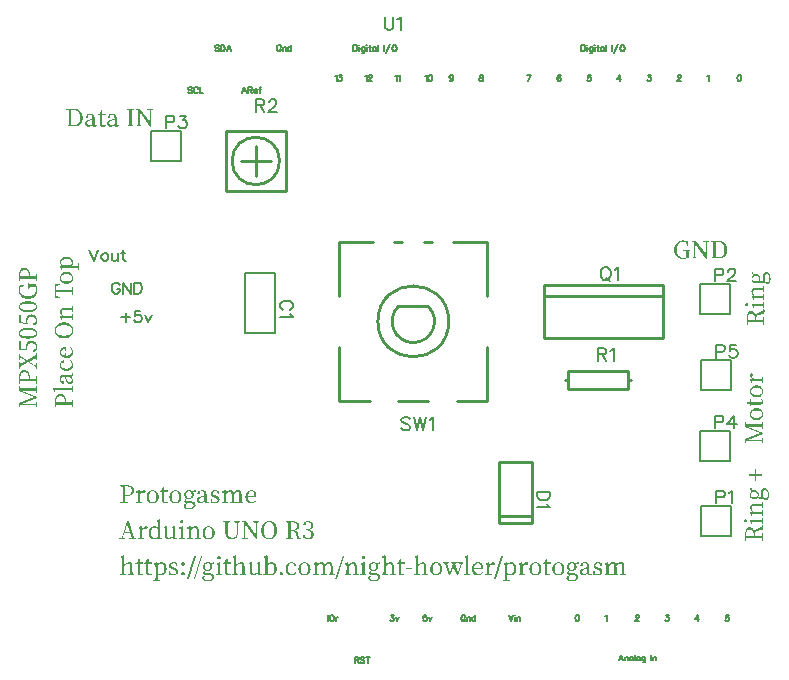
<source format=gto>
G04 Layer: TopSilkLayer*
G04 EasyEDA v6.4.14, 2021-01-16T22:14:06+01:00*
G04 127a1a6c01e64450920e76bbda239c08,12e5bc712d0f4a5fb02ba00eb72bdd37,10*
G04 Gerber Generator version 0.2*
G04 Scale: 100 percent, Rotated: No, Reflected: No *
G04 Dimensions in inches *
G04 leading zeros omitted , absolute positions ,3 integer and 6 decimal *
%FSLAX36Y36*%
%MOIN*%

%ADD10C,0.0100*%
%ADD22C,0.0079*%
%ADD23C,0.0080*%
%ADD24C,0.0080*%
%ADD25C,0.0090*%
%ADD26C,0.0060*%

%LPD*%
G36*
X2573200Y1309900D02*
G01*
X2572400Y1308600D01*
X2575700Y1298600D01*
X2574200Y1296380D01*
X2573140Y1293779D01*
X2572500Y1290840D01*
X2572306Y1287700D01*
X2575299Y1287700D01*
X2575520Y1289660D01*
X2576120Y1291380D01*
X2577100Y1292860D01*
X2578420Y1294120D01*
X2580040Y1295100D01*
X2581920Y1295820D01*
X2584060Y1296260D01*
X2586400Y1296399D01*
X2588860Y1296240D01*
X2591100Y1295780D01*
X2593100Y1295020D01*
X2594800Y1294000D01*
X2596200Y1292700D01*
X2597220Y1291160D01*
X2597880Y1289400D01*
X2598100Y1287400D01*
X2597900Y1285440D01*
X2597280Y1283700D01*
X2596320Y1282200D01*
X2594980Y1280940D01*
X2593340Y1279940D01*
X2591400Y1279200D01*
X2589180Y1278760D01*
X2586700Y1278600D01*
X2584280Y1278760D01*
X2582100Y1279240D01*
X2580140Y1280000D01*
X2578480Y1281060D01*
X2577140Y1282360D01*
X2576139Y1283920D01*
X2575520Y1285700D01*
X2575299Y1287700D01*
X2572306Y1287700D01*
X2572400Y1285360D01*
X2572720Y1283240D01*
X2573260Y1281260D01*
X2573980Y1279420D01*
X2574920Y1277740D01*
X2576040Y1276260D01*
X2577360Y1274940D01*
X2578840Y1273860D01*
X2580520Y1272980D01*
X2582380Y1272340D01*
X2584400Y1271940D01*
X2586600Y1271800D01*
X2588740Y1271920D01*
X2590700Y1272260D01*
X2592500Y1272820D01*
X2594140Y1273580D01*
X2595620Y1274540D01*
X2596920Y1275680D01*
X2598039Y1277000D01*
X2599000Y1278500D01*
X2601860Y1275700D01*
X2604340Y1273860D01*
X2606580Y1272820D01*
X2608700Y1272500D01*
X2611040Y1272880D01*
X2612960Y1274000D01*
X2614460Y1275800D01*
X2615500Y1278200D01*
X2617700Y1274260D01*
X2620020Y1271620D01*
X2622480Y1270160D01*
X2625200Y1269700D01*
X2626740Y1269820D01*
X2628180Y1270160D01*
X2629540Y1270760D01*
X2630800Y1271600D01*
X2631940Y1272680D01*
X2632960Y1274040D01*
X2633860Y1275660D01*
X2634600Y1277540D01*
X2635200Y1279700D01*
X2635640Y1282140D01*
X2635899Y1284880D01*
X2636000Y1287900D01*
X2635840Y1291320D01*
X2635400Y1294460D01*
X2634700Y1297300D01*
X2633780Y1299860D01*
X2632620Y1302100D01*
X2631300Y1304060D01*
X2629820Y1305720D01*
X2628200Y1307080D01*
X2626460Y1308140D01*
X2624660Y1308899D01*
X2622799Y1309340D01*
X2620899Y1309500D01*
X2618440Y1309280D01*
X2616259Y1308640D01*
X2614360Y1307560D01*
X2612760Y1306060D01*
X2611500Y1304079D01*
X2610560Y1301660D01*
X2610000Y1298760D01*
X2609800Y1295400D01*
X2609800Y1283800D01*
X2609520Y1281060D01*
X2609068Y1280100D01*
X2616000Y1280100D01*
X2616139Y1282020D01*
X2616200Y1294500D01*
X2616740Y1298500D01*
X2618240Y1301160D01*
X2620460Y1302640D01*
X2623200Y1303100D01*
X2625080Y1302860D01*
X2626840Y1302140D01*
X2628399Y1300920D01*
X2629740Y1299259D01*
X2630860Y1297100D01*
X2631700Y1294500D01*
X2632220Y1291420D01*
X2632400Y1287900D01*
X2632280Y1285420D01*
X2631900Y1283200D01*
X2631280Y1281260D01*
X2630380Y1279620D01*
X2629200Y1278280D01*
X2627760Y1277320D01*
X2626019Y1276700D01*
X2624000Y1276500D01*
X2621800Y1276700D01*
X2619820Y1277320D01*
X2617919Y1278440D01*
X2616000Y1280100D01*
X2609068Y1280100D01*
X2608720Y1279360D01*
X2607440Y1278460D01*
X2605700Y1278200D01*
X2604200Y1278360D01*
X2602820Y1278800D01*
X2601440Y1279540D01*
X2600000Y1280600D01*
X2600460Y1282220D01*
X2600820Y1283920D01*
X2601019Y1285700D01*
X2601100Y1287600D01*
X2601000Y1289820D01*
X2600659Y1291940D01*
X2600120Y1293899D01*
X2599380Y1295740D01*
X2598440Y1297420D01*
X2597300Y1298920D01*
X2595960Y1300220D01*
X2594440Y1301320D01*
X2592740Y1302220D01*
X2590860Y1302860D01*
X2588820Y1303260D01*
X2586600Y1303400D01*
X2584160Y1303240D01*
X2581940Y1302760D01*
X2579960Y1302000D01*
X2578200Y1301000D01*
X2578399Y1309900D01*
G37*
G36*
X2612300Y1263900D02*
G01*
X2611300Y1257800D01*
X2596600Y1257600D01*
X2588200Y1257600D01*
X2584280Y1257420D01*
X2580940Y1256900D01*
X2578200Y1256000D01*
X2576019Y1254780D01*
X2574360Y1253200D01*
X2573200Y1251280D01*
X2572520Y1249000D01*
X2572300Y1246400D01*
X2572440Y1244360D01*
X2572860Y1242280D01*
X2573540Y1240220D01*
X2574480Y1238160D01*
X2575640Y1236160D01*
X2577020Y1234200D01*
X2578620Y1232340D01*
X2580400Y1230600D01*
X2573200Y1229900D01*
X2572400Y1228700D01*
X2577200Y1216400D01*
X2579800Y1216400D01*
X2580500Y1223400D01*
X2592000Y1223600D01*
X2611300Y1223400D01*
X2612300Y1217000D01*
X2615000Y1217000D01*
X2615000Y1237100D01*
X2612300Y1237100D01*
X2611300Y1231000D01*
X2583600Y1230900D01*
X2580960Y1234160D01*
X2579160Y1237220D01*
X2578120Y1240180D01*
X2577799Y1243100D01*
X2577940Y1244880D01*
X2578340Y1246400D01*
X2579080Y1247660D01*
X2580140Y1248660D01*
X2581580Y1249440D01*
X2583420Y1249980D01*
X2585680Y1250300D01*
X2588399Y1250400D01*
X2600059Y1250380D01*
X2611300Y1250200D01*
X2612300Y1243800D01*
X2615000Y1243800D01*
X2615000Y1263900D01*
G37*
G36*
X2612300Y1210400D02*
G01*
X2611300Y1204400D01*
X2596600Y1204200D01*
X2584800Y1204200D01*
X2573200Y1204400D01*
X2572400Y1203200D01*
X2577100Y1189800D01*
X2579700Y1189800D01*
X2580400Y1196900D01*
X2592000Y1197100D01*
X2611300Y1197000D01*
X2612300Y1190200D01*
X2615000Y1190200D01*
X2615000Y1210400D01*
G37*
G36*
X2556800Y1206200D02*
G01*
X2554620Y1205740D01*
X2552960Y1204520D01*
X2551880Y1202740D01*
X2551500Y1200600D01*
X2551880Y1198360D01*
X2552960Y1196540D01*
X2554620Y1195340D01*
X2556800Y1194900D01*
X2559000Y1195340D01*
X2560740Y1196560D01*
X2561900Y1198360D01*
X2562300Y1200600D01*
X2561900Y1202740D01*
X2560740Y1204520D01*
X2559000Y1205740D01*
G37*
G36*
X2612000Y1185900D02*
G01*
X2611300Y1179100D01*
X2597600Y1175000D01*
X2595220Y1174200D01*
X2593159Y1173300D01*
X2591420Y1172280D01*
X2589940Y1171120D01*
X2588740Y1169780D01*
X2587780Y1168260D01*
X2587040Y1166540D01*
X2586500Y1164600D01*
X2585980Y1167000D01*
X2585299Y1169180D01*
X2584440Y1171160D01*
X2583440Y1172940D01*
X2582300Y1174500D01*
X2581040Y1175860D01*
X2579680Y1177000D01*
X2578220Y1177940D01*
X2576680Y1178660D01*
X2575080Y1179180D01*
X2573399Y1179500D01*
X2571700Y1179600D01*
X2569360Y1179440D01*
X2567200Y1178960D01*
X2565220Y1178180D01*
X2563420Y1177080D01*
X2561820Y1175700D01*
X2560419Y1174040D01*
X2559200Y1172100D01*
X2558220Y1169880D01*
X2557420Y1167400D01*
X2556860Y1164680D01*
X2556520Y1161700D01*
X2556400Y1158500D01*
X2556400Y1150400D01*
X2559800Y1150400D01*
X2559800Y1158000D01*
X2560000Y1161220D01*
X2560580Y1163980D01*
X2561560Y1166280D01*
X2562880Y1168140D01*
X2564580Y1169580D01*
X2566600Y1170600D01*
X2568940Y1171200D01*
X2571600Y1171400D01*
X2574240Y1171180D01*
X2576660Y1170520D01*
X2578820Y1169420D01*
X2580680Y1167880D01*
X2582200Y1165920D01*
X2583340Y1163520D01*
X2584060Y1160680D01*
X2584300Y1157400D01*
X2584300Y1150200D01*
X2568580Y1150240D01*
X2556400Y1150400D01*
X2556400Y1133900D01*
X2559400Y1133900D01*
X2560299Y1142100D01*
X2574780Y1142200D01*
X2611100Y1142100D01*
X2612000Y1133900D01*
X2615000Y1133900D01*
X2615000Y1158600D01*
X2612000Y1158600D01*
X2611000Y1150400D01*
X2599560Y1150220D01*
X2587600Y1150200D01*
X2587600Y1154900D01*
X2587679Y1157440D01*
X2587960Y1159580D01*
X2588480Y1161400D01*
X2589300Y1162920D01*
X2590460Y1164160D01*
X2591980Y1165200D01*
X2593960Y1166080D01*
X2596400Y1166800D01*
X2610299Y1170400D01*
X2612900Y1171440D01*
X2614640Y1173160D01*
X2615600Y1175720D01*
X2615899Y1179300D01*
X2615840Y1181240D01*
X2615680Y1182980D01*
X2615400Y1184540D01*
X2615000Y1185900D01*
G37*
G36*
X521800Y1853600D02*
G01*
X521800Y1850600D01*
X528000Y1849800D01*
X528900Y1848700D01*
X528800Y1799100D01*
X521400Y1798000D01*
X521400Y1795000D01*
X542100Y1795000D01*
X542100Y1798000D01*
X532800Y1799199D01*
X532600Y1843600D01*
X568400Y1794400D01*
X571500Y1794400D01*
X571600Y1849600D01*
X578900Y1850600D01*
X578900Y1853600D01*
X558200Y1853600D01*
X558200Y1850600D01*
X567600Y1849500D01*
X567700Y1808800D01*
X535300Y1853600D01*
G37*
G36*
X489500Y1853600D02*
G01*
X489500Y1850600D01*
X497600Y1849700D01*
X497780Y1838120D01*
X497780Y1813360D01*
X497600Y1798899D01*
X489500Y1798000D01*
X489500Y1795000D01*
X514099Y1795000D01*
X514099Y1798000D01*
X506000Y1799000D01*
X505820Y1810540D01*
X505820Y1835240D01*
X506000Y1849700D01*
X514099Y1850600D01*
X514099Y1853600D01*
G37*
G36*
X288900Y1853600D02*
G01*
X288900Y1850600D01*
X297100Y1849700D01*
X297200Y1835160D01*
X297200Y1816780D01*
X305200Y1816780D01*
X305240Y1841360D01*
X305400Y1850200D01*
X313000Y1850200D01*
X315420Y1850100D01*
X317720Y1849780D01*
X319860Y1849259D01*
X321860Y1848520D01*
X323720Y1847600D01*
X325420Y1846459D01*
X326980Y1845120D01*
X328380Y1843580D01*
X329640Y1841860D01*
X330720Y1839920D01*
X331659Y1837800D01*
X332420Y1835480D01*
X333020Y1832960D01*
X333459Y1830260D01*
X333720Y1827380D01*
X333800Y1824300D01*
X333720Y1821320D01*
X333459Y1818520D01*
X333020Y1815860D01*
X332400Y1813400D01*
X331640Y1811100D01*
X330680Y1808980D01*
X329580Y1807040D01*
X328300Y1805280D01*
X326860Y1803720D01*
X325260Y1802360D01*
X323500Y1801200D01*
X321560Y1800240D01*
X319480Y1799480D01*
X317240Y1798940D01*
X314840Y1798620D01*
X312300Y1798500D01*
X305400Y1798500D01*
X305200Y1816780D01*
X297200Y1816780D01*
X297100Y1798899D01*
X288900Y1798000D01*
X288900Y1795000D01*
X312800Y1795000D01*
X315380Y1795080D01*
X317900Y1795320D01*
X320319Y1795700D01*
X322660Y1796240D01*
X324880Y1796940D01*
X327020Y1797780D01*
X329040Y1798760D01*
X330959Y1799900D01*
X332740Y1801180D01*
X334420Y1802600D01*
X335940Y1804160D01*
X337340Y1805860D01*
X338600Y1807700D01*
X339700Y1809680D01*
X340660Y1811800D01*
X341440Y1814040D01*
X342080Y1816399D01*
X342520Y1818920D01*
X342800Y1821540D01*
X342900Y1824300D01*
X342819Y1827080D01*
X342560Y1829720D01*
X342140Y1832220D01*
X341580Y1834600D01*
X340860Y1836860D01*
X339980Y1838959D01*
X338960Y1840940D01*
X337800Y1842780D01*
X336500Y1844480D01*
X335060Y1846040D01*
X333500Y1847460D01*
X331820Y1848720D01*
X330020Y1849860D01*
X328100Y1850840D01*
X326060Y1851680D01*
X323940Y1852360D01*
X321700Y1852900D01*
X319360Y1853280D01*
X316920Y1853520D01*
X314400Y1853600D01*
G37*
G36*
X402800Y1848600D02*
G01*
X400400Y1836800D01*
X392600Y1835800D01*
X392600Y1832700D01*
X400000Y1832700D01*
X400000Y1804100D01*
X400160Y1801660D01*
X400660Y1799560D01*
X401480Y1797800D01*
X402580Y1796380D01*
X404000Y1795280D01*
X405700Y1794500D01*
X407660Y1794060D01*
X409900Y1793899D01*
X413060Y1794199D01*
X415820Y1795100D01*
X418120Y1796519D01*
X420000Y1798400D01*
X418300Y1800400D01*
X416680Y1799300D01*
X415220Y1798520D01*
X413800Y1798060D01*
X412299Y1797900D01*
X410200Y1798260D01*
X408579Y1799420D01*
X407560Y1801440D01*
X407200Y1804400D01*
X407200Y1832700D01*
X419099Y1832700D01*
X419099Y1836500D01*
X407299Y1836500D01*
X407800Y1848600D01*
G37*
G36*
X442600Y1837700D02*
G01*
X439360Y1837520D01*
X436380Y1836960D01*
X433680Y1836040D01*
X431320Y1834820D01*
X429300Y1833260D01*
X427660Y1831420D01*
X426420Y1829280D01*
X425600Y1826900D01*
X426019Y1825500D01*
X426820Y1824460D01*
X428000Y1823820D01*
X429600Y1823600D01*
X431100Y1823839D01*
X432320Y1824580D01*
X433280Y1825840D01*
X434000Y1827600D01*
X435600Y1833600D01*
X438240Y1834180D01*
X440600Y1834400D01*
X442660Y1834280D01*
X444400Y1833899D01*
X445860Y1833220D01*
X447020Y1832180D01*
X447900Y1830720D01*
X448519Y1828839D01*
X448880Y1826440D01*
X449000Y1823500D01*
X449000Y1820800D01*
X443680Y1819420D01*
X438900Y1817900D01*
X435000Y1816380D01*
X431820Y1814860D01*
X429300Y1813320D01*
X427380Y1811740D01*
X425980Y1810100D01*
X425060Y1808380D01*
X424560Y1806560D01*
X424497Y1805800D01*
X431900Y1805800D01*
X431980Y1807000D01*
X432220Y1808220D01*
X432720Y1809460D01*
X433519Y1810680D01*
X434660Y1811879D01*
X436240Y1813080D01*
X438300Y1814259D01*
X440900Y1815400D01*
X444500Y1816660D01*
X449000Y1818000D01*
X449000Y1804100D01*
X445800Y1801699D01*
X443320Y1800120D01*
X441180Y1799259D01*
X439000Y1799000D01*
X436160Y1799400D01*
X433920Y1800640D01*
X432440Y1802760D01*
X431900Y1805800D01*
X424497Y1805800D01*
X424400Y1804600D01*
X424640Y1802140D01*
X425319Y1799980D01*
X426380Y1798140D01*
X427800Y1796620D01*
X429520Y1795440D01*
X431480Y1794580D01*
X433660Y1794079D01*
X436000Y1793899D01*
X437900Y1794000D01*
X439620Y1794340D01*
X441240Y1794880D01*
X442780Y1795640D01*
X444320Y1796620D01*
X445860Y1797820D01*
X447480Y1799240D01*
X449200Y1800900D01*
X450100Y1798060D01*
X451760Y1795880D01*
X454060Y1794480D01*
X457000Y1794000D01*
X459159Y1794240D01*
X461120Y1795020D01*
X462900Y1796399D01*
X464500Y1798500D01*
X462900Y1800200D01*
X462080Y1799259D01*
X461260Y1798580D01*
X460379Y1798140D01*
X459400Y1798000D01*
X458060Y1798300D01*
X457040Y1799259D01*
X456420Y1801000D01*
X456200Y1803600D01*
X456200Y1822700D01*
X456100Y1825280D01*
X455840Y1827600D01*
X455360Y1829640D01*
X454720Y1831440D01*
X453880Y1832980D01*
X452840Y1834280D01*
X451620Y1835360D01*
X450220Y1836240D01*
X448600Y1836879D01*
X446800Y1837340D01*
X444799Y1837620D01*
G37*
G36*
X369200Y1837700D02*
G01*
X365959Y1837520D01*
X362980Y1836960D01*
X360300Y1836040D01*
X357939Y1834820D01*
X355940Y1833260D01*
X354300Y1831420D01*
X353080Y1829280D01*
X352299Y1826900D01*
X352660Y1825500D01*
X353420Y1824460D01*
X354600Y1823820D01*
X356200Y1823600D01*
X357720Y1823839D01*
X358960Y1824580D01*
X359920Y1825840D01*
X360600Y1827600D01*
X362299Y1833600D01*
X364860Y1834180D01*
X367200Y1834400D01*
X369280Y1834280D01*
X371040Y1833899D01*
X372500Y1833220D01*
X373640Y1832180D01*
X374520Y1830720D01*
X375140Y1828839D01*
X375480Y1826440D01*
X375600Y1823500D01*
X375600Y1820800D01*
X372960Y1820160D01*
X367860Y1818660D01*
X365600Y1817900D01*
X361680Y1816380D01*
X358480Y1814860D01*
X355959Y1813320D01*
X354040Y1811740D01*
X352660Y1810100D01*
X351740Y1808380D01*
X351260Y1806560D01*
X351197Y1805800D01*
X358500Y1805800D01*
X358579Y1807000D01*
X358840Y1808220D01*
X359340Y1809460D01*
X360160Y1810680D01*
X361340Y1811879D01*
X362920Y1813080D01*
X365000Y1814259D01*
X367600Y1815400D01*
X371140Y1816660D01*
X375600Y1818000D01*
X375600Y1804100D01*
X372460Y1801699D01*
X370000Y1800120D01*
X367840Y1799259D01*
X365600Y1799000D01*
X362800Y1799400D01*
X360560Y1800640D01*
X359040Y1802760D01*
X358500Y1805800D01*
X351197Y1805800D01*
X351100Y1804600D01*
X351340Y1802140D01*
X352020Y1799980D01*
X353080Y1798140D01*
X354500Y1796620D01*
X356220Y1795440D01*
X358180Y1794580D01*
X360360Y1794079D01*
X362700Y1793899D01*
X364580Y1794000D01*
X366300Y1794340D01*
X367900Y1794880D01*
X369440Y1795640D01*
X370940Y1796620D01*
X372480Y1797820D01*
X375800Y1800900D01*
X376700Y1798060D01*
X378360Y1795880D01*
X380660Y1794480D01*
X383600Y1794000D01*
X385820Y1794240D01*
X387819Y1795020D01*
X389600Y1796399D01*
X391200Y1798500D01*
X389600Y1800200D01*
X388740Y1799259D01*
X387920Y1798580D01*
X387020Y1798140D01*
X386000Y1798000D01*
X384660Y1798300D01*
X383640Y1799259D01*
X383020Y1801000D01*
X382800Y1803600D01*
X382800Y1822700D01*
X382700Y1825280D01*
X382440Y1827600D01*
X381960Y1829640D01*
X381320Y1831440D01*
X380480Y1832980D01*
X379440Y1834280D01*
X378220Y1835360D01*
X376820Y1836240D01*
X375200Y1836879D01*
X373400Y1837340D01*
X371400Y1837620D01*
G37*
G36*
X2584000Y653900D02*
G01*
X2584000Y635600D01*
X2564500Y635600D01*
X2564500Y631000D01*
X2584000Y631000D01*
X2584000Y612600D01*
X2588200Y612600D01*
X2588200Y631000D01*
X2608000Y631000D01*
X2608000Y635600D01*
X2588200Y635600D01*
X2588200Y653900D01*
G37*
G36*
X2570600Y972800D02*
G01*
X2569200Y971720D01*
X2568159Y970240D01*
X2567520Y968420D01*
X2567300Y966400D01*
X2567500Y964599D01*
X2568060Y962780D01*
X2569000Y961000D01*
X2570299Y959280D01*
X2571920Y957660D01*
X2573880Y956140D01*
X2576139Y954780D01*
X2578700Y953600D01*
X2568200Y952800D01*
X2567400Y951600D01*
X2572200Y939200D01*
X2574800Y939200D01*
X2575500Y946200D01*
X2580720Y946380D01*
X2606300Y946300D01*
X2607300Y939900D01*
X2610000Y939900D01*
X2610000Y961200D01*
X2607300Y961200D01*
X2606200Y953900D01*
X2591600Y953700D01*
X2584700Y953700D01*
X2581040Y955100D01*
X2577919Y956780D01*
X2575299Y958840D01*
X2573100Y961300D01*
X2575120Y963620D01*
X2575920Y964920D01*
X2576420Y966300D01*
X2576600Y967800D01*
X2576160Y970060D01*
X2574940Y971620D01*
X2573060Y972520D01*
G37*
G36*
X2589400Y932400D02*
G01*
X2586740Y932280D01*
X2584260Y931960D01*
X2581940Y931400D01*
X2579780Y930680D01*
X2577799Y929760D01*
X2576000Y928700D01*
X2574340Y927480D01*
X2572880Y926120D01*
X2571580Y924659D01*
X2570440Y923080D01*
X2569480Y921400D01*
X2568700Y919659D01*
X2568080Y917860D01*
X2567660Y916000D01*
X2567380Y914100D01*
X2567300Y912200D01*
X2570600Y912200D01*
X2570740Y914040D01*
X2571139Y915740D01*
X2571820Y917300D01*
X2572760Y918720D01*
X2573960Y919980D01*
X2575419Y921100D01*
X2577140Y922060D01*
X2579100Y922860D01*
X2581320Y923480D01*
X2583780Y923940D01*
X2586460Y924200D01*
X2589400Y924300D01*
X2592280Y924200D01*
X2594920Y923940D01*
X2597340Y923480D01*
X2599500Y922860D01*
X2601420Y922060D01*
X2603100Y921100D01*
X2604520Y919980D01*
X2605700Y918720D01*
X2606620Y917300D01*
X2607280Y915740D01*
X2607660Y914040D01*
X2607799Y912200D01*
X2607660Y910340D01*
X2607280Y908640D01*
X2606620Y907060D01*
X2605700Y905639D01*
X2604520Y904380D01*
X2603100Y903259D01*
X2601420Y902320D01*
X2599500Y901520D01*
X2597340Y900900D01*
X2594920Y900460D01*
X2592280Y900200D01*
X2589400Y900100D01*
X2586460Y900200D01*
X2583780Y900460D01*
X2581320Y900900D01*
X2579100Y901520D01*
X2577140Y902320D01*
X2575419Y903259D01*
X2573960Y904380D01*
X2572760Y905639D01*
X2571820Y907060D01*
X2571139Y908640D01*
X2570740Y910340D01*
X2570600Y912200D01*
X2567300Y912200D01*
X2567380Y910300D01*
X2567660Y908400D01*
X2568100Y906560D01*
X2568720Y904760D01*
X2569500Y903020D01*
X2570460Y901360D01*
X2571600Y899780D01*
X2572919Y898319D01*
X2574380Y896979D01*
X2576040Y895780D01*
X2577840Y894700D01*
X2579820Y893800D01*
X2581980Y893080D01*
X2584280Y892540D01*
X2586760Y892220D01*
X2589400Y892099D01*
X2592020Y892220D01*
X2594460Y892540D01*
X2596740Y893080D01*
X2598860Y893800D01*
X2600820Y894680D01*
X2602600Y895740D01*
X2604200Y896940D01*
X2605640Y898280D01*
X2606920Y899740D01*
X2608039Y901320D01*
X2608960Y902980D01*
X2609740Y904720D01*
X2610340Y906520D01*
X2610760Y908379D01*
X2611019Y910280D01*
X2611100Y912200D01*
X2611019Y914100D01*
X2610760Y916000D01*
X2610340Y917860D01*
X2609740Y919659D01*
X2608960Y921400D01*
X2608039Y923080D01*
X2606920Y924659D01*
X2605640Y926120D01*
X2604200Y927480D01*
X2602600Y928700D01*
X2600820Y929760D01*
X2598860Y930680D01*
X2596740Y931400D01*
X2594460Y931960D01*
X2592020Y932280D01*
G37*
G36*
X2606600Y887800D02*
G01*
X2604600Y886000D01*
X2605700Y884380D01*
X2606480Y882920D01*
X2606940Y881500D01*
X2607100Y880000D01*
X2606740Y877920D01*
X2605580Y876340D01*
X2603560Y875340D01*
X2600600Y875000D01*
X2572300Y875000D01*
X2572300Y886800D01*
X2568500Y886800D01*
X2568500Y875100D01*
X2556400Y875600D01*
X2556400Y870500D01*
X2568200Y868199D01*
X2569200Y860400D01*
X2572300Y860400D01*
X2572300Y867800D01*
X2600899Y867700D01*
X2603340Y867880D01*
X2605440Y868379D01*
X2607200Y869200D01*
X2608620Y870320D01*
X2609720Y871740D01*
X2610500Y873439D01*
X2610940Y875400D01*
X2611100Y877600D01*
X2610800Y880780D01*
X2609900Y883560D01*
X2608480Y885920D01*
G37*
G36*
X2589400Y856200D02*
G01*
X2586740Y856080D01*
X2584260Y855759D01*
X2581940Y855200D01*
X2579780Y854479D01*
X2577799Y853560D01*
X2576000Y852500D01*
X2574340Y851280D01*
X2572880Y849920D01*
X2571580Y848460D01*
X2570440Y846880D01*
X2569480Y845200D01*
X2568700Y843460D01*
X2568080Y841660D01*
X2567660Y839800D01*
X2567380Y837900D01*
X2567300Y836000D01*
X2570600Y836000D01*
X2570740Y837840D01*
X2571139Y839539D01*
X2571820Y841100D01*
X2572760Y842520D01*
X2573960Y843780D01*
X2575419Y844900D01*
X2577140Y845860D01*
X2579100Y846660D01*
X2581320Y847280D01*
X2583780Y847740D01*
X2586460Y848000D01*
X2589400Y848100D01*
X2592280Y848000D01*
X2594920Y847740D01*
X2597340Y847280D01*
X2599500Y846660D01*
X2601420Y845860D01*
X2603100Y844900D01*
X2604520Y843780D01*
X2605700Y842520D01*
X2606620Y841100D01*
X2607280Y839539D01*
X2607660Y837840D01*
X2607799Y836000D01*
X2607660Y834160D01*
X2607280Y832480D01*
X2606620Y830920D01*
X2605700Y829520D01*
X2604520Y828259D01*
X2603100Y827159D01*
X2601420Y826200D01*
X2599500Y825420D01*
X2597340Y824800D01*
X2594920Y824360D01*
X2592280Y824100D01*
X2589400Y824000D01*
X2586460Y824100D01*
X2583780Y824360D01*
X2581320Y824800D01*
X2579100Y825420D01*
X2577140Y826200D01*
X2575419Y827159D01*
X2573960Y828259D01*
X2572760Y829520D01*
X2571820Y830920D01*
X2571139Y832480D01*
X2570740Y834160D01*
X2570600Y836000D01*
X2567300Y836000D01*
X2567380Y834100D01*
X2567660Y832220D01*
X2568100Y830360D01*
X2568720Y828580D01*
X2569500Y826840D01*
X2570460Y825180D01*
X2571600Y823620D01*
X2572919Y822180D01*
X2574380Y820840D01*
X2576040Y819640D01*
X2577840Y818580D01*
X2579820Y817700D01*
X2581980Y816979D01*
X2584280Y816440D01*
X2586760Y816120D01*
X2589400Y816000D01*
X2592020Y816120D01*
X2594460Y816440D01*
X2596740Y816960D01*
X2598860Y817680D01*
X2600820Y818560D01*
X2602600Y819620D01*
X2604200Y820800D01*
X2605640Y822140D01*
X2606920Y823580D01*
X2608039Y825140D01*
X2608960Y826800D01*
X2609740Y828520D01*
X2610340Y830320D01*
X2610760Y832180D01*
X2611019Y834080D01*
X2611100Y836000D01*
X2611019Y837920D01*
X2610760Y839820D01*
X2610340Y841680D01*
X2609740Y843500D01*
X2608960Y845240D01*
X2608039Y846919D01*
X2606920Y848500D01*
X2605640Y849960D01*
X2604200Y851320D01*
X2602600Y852520D01*
X2600820Y853580D01*
X2598860Y854500D01*
X2596740Y855220D01*
X2594460Y855759D01*
X2592020Y856080D01*
G37*
G36*
X2551400Y810000D02*
G01*
X2551400Y793100D01*
X2600000Y774100D01*
X2551400Y754400D01*
X2551400Y738400D01*
X2554400Y738400D01*
X2555400Y746400D01*
X2605800Y746300D01*
X2607000Y738400D01*
X2610000Y738400D01*
X2610000Y758000D01*
X2607000Y758000D01*
X2605800Y750400D01*
X2577520Y750380D01*
X2559800Y749900D01*
X2610000Y770400D01*
X2610000Y774100D01*
X2559600Y793900D01*
X2594640Y793780D01*
X2606100Y793600D01*
X2607000Y786000D01*
X2610000Y786000D01*
X2610000Y809900D01*
X2607000Y809900D01*
X2606100Y801800D01*
X2597360Y801640D01*
X2572700Y801600D01*
X2561040Y801680D01*
X2555300Y801800D01*
X2554400Y810000D01*
G37*
G36*
X2568200Y589900D02*
G01*
X2567400Y588600D01*
X2570700Y578600D01*
X2569200Y576380D01*
X2568140Y573780D01*
X2567500Y570840D01*
X2567306Y567700D01*
X2570299Y567700D01*
X2570520Y569660D01*
X2571120Y571380D01*
X2572100Y572860D01*
X2573420Y574120D01*
X2575040Y575100D01*
X2576920Y575820D01*
X2579060Y576260D01*
X2581400Y576400D01*
X2583860Y576240D01*
X2586100Y575780D01*
X2588100Y575020D01*
X2589800Y574000D01*
X2591200Y572700D01*
X2592220Y571160D01*
X2592880Y569400D01*
X2593100Y567400D01*
X2592900Y565440D01*
X2592280Y563700D01*
X2591320Y562200D01*
X2589980Y560940D01*
X2588340Y559940D01*
X2586400Y559200D01*
X2584180Y558760D01*
X2581700Y558600D01*
X2579280Y558760D01*
X2577100Y559240D01*
X2575140Y560000D01*
X2573480Y561060D01*
X2572140Y562360D01*
X2571139Y563920D01*
X2570520Y565700D01*
X2570299Y567700D01*
X2567306Y567700D01*
X2567400Y565360D01*
X2567720Y563240D01*
X2568260Y561260D01*
X2568980Y559420D01*
X2569920Y557740D01*
X2571040Y556260D01*
X2572360Y554940D01*
X2573840Y553860D01*
X2575520Y552980D01*
X2577380Y552340D01*
X2579400Y551940D01*
X2581600Y551800D01*
X2583740Y551920D01*
X2585700Y552260D01*
X2587500Y552820D01*
X2589140Y553580D01*
X2590620Y554540D01*
X2591920Y555680D01*
X2593039Y557000D01*
X2594000Y558500D01*
X2596860Y555700D01*
X2599340Y553860D01*
X2601580Y552820D01*
X2603700Y552500D01*
X2606040Y552880D01*
X2607960Y554000D01*
X2609460Y555800D01*
X2610500Y558200D01*
X2612700Y554260D01*
X2615020Y551620D01*
X2617480Y550160D01*
X2620200Y549700D01*
X2621740Y549820D01*
X2623180Y550160D01*
X2624540Y550760D01*
X2625800Y551600D01*
X2626940Y552680D01*
X2627960Y554040D01*
X2628860Y555660D01*
X2629600Y557540D01*
X2630200Y559700D01*
X2630640Y562140D01*
X2630899Y564880D01*
X2631000Y567900D01*
X2630840Y571320D01*
X2630400Y574460D01*
X2629700Y577300D01*
X2628780Y579860D01*
X2627620Y582100D01*
X2626300Y584060D01*
X2624820Y585720D01*
X2623200Y587080D01*
X2621460Y588140D01*
X2619660Y588900D01*
X2617799Y589340D01*
X2615899Y589500D01*
X2613440Y589280D01*
X2611259Y588640D01*
X2609360Y587560D01*
X2607760Y586060D01*
X2606500Y584080D01*
X2605560Y581660D01*
X2605000Y578760D01*
X2604800Y575400D01*
X2604800Y563800D01*
X2604520Y561060D01*
X2604068Y560100D01*
X2611000Y560100D01*
X2611139Y562020D01*
X2611200Y574500D01*
X2611740Y578500D01*
X2613240Y581160D01*
X2615460Y582640D01*
X2618200Y583100D01*
X2620080Y582860D01*
X2621840Y582140D01*
X2623399Y580920D01*
X2624740Y579260D01*
X2625860Y577100D01*
X2626700Y574500D01*
X2627220Y571420D01*
X2627400Y567900D01*
X2627280Y565420D01*
X2626900Y563200D01*
X2626280Y561260D01*
X2625380Y559620D01*
X2624200Y558280D01*
X2622760Y557320D01*
X2621019Y556700D01*
X2619000Y556500D01*
X2616800Y556700D01*
X2614820Y557320D01*
X2612919Y558440D01*
X2611000Y560100D01*
X2604068Y560100D01*
X2603720Y559360D01*
X2602440Y558460D01*
X2600700Y558200D01*
X2599200Y558360D01*
X2597820Y558800D01*
X2596440Y559540D01*
X2595000Y560600D01*
X2595460Y562220D01*
X2595820Y563920D01*
X2596019Y565700D01*
X2596100Y567600D01*
X2596000Y569820D01*
X2595659Y571940D01*
X2595120Y573900D01*
X2594380Y575740D01*
X2593440Y577420D01*
X2592300Y578920D01*
X2590960Y580220D01*
X2589440Y581320D01*
X2587740Y582220D01*
X2585860Y582860D01*
X2583820Y583260D01*
X2581600Y583400D01*
X2579160Y583240D01*
X2576940Y582760D01*
X2574960Y582000D01*
X2573200Y581000D01*
X2573399Y589900D01*
G37*
G36*
X2607300Y543900D02*
G01*
X2606300Y537800D01*
X2591600Y537600D01*
X2583200Y537600D01*
X2579280Y537420D01*
X2575940Y536900D01*
X2573200Y536000D01*
X2571019Y534780D01*
X2569360Y533200D01*
X2568200Y531280D01*
X2567520Y529000D01*
X2567300Y526400D01*
X2567440Y524360D01*
X2567860Y522280D01*
X2568540Y520220D01*
X2569480Y518160D01*
X2570640Y516160D01*
X2572020Y514200D01*
X2573620Y512340D01*
X2575400Y510600D01*
X2568200Y509900D01*
X2567400Y508700D01*
X2572200Y496400D01*
X2574800Y496400D01*
X2575500Y503400D01*
X2587000Y503600D01*
X2606300Y503400D01*
X2607300Y497000D01*
X2610000Y497000D01*
X2610000Y517100D01*
X2607300Y517100D01*
X2606300Y511000D01*
X2578600Y510900D01*
X2575960Y514159D01*
X2574160Y517220D01*
X2573120Y520180D01*
X2572799Y523100D01*
X2572940Y524880D01*
X2573340Y526400D01*
X2574080Y527660D01*
X2575140Y528660D01*
X2576580Y529440D01*
X2578420Y529980D01*
X2580680Y530300D01*
X2583399Y530400D01*
X2595059Y530380D01*
X2606300Y530200D01*
X2607300Y523800D01*
X2610000Y523800D01*
X2610000Y543900D01*
G37*
G36*
X2607300Y490400D02*
G01*
X2606300Y484400D01*
X2591600Y484200D01*
X2579800Y484200D01*
X2568200Y484400D01*
X2567400Y483200D01*
X2572100Y469799D01*
X2574700Y469799D01*
X2575400Y476900D01*
X2587000Y477100D01*
X2606300Y477000D01*
X2607300Y470200D01*
X2610000Y470200D01*
X2610000Y490400D01*
G37*
G36*
X2551800Y486200D02*
G01*
X2549620Y485740D01*
X2547960Y484520D01*
X2546880Y482740D01*
X2546500Y480600D01*
X2546880Y478360D01*
X2547960Y476540D01*
X2549620Y475340D01*
X2551800Y474900D01*
X2554000Y475340D01*
X2555740Y476560D01*
X2556900Y478360D01*
X2557300Y480600D01*
X2556900Y482740D01*
X2555740Y484520D01*
X2554000Y485740D01*
G37*
G36*
X2607000Y465900D02*
G01*
X2606300Y459099D01*
X2592600Y455000D01*
X2590220Y454200D01*
X2588159Y453300D01*
X2586420Y452280D01*
X2584940Y451120D01*
X2583740Y449780D01*
X2582780Y448260D01*
X2582040Y446540D01*
X2581500Y444600D01*
X2580980Y447000D01*
X2580299Y449180D01*
X2579440Y451160D01*
X2578440Y452939D01*
X2577300Y454500D01*
X2576040Y455860D01*
X2574680Y457000D01*
X2573220Y457939D01*
X2571680Y458660D01*
X2570080Y459180D01*
X2568399Y459500D01*
X2566700Y459600D01*
X2564360Y459440D01*
X2562200Y458960D01*
X2560220Y458180D01*
X2558420Y457080D01*
X2556820Y455700D01*
X2555420Y454040D01*
X2554200Y452100D01*
X2553220Y449880D01*
X2552420Y447400D01*
X2551860Y444680D01*
X2551520Y441700D01*
X2551400Y438500D01*
X2551400Y430400D01*
X2554800Y430400D01*
X2554800Y438000D01*
X2555000Y441220D01*
X2555580Y443980D01*
X2556560Y446280D01*
X2557880Y448140D01*
X2559580Y449580D01*
X2561600Y450600D01*
X2563940Y451200D01*
X2566600Y451400D01*
X2569240Y451180D01*
X2571660Y450520D01*
X2573820Y449420D01*
X2575680Y447879D01*
X2577200Y445920D01*
X2578340Y443519D01*
X2579060Y440680D01*
X2579300Y437400D01*
X2579300Y430200D01*
X2563580Y430240D01*
X2551400Y430400D01*
X2551400Y413900D01*
X2554400Y413900D01*
X2555300Y422100D01*
X2569780Y422200D01*
X2606100Y422100D01*
X2607000Y413900D01*
X2610000Y413900D01*
X2610000Y438600D01*
X2607000Y438600D01*
X2606000Y430400D01*
X2594560Y430220D01*
X2582600Y430200D01*
X2582600Y434900D01*
X2582679Y437440D01*
X2582960Y439580D01*
X2583480Y441400D01*
X2584300Y442920D01*
X2585460Y444159D01*
X2586980Y445200D01*
X2588960Y446079D01*
X2591400Y446800D01*
X2605299Y450400D01*
X2607900Y451440D01*
X2609640Y453160D01*
X2610600Y455720D01*
X2610899Y459300D01*
X2610840Y461240D01*
X2610680Y462980D01*
X2610400Y464540D01*
X2610000Y465900D01*
G37*
G36*
X2344100Y1415000D02*
G01*
X2341500Y1414900D01*
X2338980Y1414620D01*
X2336560Y1414160D01*
X2334240Y1413520D01*
X2332000Y1412700D01*
X2329880Y1411740D01*
X2327860Y1410600D01*
X2325980Y1409319D01*
X2324200Y1407900D01*
X2322560Y1406339D01*
X2321040Y1404640D01*
X2319660Y1402820D01*
X2318420Y1400880D01*
X2317340Y1398820D01*
X2316400Y1396639D01*
X2315620Y1394379D01*
X2315000Y1392020D01*
X2314560Y1389560D01*
X2314300Y1387020D01*
X2314200Y1384400D01*
X2314280Y1381740D01*
X2314560Y1379160D01*
X2314980Y1376680D01*
X2315580Y1374300D01*
X2316360Y1372000D01*
X2317260Y1369840D01*
X2318340Y1367760D01*
X2319560Y1365820D01*
X2320900Y1364000D01*
X2322400Y1362300D01*
X2324020Y1360740D01*
X2325780Y1359319D01*
X2327660Y1358040D01*
X2329640Y1356920D01*
X2331760Y1355960D01*
X2333960Y1355160D01*
X2336280Y1354540D01*
X2338700Y1354079D01*
X2341200Y1353800D01*
X2343800Y1353700D01*
X2346440Y1353779D01*
X2348960Y1354040D01*
X2351400Y1354460D01*
X2353760Y1355060D01*
X2356080Y1355780D01*
X2358360Y1356660D01*
X2360620Y1357660D01*
X2362900Y1358800D01*
X2362960Y1371220D01*
X2363100Y1379400D01*
X2368400Y1379900D01*
X2368400Y1382900D01*
X2345600Y1382900D01*
X2345600Y1379900D01*
X2354900Y1379199D01*
X2355000Y1359300D01*
X2352620Y1358520D01*
X2350220Y1358000D01*
X2347760Y1357700D01*
X2345200Y1357600D01*
X2342740Y1357720D01*
X2340420Y1358060D01*
X2338200Y1358640D01*
X2336120Y1359420D01*
X2334180Y1360440D01*
X2332380Y1361639D01*
X2330720Y1363080D01*
X2329220Y1364700D01*
X2327880Y1366519D01*
X2326700Y1368540D01*
X2325680Y1370740D01*
X2324840Y1373120D01*
X2324180Y1375680D01*
X2323700Y1378420D01*
X2323400Y1381339D01*
X2323300Y1384400D01*
X2323400Y1387500D01*
X2323720Y1390440D01*
X2324220Y1393180D01*
X2324920Y1395760D01*
X2325800Y1398140D01*
X2326840Y1400360D01*
X2328060Y1402360D01*
X2329420Y1404180D01*
X2330940Y1405800D01*
X2332600Y1407200D01*
X2334380Y1408400D01*
X2336300Y1409400D01*
X2338320Y1410180D01*
X2340460Y1410740D01*
X2342680Y1411080D01*
X2345000Y1411200D01*
X2347620Y1411040D01*
X2350140Y1410580D01*
X2352560Y1409760D01*
X2354900Y1408600D01*
X2357000Y1397700D01*
X2361800Y1397700D01*
X2361600Y1410700D01*
X2359760Y1411720D01*
X2357860Y1412600D01*
X2355880Y1413340D01*
X2353780Y1413940D01*
X2351580Y1414400D01*
X2349240Y1414740D01*
X2346760Y1414940D01*
G37*
G36*
X2437300Y1413600D02*
G01*
X2437300Y1410600D01*
X2445400Y1409700D01*
X2445560Y1401000D01*
X2445600Y1376819D01*
X2453600Y1376780D01*
X2453640Y1401360D01*
X2453800Y1410200D01*
X2461400Y1410200D01*
X2463800Y1410100D01*
X2466080Y1409780D01*
X2468220Y1409259D01*
X2470220Y1408520D01*
X2472080Y1407600D01*
X2473780Y1406459D01*
X2475340Y1405120D01*
X2476760Y1403580D01*
X2478000Y1401860D01*
X2479100Y1399920D01*
X2480040Y1397800D01*
X2480800Y1395480D01*
X2481420Y1392960D01*
X2481840Y1390260D01*
X2482120Y1387380D01*
X2482200Y1384300D01*
X2482120Y1381320D01*
X2481840Y1378520D01*
X2481400Y1375860D01*
X2480800Y1373400D01*
X2480020Y1371100D01*
X2479060Y1368980D01*
X2477940Y1367040D01*
X2476640Y1365280D01*
X2475200Y1363720D01*
X2473580Y1362360D01*
X2471820Y1361200D01*
X2469880Y1360240D01*
X2467800Y1359480D01*
X2465540Y1358940D01*
X2463140Y1358620D01*
X2460600Y1358500D01*
X2453800Y1358500D01*
X2453600Y1376780D01*
X2445599Y1376780D01*
X2445520Y1364700D01*
X2445400Y1358899D01*
X2437300Y1358000D01*
X2437300Y1355000D01*
X2461200Y1355000D01*
X2463780Y1355080D01*
X2466280Y1355320D01*
X2468680Y1355700D01*
X2471020Y1356240D01*
X2473240Y1356940D01*
X2475380Y1357780D01*
X2477400Y1358760D01*
X2479320Y1359900D01*
X2481100Y1361180D01*
X2482780Y1362600D01*
X2484320Y1364160D01*
X2485720Y1365860D01*
X2486980Y1367700D01*
X2488080Y1369680D01*
X2489040Y1371800D01*
X2489840Y1374040D01*
X2490460Y1376399D01*
X2490920Y1378920D01*
X2491200Y1381540D01*
X2491300Y1384300D01*
X2491220Y1387080D01*
X2490960Y1389720D01*
X2490540Y1392220D01*
X2489960Y1394600D01*
X2489240Y1396860D01*
X2488360Y1398959D01*
X2487340Y1400940D01*
X2486160Y1402780D01*
X2484860Y1404480D01*
X2483420Y1406040D01*
X2481860Y1407460D01*
X2480180Y1408720D01*
X2478380Y1409860D01*
X2476460Y1410840D01*
X2474420Y1411680D01*
X2472300Y1412360D01*
X2470060Y1412900D01*
X2467720Y1413280D01*
X2465300Y1413520D01*
X2462800Y1413600D01*
G37*
G36*
X2373500Y1413600D02*
G01*
X2373500Y1410600D01*
X2379800Y1409800D01*
X2380600Y1408700D01*
X2380500Y1359100D01*
X2373100Y1358000D01*
X2373100Y1355000D01*
X2393800Y1355000D01*
X2393800Y1358000D01*
X2384500Y1359199D01*
X2384300Y1403600D01*
X2420100Y1354400D01*
X2423200Y1354400D01*
X2423300Y1409600D01*
X2430600Y1410600D01*
X2430600Y1413600D01*
X2409900Y1413600D01*
X2409900Y1410600D01*
X2419300Y1409500D01*
X2419400Y1368800D01*
X2387000Y1413600D01*
G37*
G36*
X289000Y1361100D02*
G01*
X285740Y1360960D01*
X282700Y1360520D01*
X279920Y1359820D01*
X277380Y1358860D01*
X275100Y1357680D01*
X273080Y1356279D01*
X271360Y1354680D01*
X269920Y1352900D01*
X268800Y1350980D01*
X267960Y1348899D01*
X267460Y1346699D01*
X267300Y1344400D01*
X267472Y1342200D01*
X271700Y1342200D01*
X271820Y1343800D01*
X272200Y1345320D01*
X272840Y1346759D01*
X273720Y1348060D01*
X274840Y1349259D01*
X276220Y1350320D01*
X277840Y1351260D01*
X279720Y1352040D01*
X281820Y1352660D01*
X284180Y1353120D01*
X286760Y1353400D01*
X289600Y1353500D01*
X292480Y1353380D01*
X295060Y1353060D01*
X297360Y1352540D01*
X299380Y1351819D01*
X301140Y1350940D01*
X302640Y1349920D01*
X303880Y1348740D01*
X304880Y1347440D01*
X305640Y1346040D01*
X306180Y1344540D01*
X306500Y1342940D01*
X306600Y1341300D01*
X306360Y1338839D01*
X305620Y1336399D01*
X304280Y1333959D01*
X302300Y1331500D01*
X276500Y1331500D01*
X274060Y1334780D01*
X272600Y1337600D01*
X271880Y1340060D01*
X271700Y1342200D01*
X267472Y1342200D01*
X267660Y1340960D01*
X268140Y1339259D01*
X268820Y1337560D01*
X269720Y1335900D01*
X270840Y1334259D01*
X272200Y1332660D01*
X273800Y1331100D01*
X268200Y1330500D01*
X267400Y1329300D01*
X272200Y1317000D01*
X274800Y1317000D01*
X275500Y1324000D01*
X280760Y1324220D01*
X287000Y1324300D01*
X316080Y1324280D01*
X327200Y1324100D01*
X328300Y1317000D01*
X331000Y1317000D01*
X331000Y1339400D01*
X328300Y1339400D01*
X327100Y1331399D01*
X312200Y1331200D01*
X305300Y1331200D01*
X308100Y1334120D01*
X309880Y1337120D01*
X310820Y1340180D01*
X311100Y1343200D01*
X311000Y1345080D01*
X310700Y1346900D01*
X310220Y1348640D01*
X309560Y1350300D01*
X308720Y1351879D01*
X307700Y1353340D01*
X306500Y1354720D01*
X305160Y1355980D01*
X303640Y1357120D01*
X301960Y1358120D01*
X300160Y1359000D01*
X298200Y1359740D01*
X296080Y1360320D01*
X293860Y1360740D01*
X291480Y1361020D01*
G37*
G36*
X148700Y1324600D02*
G01*
X146800Y1324520D01*
X144980Y1324259D01*
X143240Y1323820D01*
X141600Y1323220D01*
X140080Y1322460D01*
X138660Y1321519D01*
X137340Y1320400D01*
X136140Y1319120D01*
X135080Y1317660D01*
X134140Y1316020D01*
X133320Y1314220D01*
X132640Y1312240D01*
X132100Y1310080D01*
X131720Y1307760D01*
X131480Y1305260D01*
X131400Y1302600D01*
X131400Y1295600D01*
X134800Y1295600D01*
X134800Y1301200D01*
X134900Y1303680D01*
X135220Y1305940D01*
X135720Y1307960D01*
X136420Y1309760D01*
X137320Y1311339D01*
X138420Y1312700D01*
X139680Y1313839D01*
X141140Y1314780D01*
X142780Y1315480D01*
X144580Y1316000D01*
X146560Y1316300D01*
X148700Y1316399D01*
X150760Y1316300D01*
X152720Y1316020D01*
X154520Y1315540D01*
X156180Y1314860D01*
X157700Y1313940D01*
X159040Y1312820D01*
X160200Y1311480D01*
X161180Y1309880D01*
X161960Y1308040D01*
X162540Y1305960D01*
X162880Y1303620D01*
X163000Y1301000D01*
X163000Y1295400D01*
X143640Y1295440D01*
X131400Y1295600D01*
X131400Y1279100D01*
X134400Y1279100D01*
X135300Y1287200D01*
X146880Y1287380D01*
X171640Y1287380D01*
X186100Y1287200D01*
X187000Y1279100D01*
X190000Y1279100D01*
X190000Y1303899D01*
X187000Y1303899D01*
X186000Y1295600D01*
X178640Y1295440D01*
X166600Y1295400D01*
X166600Y1300000D01*
X166500Y1303200D01*
X166240Y1306140D01*
X165780Y1308839D01*
X165180Y1311320D01*
X164420Y1313540D01*
X163520Y1315560D01*
X162480Y1317360D01*
X161320Y1318940D01*
X160060Y1320320D01*
X158680Y1321480D01*
X157200Y1322460D01*
X155640Y1323240D01*
X154000Y1323839D01*
X152280Y1324259D01*
X150520Y1324520D01*
G37*
G36*
X289400Y1310800D02*
G01*
X286740Y1310680D01*
X284260Y1310360D01*
X281940Y1309800D01*
X279780Y1309079D01*
X277800Y1308160D01*
X276000Y1307100D01*
X274340Y1305880D01*
X272880Y1304520D01*
X271580Y1303060D01*
X270440Y1301480D01*
X269480Y1299800D01*
X268700Y1298060D01*
X268080Y1296260D01*
X267660Y1294400D01*
X267380Y1292500D01*
X267300Y1290600D01*
X270600Y1290600D01*
X270740Y1292440D01*
X271140Y1294139D01*
X271820Y1295700D01*
X272760Y1297120D01*
X273960Y1298380D01*
X275420Y1299500D01*
X277140Y1300460D01*
X279100Y1301260D01*
X281320Y1301879D01*
X283780Y1302340D01*
X286460Y1302600D01*
X289400Y1302700D01*
X292280Y1302600D01*
X294920Y1302340D01*
X297340Y1301879D01*
X299500Y1301260D01*
X301420Y1300460D01*
X303100Y1299500D01*
X304520Y1298380D01*
X305700Y1297120D01*
X306620Y1295700D01*
X307280Y1294139D01*
X307660Y1292440D01*
X307800Y1290600D01*
X307660Y1288740D01*
X307280Y1287040D01*
X306620Y1285460D01*
X305700Y1284040D01*
X304520Y1282780D01*
X303100Y1281660D01*
X301420Y1280720D01*
X299500Y1279920D01*
X297340Y1279300D01*
X294920Y1278860D01*
X292280Y1278600D01*
X289400Y1278500D01*
X286460Y1278600D01*
X283780Y1278860D01*
X281320Y1279300D01*
X279100Y1279920D01*
X277140Y1280720D01*
X275420Y1281660D01*
X273960Y1282780D01*
X272760Y1284040D01*
X271820Y1285460D01*
X271140Y1287040D01*
X270740Y1288740D01*
X270600Y1290600D01*
X267300Y1290600D01*
X267380Y1288700D01*
X267660Y1286800D01*
X268100Y1284960D01*
X268720Y1283160D01*
X269500Y1281420D01*
X270460Y1279760D01*
X271600Y1278180D01*
X272920Y1276720D01*
X274380Y1275380D01*
X276040Y1274180D01*
X277840Y1273100D01*
X279820Y1272200D01*
X281980Y1271480D01*
X284280Y1270940D01*
X286760Y1270620D01*
X289400Y1270500D01*
X292020Y1270620D01*
X294460Y1270940D01*
X296740Y1271480D01*
X298860Y1272200D01*
X300820Y1273080D01*
X302600Y1274140D01*
X304200Y1275340D01*
X305640Y1276680D01*
X306920Y1278140D01*
X308040Y1279720D01*
X308960Y1281380D01*
X309740Y1283120D01*
X310340Y1284920D01*
X310760Y1286780D01*
X311020Y1288680D01*
X311100Y1290600D01*
X311020Y1292500D01*
X310760Y1294400D01*
X310340Y1296260D01*
X309740Y1298060D01*
X308960Y1299800D01*
X308040Y1301480D01*
X306920Y1303060D01*
X305640Y1304520D01*
X304200Y1305880D01*
X302600Y1307100D01*
X300820Y1308160D01*
X298860Y1309079D01*
X296740Y1309800D01*
X294460Y1310360D01*
X292020Y1310680D01*
G37*
G36*
X162100Y1274500D02*
G01*
X162100Y1251700D01*
X165100Y1251700D01*
X165799Y1261000D01*
X176080Y1261160D01*
X185700Y1261200D01*
X186480Y1258760D01*
X187000Y1256320D01*
X187300Y1253860D01*
X187399Y1251300D01*
X187280Y1248840D01*
X186940Y1246520D01*
X186360Y1244300D01*
X185580Y1242220D01*
X184560Y1240280D01*
X183359Y1238480D01*
X181920Y1236820D01*
X180300Y1235320D01*
X178480Y1233980D01*
X176460Y1232800D01*
X174259Y1231780D01*
X171880Y1230940D01*
X169320Y1230280D01*
X166580Y1229800D01*
X163660Y1229500D01*
X160600Y1229400D01*
X157500Y1229500D01*
X154560Y1229820D01*
X151820Y1230320D01*
X149240Y1231020D01*
X146860Y1231900D01*
X144640Y1232940D01*
X142640Y1234160D01*
X140820Y1235520D01*
X139200Y1237040D01*
X137800Y1238700D01*
X136600Y1240480D01*
X135600Y1242400D01*
X134820Y1244420D01*
X134260Y1246540D01*
X133920Y1248780D01*
X133800Y1251100D01*
X133960Y1253780D01*
X134420Y1256320D01*
X135240Y1258700D01*
X136400Y1261000D01*
X147300Y1263200D01*
X147300Y1267900D01*
X134300Y1267700D01*
X133280Y1265880D01*
X132400Y1263980D01*
X131660Y1262000D01*
X131060Y1259920D01*
X130600Y1257720D01*
X130260Y1255380D01*
X130060Y1252880D01*
X130000Y1250200D01*
X130100Y1247600D01*
X130380Y1245080D01*
X130840Y1242660D01*
X131480Y1240340D01*
X132300Y1238120D01*
X133260Y1236000D01*
X134400Y1234000D01*
X135680Y1232100D01*
X137100Y1230340D01*
X138660Y1228700D01*
X140360Y1227200D01*
X142180Y1225820D01*
X144120Y1224600D01*
X146180Y1223520D01*
X148360Y1222580D01*
X150620Y1221800D01*
X152980Y1221200D01*
X155440Y1220760D01*
X157980Y1220500D01*
X160600Y1220400D01*
X163260Y1220480D01*
X165840Y1220760D01*
X168320Y1221180D01*
X170700Y1221780D01*
X173000Y1222560D01*
X175159Y1223460D01*
X177240Y1224540D01*
X179180Y1225760D01*
X181000Y1227100D01*
X182700Y1228600D01*
X184259Y1230220D01*
X185680Y1231980D01*
X186960Y1233860D01*
X188080Y1235840D01*
X189040Y1237960D01*
X189840Y1240160D01*
X190460Y1242480D01*
X190920Y1244900D01*
X191200Y1247400D01*
X191300Y1250000D01*
X191220Y1252600D01*
X190960Y1255100D01*
X190539Y1257520D01*
X189940Y1259880D01*
X189220Y1262180D01*
X188340Y1264460D01*
X187340Y1266720D01*
X186200Y1269000D01*
X173780Y1269060D01*
X165600Y1269200D01*
X165100Y1274500D01*
G37*
G36*
X267000Y1270900D02*
G01*
X251400Y1270400D01*
X251400Y1222300D01*
X267000Y1221600D01*
X267000Y1226000D01*
X255200Y1228400D01*
X255200Y1242100D01*
X263900Y1242260D01*
X288740Y1242300D01*
X300280Y1242220D01*
X306000Y1242100D01*
X307000Y1233100D01*
X310000Y1233100D01*
X310000Y1259500D01*
X307000Y1259500D01*
X306000Y1250400D01*
X294440Y1250320D01*
X263900Y1250320D01*
X255200Y1250400D01*
X255200Y1264200D01*
X267000Y1266700D01*
G37*
G36*
X160200Y1212500D02*
G01*
X156260Y1212400D01*
X152620Y1212100D01*
X149300Y1211600D01*
X146280Y1210940D01*
X143540Y1210140D01*
X141080Y1209160D01*
X138900Y1208060D01*
X136980Y1206840D01*
X135320Y1205520D01*
X133920Y1204100D01*
X132740Y1202600D01*
X131800Y1201020D01*
X131100Y1199400D01*
X130600Y1197720D01*
X130300Y1196020D01*
X130200Y1194300D01*
X133700Y1194300D01*
X133820Y1195620D01*
X134200Y1196920D01*
X134880Y1198160D01*
X135900Y1199360D01*
X137280Y1200460D01*
X139080Y1201480D01*
X141300Y1202400D01*
X144000Y1203180D01*
X147200Y1203820D01*
X150940Y1204300D01*
X155260Y1204600D01*
X160200Y1204700D01*
X165320Y1204600D01*
X169820Y1204300D01*
X173700Y1203820D01*
X177040Y1203180D01*
X179860Y1202400D01*
X182180Y1201480D01*
X184040Y1200460D01*
X185479Y1199360D01*
X186560Y1198160D01*
X187260Y1196920D01*
X187680Y1195620D01*
X187800Y1194300D01*
X187740Y1193260D01*
X187520Y1192240D01*
X187120Y1191240D01*
X186560Y1190260D01*
X185799Y1189340D01*
X184840Y1188460D01*
X183640Y1187620D01*
X182220Y1186860D01*
X180520Y1186140D01*
X178560Y1185500D01*
X176300Y1184960D01*
X173760Y1184480D01*
X170880Y1184100D01*
X167680Y1183840D01*
X164120Y1183660D01*
X160200Y1183600D01*
X155260Y1183700D01*
X150940Y1184000D01*
X147200Y1184480D01*
X144000Y1185120D01*
X141300Y1185920D01*
X139080Y1186860D01*
X137280Y1187900D01*
X135900Y1189040D01*
X134880Y1190260D01*
X134200Y1191560D01*
X133820Y1192920D01*
X133700Y1194300D01*
X130200Y1194300D01*
X130300Y1192520D01*
X130600Y1190780D01*
X131100Y1189060D01*
X131800Y1187400D01*
X132740Y1185800D01*
X133920Y1184280D01*
X135320Y1182840D01*
X136980Y1181480D01*
X138900Y1180260D01*
X141080Y1179140D01*
X143540Y1178180D01*
X146280Y1177360D01*
X149300Y1176700D01*
X152620Y1176200D01*
X156260Y1175900D01*
X160200Y1175800D01*
X164280Y1175900D01*
X168039Y1176200D01*
X171480Y1176700D01*
X174600Y1177360D01*
X177420Y1178180D01*
X179960Y1179140D01*
X182200Y1180260D01*
X184160Y1181480D01*
X185859Y1182840D01*
X187300Y1184280D01*
X188500Y1185800D01*
X189460Y1187400D01*
X190200Y1189060D01*
X190700Y1190780D01*
X191000Y1192520D01*
X191100Y1194300D01*
X191000Y1196020D01*
X190700Y1197720D01*
X190200Y1199400D01*
X189460Y1201020D01*
X188500Y1202600D01*
X187300Y1204100D01*
X185859Y1205520D01*
X184160Y1206840D01*
X182200Y1208060D01*
X179960Y1209160D01*
X177420Y1210140D01*
X174600Y1210960D01*
X171480Y1211600D01*
X168039Y1212100D01*
X164280Y1212400D01*
G37*
G36*
X307300Y1196700D02*
G01*
X306300Y1190500D01*
X283200Y1190400D01*
X279280Y1190220D01*
X275940Y1189700D01*
X273200Y1188800D01*
X271020Y1187580D01*
X269360Y1186000D01*
X268200Y1184080D01*
X267520Y1181800D01*
X267300Y1179200D01*
X267440Y1177120D01*
X267860Y1175040D01*
X268540Y1172980D01*
X269480Y1170920D01*
X270640Y1168920D01*
X272020Y1167000D01*
X273620Y1165140D01*
X275400Y1163400D01*
X268200Y1162700D01*
X267400Y1161500D01*
X272200Y1149200D01*
X274800Y1149200D01*
X275500Y1156100D01*
X280720Y1156320D01*
X287000Y1156400D01*
X306300Y1156200D01*
X307300Y1149700D01*
X310000Y1149700D01*
X310000Y1169900D01*
X307300Y1169900D01*
X306300Y1163800D01*
X291600Y1163600D01*
X278600Y1163600D01*
X275960Y1166920D01*
X274160Y1170020D01*
X273120Y1172980D01*
X272800Y1175900D01*
X272940Y1177680D01*
X273340Y1179200D01*
X274080Y1180460D01*
X275140Y1181460D01*
X276580Y1182240D01*
X278420Y1182780D01*
X280680Y1183100D01*
X283400Y1183200D01*
X295040Y1183180D01*
X306300Y1183000D01*
X307300Y1176500D01*
X310000Y1176500D01*
X310000Y1196700D01*
G37*
G36*
X171900Y1168400D02*
G01*
X169080Y1168240D01*
X166480Y1167780D01*
X164080Y1167020D01*
X161920Y1165980D01*
X160000Y1164680D01*
X158320Y1163120D01*
X156860Y1161340D01*
X155680Y1159320D01*
X154720Y1157100D01*
X154060Y1154680D01*
X153640Y1152080D01*
X153500Y1149300D01*
X153580Y1146960D01*
X153820Y1144740D01*
X154220Y1142560D01*
X154800Y1140400D01*
X138200Y1141600D01*
X138200Y1166800D01*
X131400Y1166800D01*
X131400Y1138200D01*
X158700Y1136400D01*
X159400Y1138600D01*
X158880Y1140720D01*
X158500Y1142840D01*
X158280Y1144940D01*
X158200Y1147000D01*
X158300Y1149040D01*
X158620Y1150940D01*
X159160Y1152700D01*
X159880Y1154320D01*
X160820Y1155760D01*
X161960Y1157040D01*
X163280Y1158160D01*
X164780Y1159080D01*
X166460Y1159820D01*
X168340Y1160360D01*
X170380Y1160680D01*
X172600Y1160800D01*
X174840Y1160700D01*
X176920Y1160400D01*
X178860Y1159920D01*
X180620Y1159240D01*
X182240Y1158380D01*
X183660Y1157340D01*
X184880Y1156120D01*
X185900Y1154720D01*
X186720Y1153160D01*
X187320Y1151440D01*
X187680Y1149540D01*
X187800Y1147500D01*
X187740Y1146100D01*
X187340Y1143360D01*
X187000Y1142000D01*
X179020Y1139700D01*
X177340Y1138760D01*
X176460Y1137500D01*
X176200Y1135800D01*
X176380Y1134460D01*
X176880Y1133280D01*
X177760Y1132320D01*
X179000Y1131600D01*
X181820Y1132460D01*
X184259Y1133680D01*
X186340Y1135240D01*
X188039Y1137140D01*
X189380Y1139380D01*
X190340Y1141940D01*
X190900Y1144820D01*
X191100Y1148000D01*
X191020Y1150280D01*
X190740Y1152440D01*
X190320Y1154480D01*
X189720Y1156420D01*
X188960Y1158220D01*
X188060Y1159900D01*
X187000Y1161440D01*
X185820Y1162840D01*
X184480Y1164100D01*
X183020Y1165220D01*
X181439Y1166160D01*
X179760Y1166960D01*
X177940Y1167580D01*
X176020Y1168040D01*
X174020Y1168300D01*
G37*
G36*
X280600Y1142000D02*
G01*
X277720Y1141900D01*
X274960Y1141620D01*
X272340Y1141160D01*
X269860Y1140540D01*
X267500Y1139760D01*
X265300Y1138820D01*
X263240Y1137760D01*
X261320Y1136560D01*
X259540Y1135240D01*
X257920Y1133800D01*
X256439Y1132260D01*
X255100Y1130640D01*
X253920Y1128920D01*
X252880Y1127140D01*
X252020Y1125300D01*
X251300Y1123380D01*
X250720Y1121440D01*
X250320Y1119440D01*
X250080Y1117440D01*
X250000Y1115400D01*
X253800Y1115400D01*
X253960Y1117600D01*
X254380Y1119660D01*
X255100Y1121540D01*
X256060Y1123280D01*
X257260Y1124860D01*
X258660Y1126300D01*
X260280Y1127580D01*
X262060Y1128720D01*
X264020Y1129720D01*
X266100Y1130580D01*
X268320Y1131300D01*
X270640Y1131880D01*
X273040Y1132340D01*
X275520Y1132640D01*
X278040Y1132840D01*
X280600Y1132900D01*
X283200Y1132840D01*
X285740Y1132640D01*
X288240Y1132340D01*
X290660Y1131880D01*
X293000Y1131300D01*
X295220Y1130580D01*
X297320Y1129720D01*
X299260Y1128720D01*
X301040Y1127580D01*
X302660Y1126300D01*
X304060Y1124860D01*
X305260Y1123280D01*
X306200Y1121540D01*
X306920Y1119660D01*
X307360Y1117600D01*
X307500Y1115400D01*
X307360Y1113180D01*
X306920Y1111140D01*
X306200Y1109220D01*
X305260Y1107480D01*
X304060Y1105860D01*
X302660Y1104400D01*
X301040Y1103100D01*
X299260Y1101920D01*
X297320Y1100900D01*
X295220Y1100020D01*
X293000Y1099280D01*
X290660Y1098660D01*
X288240Y1098200D01*
X285740Y1097860D01*
X283200Y1097660D01*
X280600Y1097600D01*
X278040Y1097660D01*
X275520Y1097860D01*
X273040Y1098200D01*
X270640Y1098660D01*
X268320Y1099280D01*
X266100Y1100020D01*
X264020Y1100900D01*
X262060Y1101920D01*
X260280Y1103100D01*
X258660Y1104400D01*
X257260Y1105860D01*
X256060Y1107480D01*
X255100Y1109220D01*
X254380Y1111140D01*
X253960Y1113180D01*
X253800Y1115400D01*
X250000Y1115400D01*
X250080Y1113340D01*
X250340Y1111300D01*
X250760Y1109280D01*
X251340Y1107320D01*
X252079Y1105400D01*
X252979Y1103520D01*
X254040Y1101720D01*
X255240Y1100000D01*
X256600Y1098360D01*
X258100Y1096820D01*
X259740Y1095380D01*
X261540Y1094060D01*
X263460Y1092860D01*
X265520Y1091780D01*
X267720Y1090840D01*
X270040Y1090060D01*
X272500Y1089440D01*
X275080Y1088980D01*
X277780Y1088700D01*
X280600Y1088600D01*
X283540Y1088700D01*
X286320Y1088980D01*
X288960Y1089440D01*
X291480Y1090060D01*
X293840Y1090840D01*
X296060Y1091780D01*
X298120Y1092860D01*
X300040Y1094060D01*
X301820Y1095380D01*
X303460Y1096820D01*
X304920Y1098360D01*
X306260Y1100000D01*
X307420Y1101720D01*
X308440Y1103520D01*
X309320Y1105400D01*
X310020Y1107320D01*
X310580Y1109280D01*
X310980Y1111300D01*
X311220Y1113340D01*
X311300Y1115400D01*
X311220Y1117460D01*
X310960Y1119500D01*
X310540Y1121500D01*
X309960Y1123460D01*
X309220Y1125380D01*
X308320Y1127240D01*
X307260Y1129020D01*
X306060Y1130720D01*
X304700Y1132340D01*
X303180Y1133880D01*
X301540Y1135300D01*
X299740Y1136620D01*
X297820Y1137800D01*
X295740Y1138860D01*
X293540Y1139780D01*
X291200Y1140560D01*
X288740Y1141180D01*
X286140Y1141620D01*
X283440Y1141900D01*
G37*
G36*
X160200Y1124700D02*
G01*
X156260Y1124600D01*
X152620Y1124300D01*
X149300Y1123800D01*
X146280Y1123140D01*
X143540Y1122300D01*
X141080Y1121340D01*
X138900Y1120220D01*
X136980Y1119000D01*
X135320Y1117660D01*
X133920Y1116240D01*
X132740Y1114720D01*
X131800Y1113140D01*
X131100Y1111500D01*
X130600Y1109820D01*
X130300Y1108120D01*
X130200Y1106400D01*
X133700Y1106400D01*
X133820Y1107740D01*
X134200Y1109040D01*
X134880Y1110300D01*
X135900Y1111500D01*
X137280Y1112600D01*
X139080Y1113620D01*
X141300Y1114520D01*
X144000Y1115300D01*
X147200Y1115940D01*
X150940Y1116400D01*
X155260Y1116700D01*
X160200Y1116800D01*
X165320Y1116700D01*
X169820Y1116400D01*
X173700Y1115940D01*
X177040Y1115300D01*
X179860Y1114520D01*
X182180Y1113620D01*
X184040Y1112600D01*
X185479Y1111500D01*
X186560Y1110300D01*
X187260Y1109040D01*
X187680Y1107740D01*
X187800Y1106400D01*
X187740Y1105360D01*
X187520Y1104340D01*
X187120Y1103340D01*
X186560Y1102360D01*
X185799Y1101440D01*
X184840Y1100560D01*
X183640Y1099720D01*
X182220Y1098940D01*
X180520Y1098240D01*
X178560Y1097600D01*
X176300Y1097060D01*
X173760Y1096580D01*
X170880Y1096200D01*
X167680Y1095940D01*
X164120Y1095760D01*
X160200Y1095700D01*
X155260Y1095800D01*
X150940Y1096100D01*
X147200Y1096580D01*
X144000Y1097220D01*
X141300Y1098020D01*
X139080Y1098940D01*
X137280Y1100000D01*
X135900Y1101140D01*
X134880Y1102360D01*
X134200Y1103660D01*
X133820Y1105020D01*
X133700Y1106400D01*
X130200Y1106400D01*
X130300Y1104640D01*
X130600Y1102920D01*
X131100Y1101220D01*
X131800Y1099560D01*
X132740Y1097960D01*
X133920Y1096440D01*
X135320Y1095020D01*
X136980Y1093680D01*
X138900Y1092440D01*
X141080Y1091340D01*
X143540Y1090380D01*
X146280Y1089560D01*
X149300Y1088900D01*
X152620Y1088400D01*
X156260Y1088100D01*
X160200Y1088000D01*
X164280Y1088100D01*
X168039Y1088400D01*
X171480Y1088900D01*
X174600Y1089560D01*
X177420Y1090380D01*
X179960Y1091340D01*
X182200Y1092440D01*
X184160Y1093680D01*
X185859Y1095020D01*
X187300Y1096440D01*
X188500Y1097960D01*
X189460Y1099560D01*
X190200Y1101220D01*
X190700Y1102920D01*
X191000Y1104640D01*
X191100Y1106400D01*
X191000Y1108120D01*
X190700Y1109820D01*
X190200Y1111500D01*
X189460Y1113140D01*
X188500Y1114720D01*
X187300Y1116240D01*
X185859Y1117660D01*
X184160Y1119000D01*
X182200Y1120220D01*
X179960Y1121340D01*
X177420Y1122300D01*
X174600Y1123140D01*
X171480Y1123800D01*
X168039Y1124300D01*
X164280Y1124600D01*
G37*
G36*
X171900Y1080600D02*
G01*
X169080Y1080440D01*
X166480Y1079960D01*
X164080Y1079200D01*
X161920Y1078160D01*
X160000Y1076840D01*
X158320Y1075280D01*
X156860Y1073500D01*
X155680Y1071480D01*
X154720Y1069260D01*
X154060Y1066840D01*
X153640Y1064240D01*
X153500Y1061500D01*
X153580Y1059160D01*
X153820Y1056940D01*
X154220Y1054760D01*
X154800Y1052600D01*
X138200Y1053700D01*
X138200Y1079000D01*
X131400Y1079000D01*
X131400Y1050400D01*
X158700Y1048500D01*
X159400Y1050800D01*
X158880Y1052900D01*
X158500Y1055000D01*
X158280Y1057100D01*
X158200Y1059200D01*
X158300Y1061240D01*
X158620Y1063140D01*
X159160Y1064880D01*
X159880Y1066480D01*
X160820Y1067920D01*
X161960Y1069200D01*
X163280Y1070300D01*
X164780Y1071220D01*
X166460Y1071940D01*
X168340Y1072460D01*
X170380Y1072800D01*
X172600Y1072900D01*
X174840Y1072800D01*
X176920Y1072520D01*
X178860Y1072040D01*
X180620Y1071360D01*
X182240Y1070500D01*
X183660Y1069480D01*
X184880Y1068260D01*
X185900Y1066880D01*
X186720Y1065300D01*
X187320Y1063580D01*
X187680Y1061660D01*
X187800Y1059600D01*
X187740Y1058200D01*
X187340Y1055500D01*
X187000Y1054100D01*
X181700Y1052700D01*
X179020Y1051860D01*
X177340Y1050880D01*
X176460Y1049640D01*
X176200Y1048000D01*
X176380Y1046600D01*
X176880Y1045420D01*
X177760Y1044479D01*
X179000Y1043800D01*
X181820Y1044659D01*
X184259Y1045860D01*
X186340Y1047400D01*
X188039Y1049280D01*
X189380Y1051500D01*
X190340Y1054060D01*
X190900Y1056920D01*
X191100Y1060100D01*
X191020Y1062380D01*
X190740Y1064540D01*
X190320Y1066600D01*
X189720Y1068540D01*
X188960Y1070340D01*
X188060Y1072040D01*
X187000Y1073580D01*
X185820Y1075000D01*
X184480Y1076260D01*
X183020Y1077380D01*
X181439Y1078340D01*
X179760Y1079140D01*
X177940Y1079780D01*
X176020Y1080220D01*
X174020Y1080500D01*
G37*
G36*
X284000Y1059800D02*
G01*
X281500Y1059660D01*
X279180Y1059240D01*
X277040Y1058560D01*
X275100Y1057640D01*
X273340Y1056480D01*
X271780Y1055120D01*
X270460Y1053560D01*
X269340Y1051820D01*
X268460Y1049920D01*
X267820Y1047880D01*
X267440Y1045699D01*
X267320Y1043000D01*
X270600Y1043000D01*
X270820Y1045060D01*
X271440Y1046919D01*
X272400Y1048580D01*
X273680Y1049980D01*
X275200Y1051140D01*
X276920Y1051980D01*
X278820Y1052520D01*
X280800Y1052700D01*
X282780Y1052500D01*
X284340Y1051780D01*
X285340Y1050340D01*
X285700Y1048000D01*
X285500Y1031100D01*
X281880Y1031640D01*
X278780Y1032580D01*
X276220Y1033840D01*
X274140Y1035360D01*
X272580Y1037099D01*
X271460Y1038980D01*
X270820Y1040980D01*
X270600Y1043000D01*
X267320Y1043000D01*
X267400Y1041400D01*
X267700Y1039440D01*
X268200Y1037540D01*
X268880Y1035699D01*
X269720Y1033960D01*
X270760Y1032300D01*
X271960Y1030740D01*
X273340Y1029300D01*
X274860Y1027980D01*
X276540Y1026820D01*
X278360Y1025780D01*
X280340Y1024920D01*
X282440Y1024220D01*
X284680Y1023720D01*
X287020Y1023400D01*
X289500Y1023300D01*
X292000Y1023400D01*
X294360Y1023660D01*
X296580Y1024120D01*
X298660Y1024740D01*
X300580Y1025520D01*
X302360Y1026460D01*
X303980Y1027540D01*
X305440Y1028780D01*
X306740Y1030140D01*
X307880Y1031640D01*
X308840Y1033280D01*
X309660Y1035020D01*
X310280Y1036900D01*
X310740Y1038860D01*
X311000Y1040939D01*
X311100Y1043100D01*
X310920Y1045879D01*
X310400Y1048480D01*
X309580Y1050860D01*
X308420Y1053040D01*
X306980Y1055000D01*
X305280Y1056760D01*
X303300Y1058280D01*
X301100Y1059600D01*
X299900Y1057900D01*
X302480Y1055480D01*
X304480Y1052720D01*
X305740Y1049500D01*
X306200Y1045600D01*
X306080Y1043500D01*
X305720Y1041540D01*
X305120Y1039720D01*
X304260Y1038040D01*
X303180Y1036520D01*
X301840Y1035140D01*
X300280Y1033960D01*
X298460Y1032960D01*
X296420Y1032159D01*
X294120Y1031560D01*
X291580Y1031160D01*
X288800Y1031000D01*
X288900Y1059200D01*
X286760Y1059660D01*
G37*
G36*
X187000Y1039500D02*
G01*
X186100Y1032000D01*
X158000Y1015400D01*
X135400Y1029900D01*
X134400Y1037800D01*
X131400Y1037800D01*
X131400Y1017800D01*
X134400Y1017800D01*
X135500Y1025600D01*
X155000Y1013600D01*
X135300Y1002000D01*
X134400Y1010300D01*
X131400Y1010300D01*
X131400Y985600D01*
X134400Y985600D01*
X135200Y993199D01*
X161600Y1008800D01*
X185799Y993199D01*
X187000Y985000D01*
X190000Y985000D01*
X190000Y1004800D01*
X187000Y1004800D01*
X185799Y997600D01*
X164600Y1010600D01*
X186100Y1023199D01*
X187000Y1015000D01*
X190000Y1015000D01*
X190000Y1039500D01*
G37*
G36*
X300400Y1016300D02*
G01*
X299600Y1014500D01*
X301080Y1013379D01*
X302400Y1012120D01*
X303540Y1010720D01*
X304480Y1009220D01*
X305220Y1007620D01*
X305760Y1005920D01*
X306080Y1004140D01*
X306200Y1002300D01*
X306060Y1000260D01*
X305680Y998300D01*
X305020Y996500D01*
X304120Y994800D01*
X302980Y993280D01*
X301600Y991900D01*
X299980Y990699D01*
X298140Y989700D01*
X296080Y988880D01*
X293800Y988300D01*
X291300Y987920D01*
X288600Y987800D01*
X285860Y987920D01*
X283300Y988240D01*
X280980Y988760D01*
X278860Y989500D01*
X276980Y990400D01*
X275320Y991500D01*
X273900Y992760D01*
X272740Y994180D01*
X271800Y995740D01*
X271140Y997420D01*
X270740Y999260D01*
X270600Y1001200D01*
X270820Y1003480D01*
X271400Y1006000D01*
X277600Y1007600D01*
X279300Y1008160D01*
X280580Y1009080D01*
X281420Y1010460D01*
X281700Y1012300D01*
X281500Y1013700D01*
X280880Y1014800D01*
X279880Y1015600D01*
X278500Y1016100D01*
X276160Y1015420D01*
X274000Y1014280D01*
X272100Y1012760D01*
X270460Y1010879D01*
X269120Y1008700D01*
X268140Y1006280D01*
X267520Y1003620D01*
X267300Y1000800D01*
X267400Y998800D01*
X267680Y996840D01*
X268140Y994940D01*
X268800Y993080D01*
X269620Y991300D01*
X270620Y989620D01*
X271800Y988020D01*
X273140Y986540D01*
X274640Y985180D01*
X276300Y983960D01*
X278120Y982900D01*
X280080Y982000D01*
X282200Y981280D01*
X284460Y980740D01*
X286860Y980420D01*
X289400Y980300D01*
X291840Y980400D01*
X294160Y980660D01*
X296340Y981100D01*
X298400Y981720D01*
X300320Y982500D01*
X302120Y983420D01*
X303740Y984500D01*
X305240Y985720D01*
X306560Y987080D01*
X307740Y988580D01*
X308740Y990200D01*
X309580Y991940D01*
X310240Y993800D01*
X310720Y995759D01*
X311000Y997840D01*
X311100Y1000000D01*
X310920Y1002940D01*
X310380Y1005639D01*
X309500Y1008080D01*
X308300Y1010260D01*
X306780Y1012159D01*
X304940Y1013800D01*
X302820Y1015180D01*
G37*
G36*
X148700Y983400D02*
G01*
X146800Y983319D01*
X144980Y983060D01*
X143240Y982620D01*
X141600Y982020D01*
X140080Y981260D01*
X138660Y980320D01*
X137340Y979200D01*
X136140Y977920D01*
X135080Y976460D01*
X134140Y974820D01*
X133320Y973020D01*
X132640Y971040D01*
X132100Y968880D01*
X131720Y966560D01*
X131480Y964060D01*
X131400Y961400D01*
X131400Y954400D01*
X134800Y954400D01*
X134800Y960000D01*
X134900Y962480D01*
X135220Y964740D01*
X135720Y966760D01*
X136420Y968560D01*
X137320Y970140D01*
X138420Y971500D01*
X139680Y972640D01*
X141140Y973580D01*
X142780Y974280D01*
X144580Y974800D01*
X146560Y975100D01*
X148700Y975200D01*
X150760Y975100D01*
X152720Y974820D01*
X154520Y974340D01*
X156180Y973660D01*
X157700Y972740D01*
X159040Y971620D01*
X160200Y970280D01*
X161180Y968680D01*
X161960Y966840D01*
X162540Y964760D01*
X162880Y962420D01*
X163000Y959800D01*
X163000Y954200D01*
X143640Y954240D01*
X131400Y954400D01*
X131400Y937900D01*
X134400Y937900D01*
X135300Y946000D01*
X146880Y946180D01*
X171640Y946180D01*
X186100Y946000D01*
X187000Y937900D01*
X190000Y937900D01*
X190000Y962700D01*
X187000Y962700D01*
X186000Y954400D01*
X178640Y954240D01*
X166600Y954200D01*
X166600Y958800D01*
X166500Y962000D01*
X166240Y964940D01*
X165780Y967640D01*
X165180Y970120D01*
X164420Y972340D01*
X163520Y974360D01*
X162480Y976160D01*
X161320Y977740D01*
X160060Y979120D01*
X158680Y980280D01*
X157200Y981260D01*
X155640Y982039D01*
X154000Y982640D01*
X152280Y983060D01*
X150520Y983319D01*
G37*
G36*
X306500Y976000D02*
G01*
X304800Y974400D01*
X305740Y973600D01*
X306420Y972800D01*
X306860Y971919D01*
X307000Y970900D01*
X306700Y969560D01*
X305740Y968560D01*
X304000Y967920D01*
X301400Y967700D01*
X282300Y967700D01*
X279720Y967600D01*
X277400Y967340D01*
X275360Y966860D01*
X273560Y966220D01*
X272020Y965380D01*
X270720Y964340D01*
X269640Y963120D01*
X268760Y961720D01*
X268120Y960100D01*
X267660Y958300D01*
X267380Y956300D01*
X267300Y954100D01*
X267480Y950860D01*
X268040Y947880D01*
X268960Y945200D01*
X270180Y942840D01*
X271740Y940840D01*
X273580Y939200D01*
X275720Y937980D01*
X278100Y937200D01*
X279500Y937560D01*
X280540Y938319D01*
X281180Y939500D01*
X281400Y941100D01*
X281160Y942620D01*
X280420Y943860D01*
X279160Y944820D01*
X277400Y945500D01*
X271400Y947200D01*
X270820Y949760D01*
X270600Y952099D01*
X270720Y954160D01*
X271100Y955900D01*
X271780Y957360D01*
X272820Y958520D01*
X274280Y959400D01*
X276160Y960020D01*
X278560Y960380D01*
X281500Y960500D01*
X300900Y960500D01*
X303300Y957300D01*
X304880Y954820D01*
X305740Y952680D01*
X306000Y950500D01*
X305600Y947660D01*
X304360Y945420D01*
X302240Y943940D01*
X299200Y943400D01*
X298000Y943480D01*
X296780Y943740D01*
X295540Y944240D01*
X294320Y945060D01*
X293120Y946220D01*
X291920Y947780D01*
X290740Y949840D01*
X289600Y952400D01*
X288340Y956040D01*
X287000Y960500D01*
X284200Y960500D01*
X285580Y955180D01*
X287100Y950400D01*
X288620Y946500D01*
X290140Y943340D01*
X291680Y940840D01*
X293260Y938920D01*
X294900Y937560D01*
X296620Y936640D01*
X298440Y936160D01*
X300400Y936000D01*
X302860Y936240D01*
X305020Y936919D01*
X306860Y937980D01*
X308380Y939400D01*
X309560Y941120D01*
X310420Y943080D01*
X310920Y945260D01*
X311100Y947600D01*
X311000Y949460D01*
X310660Y951160D01*
X310120Y952760D01*
X309360Y954300D01*
X308380Y955819D01*
X307180Y957360D01*
X305760Y958980D01*
X304100Y960699D01*
X306940Y961600D01*
X309120Y963240D01*
X310520Y965560D01*
X311000Y968500D01*
X310760Y970699D01*
X309980Y972660D01*
X308600Y974419D01*
G37*
G36*
X307300Y930300D02*
G01*
X306300Y923199D01*
X291600Y923100D01*
X258299Y923100D01*
X245799Y923500D01*
X245200Y922300D01*
X248900Y908800D01*
X251500Y908800D01*
X252200Y915900D01*
X295240Y915879D01*
X306300Y915699D01*
X307300Y908800D01*
X310000Y908800D01*
X310000Y930300D01*
G37*
G36*
X131400Y930000D02*
G01*
X131400Y913100D01*
X180000Y894100D01*
X131400Y874400D01*
X131400Y858400D01*
X134400Y858400D01*
X135400Y866400D01*
X185799Y866300D01*
X187000Y858400D01*
X190000Y858400D01*
X190000Y878000D01*
X187000Y878000D01*
X185799Y870400D01*
X157520Y870380D01*
X139800Y869900D01*
X190000Y890400D01*
X190000Y894100D01*
X139600Y913900D01*
X174640Y913780D01*
X186100Y913600D01*
X187000Y906000D01*
X190000Y906000D01*
X190000Y929900D01*
X187000Y929900D01*
X186100Y921800D01*
X177360Y921640D01*
X152700Y921600D01*
X141040Y921680D01*
X135300Y921800D01*
X134400Y930000D01*
G37*
G36*
X268700Y904400D02*
G01*
X266800Y904320D01*
X264980Y904060D01*
X263240Y903640D01*
X261600Y903040D01*
X260080Y902280D01*
X258660Y901340D01*
X257340Y900240D01*
X256160Y898940D01*
X255080Y897500D01*
X254140Y895860D01*
X253320Y894060D01*
X252640Y892080D01*
X252100Y889920D01*
X251720Y887600D01*
X251480Y885080D01*
X251400Y882400D01*
X251400Y875400D01*
X254800Y875400D01*
X254800Y881000D01*
X254899Y883500D01*
X255219Y885780D01*
X255720Y887800D01*
X256420Y889599D01*
X257320Y891180D01*
X258420Y892540D01*
X259680Y893680D01*
X261140Y894599D01*
X262780Y895300D01*
X264580Y895800D01*
X266560Y896100D01*
X268700Y896200D01*
X270760Y896100D01*
X272720Y895819D01*
X274520Y895340D01*
X276180Y894659D01*
X277700Y893740D01*
X279040Y892620D01*
X280200Y891280D01*
X281180Y889680D01*
X281960Y887840D01*
X282540Y885759D01*
X282880Y883420D01*
X283000Y880800D01*
X283000Y875200D01*
X263640Y875240D01*
X251400Y875400D01*
X251400Y858900D01*
X254400Y858900D01*
X255300Y867099D01*
X269780Y867200D01*
X306100Y867099D01*
X307000Y858900D01*
X310000Y858900D01*
X310000Y883700D01*
X307000Y883700D01*
X306000Y875400D01*
X298640Y875240D01*
X286600Y875200D01*
X286600Y879900D01*
X286500Y883100D01*
X286240Y886040D01*
X285780Y888740D01*
X285180Y891200D01*
X284420Y893420D01*
X283520Y895440D01*
X282480Y897220D01*
X281320Y898780D01*
X280060Y900160D01*
X278680Y901320D01*
X277200Y902280D01*
X275640Y903060D01*
X274000Y903660D01*
X272280Y904080D01*
X270520Y904320D01*
G37*
G36*
X468900Y598600D02*
G01*
X468900Y595600D01*
X477100Y594700D01*
X477200Y567000D01*
X485200Y567000D01*
X485240Y586360D01*
X485400Y595200D01*
X491000Y595200D01*
X493500Y595100D01*
X495780Y594780D01*
X497800Y594280D01*
X499600Y593580D01*
X501180Y592680D01*
X502540Y591580D01*
X503680Y590320D01*
X504600Y588860D01*
X505300Y587220D01*
X505800Y585420D01*
X506100Y583440D01*
X506200Y581300D01*
X506100Y579240D01*
X505820Y577280D01*
X505340Y575480D01*
X504660Y573820D01*
X503740Y572300D01*
X502620Y570960D01*
X501280Y569800D01*
X499680Y568820D01*
X497840Y568040D01*
X495760Y567460D01*
X493420Y567120D01*
X490800Y567000D01*
X477200Y567000D01*
X477100Y543900D01*
X468900Y543000D01*
X468900Y540000D01*
X493700Y540000D01*
X493700Y543000D01*
X485400Y544000D01*
X485240Y551360D01*
X485200Y563400D01*
X489900Y563400D01*
X493100Y563500D01*
X496040Y563760D01*
X498740Y564220D01*
X501200Y564820D01*
X503420Y565580D01*
X505439Y566480D01*
X507220Y567520D01*
X508780Y568680D01*
X510160Y569940D01*
X511320Y571320D01*
X512280Y572800D01*
X513060Y574360D01*
X513660Y576000D01*
X514080Y577720D01*
X514320Y579480D01*
X514400Y581300D01*
X514320Y583200D01*
X514060Y585020D01*
X513640Y586760D01*
X513040Y588400D01*
X512280Y589920D01*
X511340Y591340D01*
X510240Y592660D01*
X508940Y593860D01*
X507500Y594920D01*
X505860Y595860D01*
X504060Y596680D01*
X502080Y597360D01*
X499920Y597900D01*
X497600Y598280D01*
X495080Y598520D01*
X492400Y598600D01*
G37*
G36*
X610400Y593600D02*
G01*
X608100Y581800D01*
X600300Y580800D01*
X600300Y577700D01*
X607700Y577700D01*
X607600Y549100D01*
X607780Y546660D01*
X608280Y544560D01*
X609100Y542800D01*
X610240Y541380D01*
X611660Y540280D01*
X613380Y539500D01*
X615360Y539060D01*
X617600Y538900D01*
X620720Y539200D01*
X623480Y540100D01*
X625820Y541520D01*
X627700Y543400D01*
X626000Y545400D01*
X624340Y544300D01*
X622840Y543520D01*
X621440Y543060D01*
X620000Y542900D01*
X617860Y543260D01*
X616260Y544420D01*
X615240Y546440D01*
X614900Y549400D01*
X614900Y577700D01*
X626800Y577700D01*
X626800Y581500D01*
X615000Y581500D01*
X615500Y593600D01*
G37*
G36*
X905600Y582700D02*
G01*
X903600Y582600D01*
X901640Y582300D01*
X899740Y581800D01*
X897900Y581120D01*
X896160Y580280D01*
X894500Y579240D01*
X892940Y578040D01*
X891500Y576660D01*
X890180Y575140D01*
X889020Y573460D01*
X887980Y571640D01*
X887120Y569660D01*
X886420Y567560D01*
X885920Y565320D01*
X885807Y564500D01*
X893199Y564500D01*
X893760Y568120D01*
X894700Y571220D01*
X895960Y573780D01*
X897520Y575840D01*
X899260Y577420D01*
X901180Y578540D01*
X903180Y579180D01*
X905200Y579400D01*
X907220Y579180D01*
X909060Y578560D01*
X910699Y577600D01*
X912099Y576320D01*
X913240Y574800D01*
X914080Y573080D01*
X914620Y571180D01*
X914800Y569200D01*
X914620Y567220D01*
X913920Y565660D01*
X912480Y564660D01*
X910100Y564300D01*
X893199Y564500D01*
X885807Y564500D01*
X885600Y562980D01*
X885500Y560500D01*
X885600Y558000D01*
X885860Y555640D01*
X886320Y553420D01*
X886940Y551340D01*
X887720Y549420D01*
X888640Y547640D01*
X889740Y546020D01*
X890960Y544560D01*
X892320Y543260D01*
X893820Y542120D01*
X895440Y541160D01*
X897180Y540340D01*
X899040Y539720D01*
X901000Y539260D01*
X903060Y539000D01*
X905200Y538900D01*
X908020Y539080D01*
X910639Y539600D01*
X913040Y540420D01*
X915220Y541580D01*
X917200Y543020D01*
X918960Y544720D01*
X920480Y546700D01*
X921800Y548900D01*
X920000Y550100D01*
X917580Y547520D01*
X914860Y545520D01*
X911640Y544260D01*
X907700Y543800D01*
X905639Y543920D01*
X903680Y544280D01*
X901860Y544880D01*
X900180Y545740D01*
X898660Y546820D01*
X897300Y548160D01*
X896120Y549720D01*
X895120Y551540D01*
X894320Y553580D01*
X893720Y555880D01*
X893340Y558420D01*
X893199Y561200D01*
X921300Y561100D01*
X921800Y563240D01*
X922000Y566000D01*
X921860Y568500D01*
X921440Y570820D01*
X920759Y572960D01*
X919840Y574900D01*
X918680Y576660D01*
X917320Y578220D01*
X915759Y579540D01*
X914020Y580660D01*
X912120Y581540D01*
X910080Y582180D01*
X907900Y582560D01*
G37*
G36*
X835200Y582700D02*
G01*
X833160Y582560D01*
X831140Y582140D01*
X829120Y581460D01*
X827140Y580540D01*
X825200Y579380D01*
X823340Y578020D01*
X821580Y576460D01*
X819900Y574700D01*
X819200Y581800D01*
X818000Y582600D01*
X805600Y577800D01*
X805600Y575200D01*
X812600Y574500D01*
X812780Y569280D01*
X812700Y543700D01*
X806200Y542700D01*
X806200Y540000D01*
X826400Y540000D01*
X826400Y542700D01*
X820300Y543700D01*
X820100Y558400D01*
X820100Y571400D01*
X823300Y573980D01*
X826240Y575740D01*
X829080Y576780D01*
X832000Y577100D01*
X833740Y576980D01*
X835240Y576560D01*
X836480Y575860D01*
X837480Y574800D01*
X838240Y573360D01*
X838780Y571540D01*
X839100Y569260D01*
X839200Y566500D01*
X839100Y543700D01*
X832400Y542700D01*
X832400Y540000D01*
X852600Y540000D01*
X852600Y542700D01*
X846600Y543700D01*
X846420Y551120D01*
X846400Y566800D01*
X846320Y569160D01*
X846100Y571300D01*
X849440Y573980D01*
X852480Y575780D01*
X855320Y576780D01*
X858100Y577100D01*
X859880Y576980D01*
X861400Y576620D01*
X862680Y575940D01*
X863720Y574920D01*
X864500Y573520D01*
X865060Y571700D01*
X865400Y569400D01*
X865500Y566600D01*
X865480Y554960D01*
X865300Y543700D01*
X858800Y542700D01*
X858800Y540000D01*
X878900Y540000D01*
X878900Y542700D01*
X872800Y543700D01*
X872600Y558400D01*
X872600Y567500D01*
X872400Y571260D01*
X871840Y574440D01*
X870920Y577060D01*
X869659Y579140D01*
X868060Y580740D01*
X866140Y581840D01*
X863920Y582480D01*
X861400Y582700D01*
X859300Y582580D01*
X857220Y582200D01*
X855160Y581580D01*
X853120Y580700D01*
X851140Y579560D01*
X849220Y578140D01*
X847360Y576460D01*
X845600Y574500D01*
X844920Y576480D01*
X844060Y578180D01*
X843040Y579600D01*
X841820Y580740D01*
X840440Y581600D01*
X838880Y582220D01*
X837140Y582580D01*
G37*
G36*
X784700Y582700D02*
G01*
X781200Y582440D01*
X778139Y581700D01*
X775500Y580560D01*
X773340Y579040D01*
X771640Y577220D01*
X770400Y575140D01*
X769659Y572900D01*
X769400Y570500D01*
X769599Y568360D01*
X770160Y566440D01*
X771080Y564740D01*
X772320Y563200D01*
X773860Y561840D01*
X775680Y560620D01*
X777780Y559560D01*
X780100Y558600D01*
X784200Y557300D01*
X787920Y555660D01*
X790480Y553900D01*
X791940Y551840D01*
X792400Y549300D01*
X792240Y547780D01*
X791800Y546420D01*
X791020Y545200D01*
X789940Y544180D01*
X788520Y543340D01*
X786780Y542720D01*
X784720Y542340D01*
X782300Y542200D01*
X780280Y542300D01*
X778439Y542580D01*
X776720Y543040D01*
X775100Y543700D01*
X773199Y551800D01*
X769000Y551800D01*
X769200Y542200D01*
X772360Y540760D01*
X775500Y539720D01*
X778800Y539100D01*
X782400Y538900D01*
X785060Y539020D01*
X787500Y539360D01*
X789720Y539900D01*
X791720Y540620D01*
X793480Y541540D01*
X795020Y542600D01*
X796320Y543800D01*
X797380Y545140D01*
X798220Y546580D01*
X798820Y548120D01*
X799180Y549720D01*
X799300Y551400D01*
X799140Y553400D01*
X798640Y555260D01*
X797800Y557020D01*
X796560Y558640D01*
X794920Y560140D01*
X792840Y561540D01*
X790320Y562820D01*
X784300Y565100D01*
X780520Y566700D01*
X777980Y568360D01*
X776560Y570340D01*
X776100Y572900D01*
X776660Y575500D01*
X778300Y577520D01*
X781000Y578840D01*
X784700Y579300D01*
X786280Y579200D01*
X787860Y578880D01*
X789419Y578380D01*
X791000Y577700D01*
X792700Y570200D01*
X796600Y570200D01*
X796900Y579100D01*
X794060Y580640D01*
X791140Y581760D01*
X788060Y582460D01*
G37*
G36*
X742200Y582700D02*
G01*
X738960Y582520D01*
X735980Y581960D01*
X733280Y581040D01*
X730920Y579820D01*
X728900Y578260D01*
X727260Y576420D01*
X726020Y574280D01*
X725200Y571900D01*
X725620Y570500D01*
X726420Y569460D01*
X727600Y568820D01*
X729200Y568600D01*
X730699Y568840D01*
X731919Y569580D01*
X732880Y570840D01*
X733600Y572600D01*
X735200Y578600D01*
X737840Y579180D01*
X740200Y579400D01*
X742260Y579280D01*
X744000Y578900D01*
X745460Y578220D01*
X746620Y577180D01*
X747500Y575720D01*
X748120Y573840D01*
X748480Y571440D01*
X748600Y568500D01*
X748600Y565800D01*
X743280Y564420D01*
X738500Y562900D01*
X734599Y561380D01*
X731420Y559860D01*
X728900Y558320D01*
X726979Y556740D01*
X725580Y555100D01*
X724659Y553380D01*
X724160Y551560D01*
X724097Y550800D01*
X731500Y550800D01*
X731580Y552000D01*
X731820Y553220D01*
X732320Y554460D01*
X733120Y555680D01*
X734260Y556880D01*
X735840Y558080D01*
X737900Y559260D01*
X740500Y560400D01*
X744100Y561660D01*
X748600Y563000D01*
X748600Y549100D01*
X745400Y546700D01*
X742920Y545120D01*
X740780Y544260D01*
X738600Y544000D01*
X735759Y544400D01*
X733520Y545640D01*
X732039Y547760D01*
X731500Y550800D01*
X724097Y550800D01*
X724000Y549600D01*
X724240Y547140D01*
X724920Y544980D01*
X725980Y543140D01*
X727400Y541620D01*
X729120Y540440D01*
X731080Y539580D01*
X733259Y539080D01*
X735600Y538900D01*
X737500Y539000D01*
X739220Y539340D01*
X740840Y539880D01*
X742380Y540640D01*
X743920Y541620D01*
X745460Y542820D01*
X747080Y544240D01*
X748800Y545900D01*
X749700Y543060D01*
X751360Y540880D01*
X753660Y539480D01*
X756600Y539000D01*
X758760Y539240D01*
X760720Y540020D01*
X762500Y541400D01*
X764100Y543500D01*
X762500Y545200D01*
X761680Y544260D01*
X760860Y543580D01*
X759980Y543140D01*
X759000Y543000D01*
X757660Y543300D01*
X756640Y544260D01*
X756020Y546000D01*
X755800Y548600D01*
X755800Y567700D01*
X755699Y570280D01*
X755440Y572600D01*
X754960Y574640D01*
X754320Y576440D01*
X753480Y577980D01*
X752440Y579280D01*
X751220Y580360D01*
X749820Y581240D01*
X748199Y581880D01*
X746400Y582340D01*
X744400Y582620D01*
G37*
G36*
X697200Y582700D02*
G01*
X694960Y582600D01*
X692840Y582280D01*
X690860Y581740D01*
X689020Y581020D01*
X687340Y580080D01*
X685860Y578960D01*
X684539Y577640D01*
X683460Y576160D01*
X682580Y574480D01*
X681940Y572620D01*
X681540Y570600D01*
X681405Y568300D01*
X688300Y568300D01*
X688460Y570720D01*
X688920Y572900D01*
X689680Y574860D01*
X690699Y576520D01*
X692000Y577860D01*
X693540Y578860D01*
X695300Y579480D01*
X697300Y579700D01*
X699260Y579480D01*
X700980Y578880D01*
X702460Y577900D01*
X703720Y576580D01*
X704700Y574960D01*
X705420Y573080D01*
X705860Y570940D01*
X706000Y568600D01*
X705840Y566140D01*
X705400Y563900D01*
X704659Y561900D01*
X703640Y560200D01*
X702360Y558800D01*
X700819Y557780D01*
X699020Y557120D01*
X697000Y556900D01*
X695080Y557100D01*
X693360Y557720D01*
X691880Y558680D01*
X690620Y560020D01*
X689620Y561660D01*
X688900Y563600D01*
X688460Y565820D01*
X688300Y568300D01*
X681405Y568300D01*
X681520Y566260D01*
X681880Y564300D01*
X682440Y562500D01*
X683220Y560860D01*
X684180Y559380D01*
X685320Y558080D01*
X686640Y556960D01*
X688100Y556000D01*
X685300Y553140D01*
X683460Y550660D01*
X682420Y548420D01*
X682099Y546300D01*
X682480Y543960D01*
X683600Y542040D01*
X685400Y540540D01*
X687800Y539500D01*
X683860Y537300D01*
X681220Y534980D01*
X679760Y532520D01*
X679502Y531000D01*
X686100Y531000D01*
X686320Y533200D01*
X686960Y535180D01*
X688080Y537080D01*
X689700Y539000D01*
X694000Y538800D01*
X704100Y538800D01*
X708120Y538260D01*
X710819Y536760D01*
X712320Y534540D01*
X712800Y531800D01*
X712560Y529920D01*
X711840Y528160D01*
X710620Y526600D01*
X708960Y525260D01*
X706800Y524140D01*
X704200Y523300D01*
X701120Y522780D01*
X697600Y522600D01*
X695120Y522720D01*
X692900Y523100D01*
X690920Y523720D01*
X689260Y524620D01*
X687920Y525800D01*
X686919Y527240D01*
X686320Y528980D01*
X686100Y531000D01*
X679502Y531000D01*
X679300Y529800D01*
X679419Y528260D01*
X679760Y526820D01*
X680360Y525460D01*
X681200Y524200D01*
X682300Y523060D01*
X683640Y522040D01*
X685280Y521140D01*
X687159Y520400D01*
X689340Y519799D01*
X691800Y519360D01*
X694560Y519099D01*
X697600Y519000D01*
X701020Y519159D01*
X704160Y519600D01*
X707000Y520300D01*
X709560Y521220D01*
X711800Y522380D01*
X713760Y523700D01*
X715420Y525180D01*
X716780Y526800D01*
X717840Y528540D01*
X718600Y530340D01*
X719040Y532200D01*
X719200Y534100D01*
X718980Y536560D01*
X718340Y538740D01*
X717260Y540640D01*
X715740Y542240D01*
X713780Y543500D01*
X711360Y544440D01*
X708460Y545000D01*
X705100Y545200D01*
X693500Y545200D01*
X690759Y545480D01*
X689040Y546280D01*
X688160Y547560D01*
X687900Y549300D01*
X688060Y550800D01*
X688500Y552180D01*
X689240Y553560D01*
X690300Y555000D01*
X691919Y554540D01*
X693600Y554180D01*
X695360Y553980D01*
X697200Y553900D01*
X699440Y554000D01*
X701560Y554340D01*
X703560Y554880D01*
X705380Y555620D01*
X707060Y556560D01*
X708560Y557700D01*
X709860Y559040D01*
X710939Y560560D01*
X711820Y562260D01*
X712460Y564140D01*
X712860Y566180D01*
X713000Y568400D01*
X712840Y570840D01*
X712380Y573060D01*
X711640Y575040D01*
X710699Y576800D01*
X719599Y576600D01*
X719599Y581800D01*
X718300Y582600D01*
X708300Y579300D01*
X706060Y580800D01*
X703420Y581860D01*
X700460Y582500D01*
G37*
G36*
X652099Y582700D02*
G01*
X650200Y582620D01*
X648300Y582340D01*
X646460Y581900D01*
X644659Y581280D01*
X642920Y580500D01*
X641260Y579540D01*
X639680Y578400D01*
X638220Y577080D01*
X636880Y575620D01*
X635680Y573960D01*
X634600Y572160D01*
X633700Y570180D01*
X632980Y568020D01*
X632440Y565720D01*
X632120Y563240D01*
X632000Y560600D01*
X640000Y560600D01*
X640100Y563540D01*
X640360Y566220D01*
X640800Y568680D01*
X641420Y570900D01*
X642220Y572860D01*
X643160Y574580D01*
X644280Y576040D01*
X645540Y577240D01*
X646960Y578180D01*
X648540Y578860D01*
X650240Y579260D01*
X652099Y579400D01*
X653940Y579260D01*
X655639Y578860D01*
X657200Y578180D01*
X658620Y577240D01*
X659880Y576040D01*
X661000Y574580D01*
X661960Y572860D01*
X662760Y570900D01*
X663379Y568680D01*
X663840Y566220D01*
X664100Y563540D01*
X664200Y560600D01*
X664100Y557720D01*
X663840Y555080D01*
X663379Y552660D01*
X662760Y550500D01*
X661960Y548580D01*
X661000Y546900D01*
X659880Y545480D01*
X658620Y544300D01*
X657200Y543380D01*
X655639Y542720D01*
X653940Y542340D01*
X652099Y542200D01*
X650240Y542340D01*
X648540Y542720D01*
X646960Y543380D01*
X645540Y544300D01*
X644280Y545480D01*
X643160Y546900D01*
X642220Y548580D01*
X641420Y550500D01*
X640800Y552660D01*
X640360Y555080D01*
X640100Y557720D01*
X640000Y560600D01*
X632000Y560600D01*
X632120Y557980D01*
X632440Y555540D01*
X632980Y553260D01*
X633700Y551140D01*
X634580Y549180D01*
X635640Y547400D01*
X636840Y545800D01*
X638180Y544340D01*
X639640Y543080D01*
X641220Y541960D01*
X642880Y541040D01*
X644620Y540260D01*
X646420Y539660D01*
X648280Y539240D01*
X650180Y538980D01*
X652099Y538900D01*
X654020Y538980D01*
X655920Y539240D01*
X657780Y539660D01*
X659599Y540260D01*
X661340Y541040D01*
X663020Y541960D01*
X664599Y543080D01*
X666060Y544340D01*
X667420Y545800D01*
X668620Y547400D01*
X669680Y549180D01*
X670600Y551140D01*
X671320Y553260D01*
X671860Y555540D01*
X672180Y557980D01*
X672300Y560600D01*
X672180Y563260D01*
X671860Y565740D01*
X671300Y568060D01*
X670580Y570220D01*
X669659Y572200D01*
X668600Y574000D01*
X667380Y575660D01*
X666020Y577120D01*
X664560Y578420D01*
X662980Y579560D01*
X661300Y580520D01*
X659560Y581300D01*
X657760Y581920D01*
X655900Y582340D01*
X654000Y582620D01*
G37*
G36*
X576000Y582700D02*
G01*
X574080Y582620D01*
X572180Y582340D01*
X570320Y581900D01*
X568520Y581280D01*
X566780Y580500D01*
X565120Y579540D01*
X563540Y578400D01*
X562080Y577080D01*
X560740Y575620D01*
X559540Y573960D01*
X558480Y572160D01*
X557600Y570180D01*
X556880Y568020D01*
X556340Y565720D01*
X556020Y563240D01*
X555900Y560600D01*
X563900Y560600D01*
X564000Y563540D01*
X564260Y566220D01*
X564700Y568680D01*
X565320Y570900D01*
X566120Y572860D01*
X567060Y574580D01*
X568180Y576040D01*
X569440Y577240D01*
X570860Y578180D01*
X572440Y578860D01*
X574140Y579260D01*
X576000Y579400D01*
X577840Y579260D01*
X579520Y578860D01*
X581080Y578180D01*
X582480Y577240D01*
X583740Y576040D01*
X584860Y574580D01*
X585800Y572860D01*
X586580Y570900D01*
X587200Y568680D01*
X587640Y566220D01*
X587900Y563540D01*
X588000Y560600D01*
X587900Y557720D01*
X587640Y555080D01*
X587200Y552660D01*
X586580Y550500D01*
X585800Y548580D01*
X584840Y546900D01*
X583740Y545480D01*
X582480Y544300D01*
X581080Y543380D01*
X579520Y542720D01*
X577840Y542340D01*
X576000Y542200D01*
X574140Y542340D01*
X572440Y542720D01*
X570860Y543380D01*
X569440Y544300D01*
X568180Y545480D01*
X567060Y546900D01*
X566120Y548580D01*
X565320Y550500D01*
X564700Y552660D01*
X564260Y555080D01*
X564000Y557720D01*
X563900Y560600D01*
X555900Y560600D01*
X556020Y557980D01*
X556340Y555540D01*
X556860Y553260D01*
X557580Y551140D01*
X558460Y549180D01*
X559520Y547400D01*
X560720Y545800D01*
X562040Y544340D01*
X563500Y543080D01*
X565060Y541960D01*
X566720Y541040D01*
X568480Y540260D01*
X570280Y539660D01*
X572160Y539240D01*
X574060Y538980D01*
X576000Y538900D01*
X577900Y538980D01*
X579800Y539240D01*
X581640Y539660D01*
X583440Y540260D01*
X585180Y541040D01*
X586840Y541960D01*
X588420Y543080D01*
X589880Y544340D01*
X591220Y545800D01*
X592420Y547400D01*
X593500Y549180D01*
X594400Y551140D01*
X595120Y553260D01*
X595660Y555540D01*
X595980Y557980D01*
X596100Y560600D01*
X595980Y563260D01*
X595660Y565740D01*
X595120Y568060D01*
X594380Y570220D01*
X593480Y572200D01*
X592400Y574000D01*
X591180Y575660D01*
X589840Y577120D01*
X588360Y578420D01*
X586800Y579560D01*
X585140Y580520D01*
X583400Y581300D01*
X581600Y581920D01*
X579760Y582340D01*
X577900Y582620D01*
G37*
G36*
X546100Y582700D02*
G01*
X544260Y582500D01*
X542440Y581940D01*
X540660Y581000D01*
X538960Y579700D01*
X537340Y578080D01*
X535840Y576120D01*
X534480Y573860D01*
X533300Y571300D01*
X532400Y581800D01*
X531200Y582600D01*
X518900Y577800D01*
X518900Y575200D01*
X525900Y574500D01*
X526100Y563000D01*
X526000Y543700D01*
X519600Y542700D01*
X519600Y540000D01*
X540800Y540000D01*
X540800Y542700D01*
X533600Y543800D01*
X533400Y558400D01*
X533400Y565300D01*
X534800Y568960D01*
X536480Y572080D01*
X538540Y574700D01*
X541000Y576900D01*
X542000Y575900D01*
X543280Y574880D01*
X544600Y574080D01*
X546000Y573580D01*
X547500Y573400D01*
X549740Y573840D01*
X551260Y575040D01*
X552120Y576940D01*
X552400Y579400D01*
X551380Y580800D01*
X549880Y581840D01*
X548080Y582480D01*
G37*
G36*
X599400Y484799D02*
G01*
X585900Y481100D01*
X585900Y478500D01*
X593200Y477800D01*
X593200Y457000D01*
X590460Y459739D01*
X587640Y461500D01*
X584720Y462420D01*
X581700Y462700D01*
X579720Y462600D01*
X577800Y462299D01*
X575960Y461800D01*
X574220Y461120D01*
X572580Y460260D01*
X571040Y459240D01*
X569600Y458020D01*
X568300Y456640D01*
X567120Y455120D01*
X566060Y453440D01*
X565160Y451599D01*
X564400Y449620D01*
X563800Y447500D01*
X563360Y445260D01*
X563100Y442900D01*
X563008Y440600D01*
X570700Y440600D01*
X570820Y443600D01*
X571160Y446280D01*
X571700Y448680D01*
X572420Y450780D01*
X573340Y452620D01*
X574400Y454180D01*
X575600Y455480D01*
X576940Y456520D01*
X578380Y457299D01*
X579920Y457860D01*
X581520Y458200D01*
X583200Y458300D01*
X585420Y458080D01*
X587780Y457320D01*
X590320Y455900D01*
X593100Y453700D01*
X593100Y428300D01*
X590640Y425980D01*
X588240Y424460D01*
X585780Y423640D01*
X583100Y423400D01*
X581360Y423500D01*
X579720Y423840D01*
X578160Y424380D01*
X576720Y425180D01*
X575420Y426200D01*
X574240Y427460D01*
X573200Y428980D01*
X572340Y430760D01*
X571640Y432800D01*
X571120Y435120D01*
X570800Y437720D01*
X570700Y440600D01*
X563008Y440600D01*
X563140Y437280D01*
X563600Y434360D01*
X564300Y431640D01*
X565280Y429140D01*
X566520Y426860D01*
X567980Y424840D01*
X569680Y423100D01*
X571580Y421620D01*
X573680Y420460D01*
X575960Y419600D01*
X578400Y419080D01*
X581000Y418900D01*
X584760Y419320D01*
X588020Y420540D01*
X590820Y422480D01*
X593300Y425100D01*
X593800Y419099D01*
X607400Y420000D01*
X607400Y422700D01*
X600300Y423500D01*
X600300Y471700D01*
X600500Y484200D01*
G37*
G36*
X673100Y483500D02*
G01*
X670860Y483120D01*
X669040Y482040D01*
X667840Y480379D01*
X667400Y478200D01*
X667840Y476000D01*
X669040Y474240D01*
X670860Y473100D01*
X673100Y472700D01*
X675240Y473100D01*
X677020Y474260D01*
X678240Y476000D01*
X678700Y478200D01*
X678240Y480379D01*
X677020Y482040D01*
X675240Y483120D01*
G37*
G36*
X964500Y480000D02*
G01*
X962460Y479920D01*
X960420Y479660D01*
X958420Y479240D01*
X956460Y478660D01*
X954539Y477920D01*
X952660Y477020D01*
X950879Y475959D01*
X949140Y474760D01*
X947500Y473400D01*
X945960Y471900D01*
X944520Y470260D01*
X943180Y468459D01*
X941979Y466540D01*
X940900Y464480D01*
X939960Y462280D01*
X939180Y459960D01*
X938540Y457500D01*
X938080Y454920D01*
X937800Y452220D01*
X937700Y449400D01*
X946800Y449400D01*
X946860Y451960D01*
X947060Y454480D01*
X947380Y456960D01*
X947860Y459360D01*
X948439Y461680D01*
X949180Y463900D01*
X950060Y465980D01*
X951080Y467939D01*
X952240Y469720D01*
X953540Y471340D01*
X954980Y472740D01*
X956580Y473940D01*
X958340Y474900D01*
X960240Y475620D01*
X962300Y476040D01*
X964500Y476200D01*
X966700Y476040D01*
X968760Y475620D01*
X970639Y474900D01*
X972380Y473940D01*
X973960Y472740D01*
X975400Y471340D01*
X976680Y469720D01*
X977820Y467939D01*
X978820Y465980D01*
X979680Y463900D01*
X980400Y461680D01*
X980980Y459360D01*
X981440Y456960D01*
X981740Y454480D01*
X981940Y451960D01*
X982000Y449400D01*
X981940Y446800D01*
X981740Y444260D01*
X981440Y441760D01*
X980980Y439340D01*
X980400Y437000D01*
X979680Y434780D01*
X978820Y432680D01*
X977820Y430740D01*
X976680Y428960D01*
X975400Y427340D01*
X973960Y425940D01*
X972380Y424739D01*
X970639Y423800D01*
X968760Y423080D01*
X966700Y422640D01*
X964500Y422500D01*
X962300Y422640D01*
X960240Y423080D01*
X958340Y423800D01*
X956580Y424739D01*
X954980Y425940D01*
X953540Y427340D01*
X952240Y428960D01*
X951080Y430740D01*
X950060Y432680D01*
X949180Y434780D01*
X948439Y437000D01*
X947840Y439340D01*
X947380Y441760D01*
X947060Y444260D01*
X946860Y446800D01*
X946800Y449400D01*
X937700Y449400D01*
X937800Y446460D01*
X938080Y443680D01*
X938540Y441040D01*
X939160Y438519D01*
X939940Y436160D01*
X940879Y433940D01*
X941960Y431880D01*
X943160Y429960D01*
X944479Y428180D01*
X945920Y426560D01*
X947460Y425080D01*
X949100Y423740D01*
X950819Y422580D01*
X952620Y421560D01*
X954500Y420680D01*
X956420Y419980D01*
X958379Y419420D01*
X960400Y419020D01*
X962440Y418780D01*
X964500Y418700D01*
X966560Y418780D01*
X968600Y419040D01*
X970600Y419460D01*
X972580Y420040D01*
X974500Y420780D01*
X976360Y421680D01*
X978139Y422740D01*
X979860Y423940D01*
X981480Y425300D01*
X983020Y426820D01*
X984460Y428459D01*
X985780Y430260D01*
X986979Y432180D01*
X988040Y434260D01*
X988960Y436460D01*
X989740Y438800D01*
X990360Y441260D01*
X990819Y443860D01*
X991100Y446560D01*
X991200Y449400D01*
X991100Y452280D01*
X990819Y455040D01*
X990360Y457660D01*
X989720Y460140D01*
X988940Y462500D01*
X988000Y464700D01*
X986919Y466760D01*
X985720Y468680D01*
X984380Y470460D01*
X982960Y472080D01*
X981400Y473560D01*
X979780Y474900D01*
X978060Y476079D01*
X976260Y477120D01*
X974400Y477980D01*
X972500Y478700D01*
X970540Y479280D01*
X968560Y479680D01*
X966540Y479920D01*
G37*
G36*
X1094800Y479799D02*
G01*
X1091840Y479640D01*
X1089040Y479120D01*
X1086480Y478260D01*
X1084160Y477040D01*
X1082160Y475480D01*
X1080500Y473560D01*
X1079240Y471260D01*
X1078400Y468600D01*
X1079100Y467140D01*
X1080020Y466180D01*
X1081120Y465660D01*
X1082400Y465500D01*
X1084220Y465820D01*
X1085580Y466800D01*
X1086600Y468459D01*
X1087400Y470800D01*
X1088800Y475900D01*
X1091100Y476300D01*
X1093100Y476400D01*
X1095540Y476220D01*
X1097720Y475660D01*
X1099580Y474739D01*
X1101140Y473480D01*
X1102380Y471880D01*
X1103260Y469940D01*
X1103820Y467680D01*
X1104000Y465100D01*
X1103760Y462340D01*
X1103100Y459900D01*
X1102000Y457819D01*
X1100520Y456079D01*
X1098680Y454700D01*
X1096500Y453700D01*
X1093980Y453100D01*
X1091200Y452900D01*
X1087700Y452900D01*
X1087700Y449000D01*
X1091900Y449000D01*
X1095060Y448760D01*
X1097820Y448060D01*
X1100160Y446920D01*
X1102080Y445379D01*
X1103560Y443459D01*
X1104640Y441200D01*
X1105280Y438600D01*
X1105500Y435700D01*
X1105280Y432860D01*
X1104620Y430260D01*
X1103540Y427960D01*
X1102040Y425980D01*
X1100160Y424380D01*
X1097900Y423200D01*
X1095280Y422460D01*
X1092300Y422200D01*
X1089820Y422360D01*
X1087200Y422900D01*
X1085800Y428100D01*
X1085000Y430680D01*
X1084040Y432460D01*
X1082740Y433480D01*
X1081000Y433800D01*
X1079720Y433640D01*
X1078560Y433160D01*
X1077580Y432280D01*
X1076800Y431000D01*
X1077620Y428060D01*
X1078860Y425560D01*
X1080500Y423480D01*
X1082500Y421800D01*
X1084840Y420520D01*
X1087480Y419600D01*
X1090420Y419080D01*
X1093600Y418900D01*
X1096420Y419040D01*
X1099080Y419460D01*
X1101560Y420140D01*
X1103840Y421079D01*
X1105900Y422220D01*
X1107740Y423600D01*
X1109360Y425180D01*
X1110700Y426920D01*
X1111760Y428860D01*
X1112560Y430940D01*
X1113040Y433160D01*
X1113200Y435500D01*
X1113100Y437440D01*
X1112820Y439260D01*
X1112340Y441000D01*
X1111680Y442620D01*
X1110800Y444140D01*
X1109720Y445540D01*
X1108440Y446800D01*
X1106960Y447939D01*
X1105260Y448920D01*
X1103360Y449780D01*
X1101240Y450460D01*
X1098900Y451000D01*
X1101720Y452040D01*
X1104220Y453340D01*
X1106340Y454880D01*
X1108100Y456640D01*
X1109480Y458600D01*
X1110480Y460740D01*
X1111100Y463060D01*
X1111300Y465500D01*
X1111160Y467580D01*
X1110780Y469540D01*
X1110140Y471360D01*
X1109260Y473020D01*
X1108160Y474540D01*
X1106840Y475880D01*
X1105300Y477040D01*
X1103560Y478000D01*
X1101640Y478780D01*
X1099520Y479340D01*
X1097240Y479680D01*
G37*
G36*
X491400Y479000D02*
G01*
X479147Y442900D01*
X482800Y442900D01*
X491700Y470100D01*
X500800Y442900D01*
X479147Y442900D01*
X472800Y424200D01*
X465600Y423000D01*
X465600Y420000D01*
X485200Y420000D01*
X485200Y423000D01*
X476599Y424200D01*
X481599Y439400D01*
X502000Y439400D01*
X507100Y424099D01*
X498400Y423000D01*
X498400Y420000D01*
X522299Y420000D01*
X522299Y423000D01*
X515400Y423800D01*
X496500Y479000D01*
G37*
G36*
X1019700Y478600D02*
G01*
X1019700Y475600D01*
X1027900Y474700D01*
X1028000Y450700D01*
X1036000Y450700D01*
X1036040Y466420D01*
X1036200Y475200D01*
X1043800Y475200D01*
X1047020Y475000D01*
X1049780Y474420D01*
X1052080Y473440D01*
X1053960Y472120D01*
X1055380Y470420D01*
X1056400Y468400D01*
X1057000Y466060D01*
X1057200Y463400D01*
X1056980Y460760D01*
X1056320Y458340D01*
X1055220Y456180D01*
X1053680Y454320D01*
X1051720Y452800D01*
X1049320Y451659D01*
X1046480Y450940D01*
X1043199Y450700D01*
X1028000Y450700D01*
X1027900Y423900D01*
X1019700Y423000D01*
X1019700Y420000D01*
X1044400Y420000D01*
X1044400Y423000D01*
X1036200Y424000D01*
X1036020Y435439D01*
X1036000Y447400D01*
X1040699Y447400D01*
X1043240Y447320D01*
X1045380Y447040D01*
X1047200Y446520D01*
X1048720Y445700D01*
X1049960Y444540D01*
X1051000Y443020D01*
X1051880Y441040D01*
X1052600Y438600D01*
X1056200Y424700D01*
X1057240Y422100D01*
X1058960Y420360D01*
X1061520Y419400D01*
X1065100Y419099D01*
X1067040Y419159D01*
X1068780Y419320D01*
X1070340Y419600D01*
X1071700Y420000D01*
X1071700Y423000D01*
X1064900Y423700D01*
X1060800Y437400D01*
X1060000Y439780D01*
X1059100Y441840D01*
X1058080Y443579D01*
X1056920Y445060D01*
X1055580Y446260D01*
X1054060Y447220D01*
X1052340Y447960D01*
X1050400Y448500D01*
X1052800Y449020D01*
X1054980Y449700D01*
X1056960Y450560D01*
X1058740Y451560D01*
X1060300Y452700D01*
X1061640Y453960D01*
X1062800Y455319D01*
X1063740Y456780D01*
X1064460Y458320D01*
X1064980Y459920D01*
X1065300Y461599D01*
X1065400Y463300D01*
X1065240Y465640D01*
X1064760Y467800D01*
X1063980Y469780D01*
X1062880Y471580D01*
X1061500Y473180D01*
X1059840Y474580D01*
X1057900Y475800D01*
X1055680Y476780D01*
X1053200Y477580D01*
X1050480Y478140D01*
X1047500Y478480D01*
X1044300Y478600D01*
G37*
G36*
X874400Y478600D02*
G01*
X874400Y475600D01*
X880699Y474799D01*
X881600Y473700D01*
X881400Y424099D01*
X874000Y423000D01*
X874000Y420000D01*
X894800Y420000D01*
X894800Y423000D01*
X885400Y424200D01*
X885200Y468600D01*
X921000Y419400D01*
X924100Y419400D01*
X924200Y474600D01*
X931600Y475600D01*
X931600Y478600D01*
X910800Y478600D01*
X910800Y475600D01*
X920200Y474500D01*
X920400Y433800D01*
X888000Y478600D01*
G37*
G36*
X811200Y478600D02*
G01*
X811200Y475600D01*
X818500Y474799D01*
X818600Y460260D01*
X818600Y442299D01*
X818700Y439280D01*
X819000Y436500D01*
X819479Y433920D01*
X820140Y431560D01*
X820980Y429420D01*
X822000Y427500D01*
X823160Y425760D01*
X824500Y424240D01*
X825980Y422900D01*
X827600Y421760D01*
X829360Y420800D01*
X831260Y420040D01*
X833280Y419440D01*
X835400Y419020D01*
X837660Y418780D01*
X840000Y418700D01*
X842200Y418780D01*
X844320Y419040D01*
X846340Y419480D01*
X848259Y420100D01*
X850080Y420900D01*
X851760Y421900D01*
X853319Y423100D01*
X854760Y424500D01*
X856040Y426120D01*
X857180Y427939D01*
X858160Y430000D01*
X858980Y432280D01*
X859640Y434799D01*
X860120Y437560D01*
X860400Y440560D01*
X860500Y443800D01*
X860600Y474600D01*
X868400Y475600D01*
X868400Y478600D01*
X847500Y478600D01*
X847500Y475600D01*
X856700Y474400D01*
X856800Y445800D01*
X856700Y442100D01*
X856360Y438800D01*
X855819Y435880D01*
X855080Y433320D01*
X854100Y431120D01*
X852920Y429240D01*
X851540Y427720D01*
X849920Y426480D01*
X848100Y425560D01*
X846080Y424900D01*
X843840Y424520D01*
X841400Y424400D01*
X839220Y424500D01*
X837180Y424840D01*
X835300Y425400D01*
X833560Y426220D01*
X832000Y427320D01*
X830620Y428720D01*
X829440Y430439D01*
X828439Y432480D01*
X827640Y434860D01*
X827080Y437620D01*
X826720Y440760D01*
X826600Y444300D01*
X826640Y466040D01*
X826800Y474600D01*
X835600Y475600D01*
X835600Y478600D01*
G37*
G36*
X763100Y462700D02*
G01*
X761180Y462620D01*
X759280Y462340D01*
X757420Y461900D01*
X755620Y461280D01*
X753880Y460500D01*
X752220Y459540D01*
X750639Y458400D01*
X749180Y457080D01*
X747840Y455620D01*
X746640Y453960D01*
X745580Y452160D01*
X744700Y450180D01*
X743980Y448020D01*
X743439Y445720D01*
X743120Y443240D01*
X743000Y440600D01*
X751000Y440600D01*
X751100Y443540D01*
X751360Y446220D01*
X751800Y448680D01*
X752420Y450900D01*
X753220Y452860D01*
X754160Y454580D01*
X755280Y456040D01*
X756540Y457239D01*
X757960Y458180D01*
X759539Y458860D01*
X761240Y459260D01*
X763100Y459400D01*
X764940Y459260D01*
X766640Y458860D01*
X768199Y458180D01*
X769620Y457239D01*
X770879Y456040D01*
X772000Y454580D01*
X772960Y452860D01*
X773760Y450900D01*
X774380Y448680D01*
X774840Y446220D01*
X775100Y443540D01*
X775200Y440600D01*
X775100Y437720D01*
X774840Y435080D01*
X774380Y432660D01*
X773760Y430500D01*
X772960Y428579D01*
X772000Y426900D01*
X770879Y425480D01*
X769620Y424300D01*
X768199Y423380D01*
X766640Y422720D01*
X764940Y422340D01*
X763100Y422200D01*
X761240Y422340D01*
X759539Y422720D01*
X757960Y423380D01*
X756540Y424300D01*
X755280Y425480D01*
X754160Y426900D01*
X753220Y428579D01*
X752420Y430500D01*
X751800Y432660D01*
X751360Y435080D01*
X751100Y437720D01*
X751000Y440600D01*
X743000Y440600D01*
X743120Y437980D01*
X743439Y435540D01*
X743980Y433260D01*
X744700Y431140D01*
X745580Y429180D01*
X746640Y427400D01*
X747840Y425800D01*
X749180Y424340D01*
X750639Y423080D01*
X752220Y421960D01*
X753880Y421040D01*
X755620Y420260D01*
X757420Y419660D01*
X759280Y419240D01*
X761180Y418980D01*
X763100Y418900D01*
X765000Y418980D01*
X766900Y419240D01*
X768740Y419660D01*
X770540Y420260D01*
X772280Y421040D01*
X773940Y421960D01*
X775520Y423080D01*
X776979Y424340D01*
X778319Y425800D01*
X779520Y427400D01*
X780600Y429180D01*
X781500Y431140D01*
X782220Y433260D01*
X782760Y435540D01*
X783080Y437980D01*
X783199Y440600D01*
X783080Y443260D01*
X782760Y445740D01*
X782220Y448060D01*
X781480Y450220D01*
X780580Y452200D01*
X779500Y454000D01*
X778280Y455660D01*
X776940Y457120D01*
X775460Y458420D01*
X773900Y459560D01*
X772240Y460520D01*
X770500Y461300D01*
X768700Y461920D01*
X766860Y462340D01*
X765000Y462620D01*
G37*
G36*
X718900Y462700D02*
G01*
X716860Y462560D01*
X714780Y462140D01*
X712720Y461460D01*
X710680Y460520D01*
X708680Y459360D01*
X706740Y457980D01*
X704920Y456380D01*
X703199Y454600D01*
X702400Y461800D01*
X701200Y462600D01*
X688900Y457800D01*
X688900Y455200D01*
X695900Y454500D01*
X696100Y443000D01*
X696000Y423700D01*
X689500Y422700D01*
X689500Y420000D01*
X709599Y420000D01*
X709599Y422700D01*
X703600Y423700D01*
X703400Y438400D01*
X703400Y451400D01*
X706700Y454040D01*
X709760Y455840D01*
X712700Y456880D01*
X715600Y457200D01*
X717400Y457060D01*
X718940Y456659D01*
X720200Y455920D01*
X721200Y454860D01*
X721960Y453420D01*
X722500Y451580D01*
X722800Y449320D01*
X722900Y446599D01*
X722800Y423700D01*
X716300Y422700D01*
X716300Y420000D01*
X736400Y420000D01*
X736400Y422700D01*
X730300Y423700D01*
X730100Y438400D01*
X730100Y446800D01*
X729920Y450720D01*
X729400Y454060D01*
X728540Y456800D01*
X727320Y458980D01*
X725740Y460640D01*
X723820Y461800D01*
X721540Y462480D01*
G37*
G36*
X553200Y462700D02*
G01*
X551400Y462500D01*
X549580Y461940D01*
X547800Y461000D01*
X546080Y459700D01*
X544460Y458080D01*
X542940Y456120D01*
X541580Y453860D01*
X540400Y451300D01*
X539600Y461800D01*
X538400Y462600D01*
X526000Y457800D01*
X526000Y455200D01*
X533000Y454500D01*
X533180Y449280D01*
X533100Y423700D01*
X526700Y422700D01*
X526700Y420000D01*
X548000Y420000D01*
X548000Y422700D01*
X540700Y423800D01*
X540500Y438400D01*
X540500Y445300D01*
X541900Y448960D01*
X543580Y452080D01*
X545640Y454700D01*
X548100Y456900D01*
X550420Y454880D01*
X551720Y454080D01*
X553100Y453579D01*
X554600Y453400D01*
X556860Y453840D01*
X558420Y455040D01*
X559320Y456940D01*
X559600Y459400D01*
X558520Y460800D01*
X557040Y461840D01*
X555220Y462480D01*
G37*
G36*
X675699Y462600D02*
G01*
X662300Y457900D01*
X662300Y455300D01*
X669400Y454600D01*
X669580Y449219D01*
X669500Y423700D01*
X662800Y422700D01*
X662800Y420000D01*
X682900Y420000D01*
X682900Y422700D01*
X676900Y423700D01*
X676820Y431200D01*
X676800Y450200D01*
X676900Y461800D01*
G37*
G36*
X623300Y462200D02*
G01*
X610400Y460900D01*
X610400Y458300D01*
X616800Y457000D01*
X616500Y434700D01*
X616680Y430660D01*
X617240Y427299D01*
X618200Y424560D01*
X619520Y422420D01*
X621180Y420820D01*
X623160Y419720D01*
X625440Y419099D01*
X628000Y418900D01*
X630060Y419040D01*
X632120Y419420D01*
X634160Y420080D01*
X636180Y420980D01*
X638140Y422160D01*
X640040Y423579D01*
X641860Y425260D01*
X643600Y427200D01*
X644400Y419300D01*
X656500Y420000D01*
X656500Y422600D01*
X650500Y423600D01*
X650500Y448900D01*
X650800Y461300D01*
X650000Y462200D01*
X637300Y460800D01*
X637300Y458200D01*
X643600Y457000D01*
X643300Y430300D01*
X640380Y427800D01*
X637340Y426019D01*
X634240Y424960D01*
X631100Y424600D01*
X629400Y424739D01*
X627940Y425140D01*
X626680Y425860D01*
X625640Y426920D01*
X624840Y428360D01*
X624260Y430160D01*
X623920Y432400D01*
X623800Y435100D01*
X623800Y448900D01*
X624200Y461300D01*
G37*
G36*
X1626300Y364799D02*
G01*
X1612800Y361100D01*
X1612800Y358500D01*
X1619900Y357800D01*
X1619880Y314760D01*
X1619700Y303700D01*
X1612800Y302700D01*
X1612800Y300000D01*
X1634300Y300000D01*
X1634300Y302700D01*
X1627200Y303700D01*
X1627100Y318400D01*
X1627100Y351700D01*
X1627500Y364200D01*
G37*
G36*
X1460000Y364799D02*
G01*
X1446800Y361100D01*
X1446800Y358500D01*
X1453899Y357800D01*
X1453880Y315000D01*
X1453700Y303700D01*
X1447200Y302700D01*
X1447200Y300000D01*
X1467300Y300000D01*
X1467300Y302700D01*
X1461200Y303700D01*
X1461100Y331400D01*
X1464520Y334159D01*
X1467660Y335959D01*
X1470640Y336920D01*
X1473600Y337200D01*
X1475360Y337080D01*
X1476860Y336659D01*
X1478140Y335959D01*
X1479180Y334900D01*
X1479980Y333459D01*
X1480540Y331640D01*
X1480880Y329360D01*
X1481000Y326599D01*
X1480980Y314960D01*
X1480800Y303700D01*
X1474300Y302700D01*
X1474300Y300000D01*
X1494400Y300000D01*
X1494400Y302700D01*
X1488400Y303700D01*
X1488200Y318400D01*
X1488200Y326700D01*
X1488020Y330680D01*
X1487480Y334060D01*
X1486600Y336820D01*
X1485360Y339020D01*
X1483779Y340660D01*
X1481819Y341820D01*
X1479540Y342480D01*
X1476900Y342700D01*
X1474760Y342540D01*
X1472620Y342100D01*
X1470500Y341400D01*
X1468420Y340439D01*
X1466399Y339240D01*
X1464460Y337840D01*
X1462620Y336260D01*
X1460900Y334500D01*
X1460900Y351700D01*
X1461200Y364200D01*
G37*
G36*
X1352000Y364799D02*
G01*
X1338700Y361100D01*
X1338700Y358500D01*
X1345800Y357800D01*
X1345780Y315000D01*
X1345600Y303700D01*
X1339100Y302700D01*
X1339100Y300000D01*
X1359199Y300000D01*
X1359199Y302700D01*
X1353200Y303700D01*
X1353000Y318400D01*
X1353000Y331400D01*
X1356440Y334159D01*
X1359600Y335959D01*
X1362620Y336920D01*
X1365600Y337200D01*
X1367320Y337080D01*
X1368800Y336659D01*
X1370060Y335959D01*
X1371080Y334900D01*
X1371879Y333459D01*
X1372440Y331640D01*
X1372780Y329360D01*
X1372900Y326599D01*
X1372800Y303700D01*
X1366200Y302700D01*
X1366200Y300000D01*
X1386399Y300000D01*
X1386399Y302700D01*
X1380300Y303700D01*
X1380100Y318400D01*
X1380100Y326700D01*
X1379920Y330680D01*
X1379379Y334060D01*
X1378500Y336820D01*
X1377260Y339020D01*
X1375680Y340660D01*
X1373720Y341820D01*
X1371440Y342480D01*
X1368800Y342700D01*
X1366680Y342540D01*
X1364560Y342100D01*
X1362440Y341400D01*
X1360340Y340439D01*
X1358320Y339240D01*
X1356360Y337840D01*
X1354520Y336260D01*
X1352800Y334500D01*
X1352800Y351700D01*
X1353100Y364200D01*
G37*
G36*
X958400Y364799D02*
G01*
X945200Y361100D01*
X945200Y358500D01*
X952300Y357800D01*
X952280Y315000D01*
X952193Y308200D01*
X959500Y308200D01*
X959500Y333300D01*
X962840Y335940D01*
X965699Y337440D01*
X968199Y338140D01*
X970400Y338300D01*
X972039Y338180D01*
X973580Y337800D01*
X975020Y337180D01*
X976360Y336320D01*
X977580Y335200D01*
X978660Y333840D01*
X979599Y332239D01*
X980400Y330379D01*
X981040Y328300D01*
X981520Y325980D01*
X981800Y323400D01*
X981900Y320600D01*
X981780Y317680D01*
X981460Y315060D01*
X980920Y312720D01*
X980220Y310680D01*
X979340Y308900D01*
X978319Y307380D01*
X977159Y306140D01*
X975879Y305120D01*
X974520Y304360D01*
X973060Y303820D01*
X971560Y303500D01*
X970000Y303400D01*
X967480Y303660D01*
X964860Y304480D01*
X962200Y305980D01*
X959500Y308200D01*
X952193Y308200D01*
X952099Y303700D01*
X945600Y302700D01*
X945600Y300000D01*
X958600Y299100D01*
X959300Y305100D01*
X962300Y302060D01*
X965420Y300160D01*
X968540Y299180D01*
X971600Y298900D01*
X973540Y299000D01*
X975420Y299320D01*
X977200Y299820D01*
X978880Y300520D01*
X980480Y301420D01*
X981960Y302480D01*
X983319Y303700D01*
X984580Y305100D01*
X985699Y306640D01*
X986700Y308340D01*
X987560Y310180D01*
X988280Y312140D01*
X988840Y314240D01*
X989260Y316460D01*
X989520Y318780D01*
X989599Y321200D01*
X989460Y324460D01*
X989020Y327480D01*
X988319Y330260D01*
X987360Y332780D01*
X986160Y335020D01*
X984760Y337020D01*
X983160Y338720D01*
X981380Y340120D01*
X979440Y341240D01*
X977340Y342040D01*
X975120Y342540D01*
X972800Y342700D01*
X971080Y342600D01*
X969340Y342320D01*
X967620Y341820D01*
X965900Y341140D01*
X964200Y340240D01*
X962540Y339120D01*
X960900Y337780D01*
X959300Y336200D01*
X959300Y351700D01*
X959599Y364200D01*
G37*
G36*
X854500Y364799D02*
G01*
X841200Y361100D01*
X841200Y358500D01*
X848400Y357800D01*
X848379Y315000D01*
X848199Y303700D01*
X841600Y302700D01*
X841600Y300000D01*
X861800Y300000D01*
X861800Y302700D01*
X855699Y303700D01*
X855620Y311200D01*
X855600Y331400D01*
X859020Y334159D01*
X862159Y335959D01*
X865140Y336920D01*
X868100Y337200D01*
X869860Y337080D01*
X871360Y336659D01*
X872640Y335959D01*
X873680Y334900D01*
X874479Y333459D01*
X875040Y331640D01*
X875380Y329360D01*
X875500Y326599D01*
X875480Y314960D01*
X875300Y303700D01*
X868800Y302700D01*
X868800Y300000D01*
X888900Y300000D01*
X888900Y302700D01*
X882800Y303700D01*
X882700Y326700D01*
X882520Y330680D01*
X881979Y334060D01*
X881080Y336820D01*
X879820Y339020D01*
X878220Y340660D01*
X876280Y341820D01*
X874020Y342480D01*
X871400Y342700D01*
X869260Y342540D01*
X867120Y342100D01*
X865000Y341400D01*
X862920Y340439D01*
X860900Y339240D01*
X858960Y337840D01*
X857120Y336260D01*
X855400Y334500D01*
X855400Y351700D01*
X855600Y364200D01*
G37*
G36*
X480700Y364799D02*
G01*
X467400Y361100D01*
X467400Y358500D01*
X474500Y357800D01*
X474400Y303700D01*
X467800Y302700D01*
X467800Y300000D01*
X488000Y300000D01*
X488000Y302700D01*
X481900Y303700D01*
X481700Y318400D01*
X481700Y331400D01*
X485140Y334159D01*
X488300Y335959D01*
X491320Y336920D01*
X494300Y337200D01*
X496019Y337080D01*
X497500Y336659D01*
X498760Y335959D01*
X499780Y334900D01*
X500580Y333459D01*
X501140Y331640D01*
X501480Y329360D01*
X501599Y326599D01*
X501500Y303700D01*
X494900Y302700D01*
X494900Y300000D01*
X515100Y300000D01*
X515100Y302700D01*
X509000Y303700D01*
X508800Y318400D01*
X508800Y326700D01*
X508620Y330680D01*
X508100Y334060D01*
X507200Y336820D01*
X505980Y339020D01*
X504400Y340660D01*
X502480Y341820D01*
X500200Y342480D01*
X497600Y342700D01*
X495460Y342540D01*
X493320Y342100D01*
X491200Y341400D01*
X489120Y340439D01*
X487100Y339240D01*
X485160Y337840D01*
X483320Y336260D01*
X481599Y334500D01*
X481599Y351700D01*
X481800Y364200D01*
G37*
G36*
X1278800Y363500D02*
G01*
X1276580Y363120D01*
X1274800Y362040D01*
X1273620Y360379D01*
X1273200Y358200D01*
X1273620Y356000D01*
X1274800Y354240D01*
X1276580Y353100D01*
X1278800Y352700D01*
X1280980Y353100D01*
X1282760Y354260D01*
X1283959Y356000D01*
X1284400Y358200D01*
X1283959Y360379D01*
X1282760Y362040D01*
X1280980Y363120D01*
G37*
G36*
X797200Y363500D02*
G01*
X794980Y363120D01*
X793199Y362040D01*
X792020Y360379D01*
X791600Y358200D01*
X792020Y356000D01*
X793199Y354240D01*
X794980Y353100D01*
X797200Y352700D01*
X799380Y353100D01*
X801160Y354260D01*
X802360Y356000D01*
X802800Y358200D01*
X802360Y360379D01*
X801160Y362040D01*
X799380Y363120D01*
G37*
G36*
X1737700Y362200D02*
G01*
X1714199Y286000D01*
X1719000Y286000D01*
X1742400Y362200D01*
G37*
G36*
X1209000Y362200D02*
G01*
X1185500Y286000D01*
X1190300Y286000D01*
X1213600Y362200D01*
G37*
G36*
X736400Y362200D02*
G01*
X712800Y286000D01*
X717600Y286000D01*
X741000Y362200D01*
G37*
G36*
X714700Y362200D02*
G01*
X691200Y286000D01*
X696000Y286000D01*
X719300Y362200D01*
G37*
G36*
X1886600Y353600D02*
G01*
X1884300Y341800D01*
X1876399Y340800D01*
X1876399Y337700D01*
X1883899Y337700D01*
X1883800Y309100D01*
X1883980Y306660D01*
X1884480Y304560D01*
X1885300Y302800D01*
X1886420Y301380D01*
X1887840Y300280D01*
X1889540Y299500D01*
X1891500Y299060D01*
X1893700Y298900D01*
X1896860Y299200D01*
X1899620Y300100D01*
X1901960Y301520D01*
X1903899Y303400D01*
X1902100Y305400D01*
X1900480Y304300D01*
X1899019Y303520D01*
X1897600Y303060D01*
X1896100Y302900D01*
X1894019Y303260D01*
X1892440Y304420D01*
X1891440Y306440D01*
X1891100Y309400D01*
X1891100Y337700D01*
X1902900Y337700D01*
X1902900Y341500D01*
X1891200Y341500D01*
X1891600Y353600D01*
G37*
G36*
X1399800Y353600D02*
G01*
X1397500Y341800D01*
X1389600Y340800D01*
X1389600Y337700D01*
X1397100Y337700D01*
X1397000Y309100D01*
X1397180Y306660D01*
X1397680Y304560D01*
X1398500Y302800D01*
X1399620Y301380D01*
X1401040Y300280D01*
X1402740Y299500D01*
X1404700Y299060D01*
X1406900Y298900D01*
X1410060Y299200D01*
X1412820Y300100D01*
X1415160Y301520D01*
X1417100Y303400D01*
X1415300Y305400D01*
X1413680Y304300D01*
X1412220Y303520D01*
X1410800Y303060D01*
X1409300Y302900D01*
X1407220Y303260D01*
X1405640Y304420D01*
X1404640Y306440D01*
X1404300Y309400D01*
X1404300Y337700D01*
X1416100Y337700D01*
X1416100Y341500D01*
X1404400Y341500D01*
X1404800Y353600D01*
G37*
G36*
X821200Y353600D02*
G01*
X818800Y341800D01*
X811000Y340800D01*
X811000Y337700D01*
X818400Y337700D01*
X818400Y309100D01*
X818560Y306660D01*
X819060Y304560D01*
X819880Y302800D01*
X820980Y301380D01*
X822400Y300280D01*
X824100Y299500D01*
X826060Y299060D01*
X828300Y298900D01*
X831460Y299200D01*
X834220Y300100D01*
X836520Y301520D01*
X838400Y303400D01*
X836700Y305400D01*
X835080Y304300D01*
X833620Y303520D01*
X832200Y303060D01*
X830699Y302900D01*
X828600Y303260D01*
X826979Y304420D01*
X825960Y306440D01*
X825600Y309400D01*
X825600Y337700D01*
X837500Y337700D01*
X837500Y341500D01*
X825699Y341500D01*
X826200Y353600D01*
G37*
G36*
X557800Y353600D02*
G01*
X555500Y341800D01*
X547600Y340800D01*
X547600Y337700D01*
X555100Y337700D01*
X555000Y309100D01*
X555180Y306660D01*
X555680Y304560D01*
X556500Y302800D01*
X557620Y301380D01*
X559040Y300280D01*
X560740Y299500D01*
X562700Y299060D01*
X564900Y298900D01*
X568060Y299200D01*
X570820Y300100D01*
X573160Y301520D01*
X575100Y303400D01*
X573300Y305400D01*
X571680Y304300D01*
X570220Y303520D01*
X568800Y303060D01*
X567300Y302900D01*
X565220Y303260D01*
X563640Y304420D01*
X562640Y306440D01*
X562300Y309400D01*
X562300Y337700D01*
X574100Y337700D01*
X574100Y341500D01*
X562400Y341500D01*
X562800Y353600D01*
G37*
G36*
X528500Y353600D02*
G01*
X526200Y341800D01*
X518400Y340800D01*
X518400Y337700D01*
X525800Y337700D01*
X525700Y309100D01*
X525880Y306660D01*
X526380Y304560D01*
X527200Y302800D01*
X528320Y301380D01*
X529740Y300280D01*
X531440Y299500D01*
X533400Y299060D01*
X535600Y298900D01*
X538780Y299200D01*
X541560Y300100D01*
X543920Y301520D01*
X545800Y303400D01*
X544000Y305400D01*
X542380Y304300D01*
X540920Y303520D01*
X539500Y303060D01*
X538000Y302900D01*
X535920Y303260D01*
X534340Y304420D01*
X533340Y306440D01*
X533000Y309400D01*
X533000Y337700D01*
X544800Y337700D01*
X544800Y341500D01*
X533100Y341500D01*
X533600Y353600D01*
G37*
G36*
X677600Y343100D02*
G01*
X675320Y342620D01*
X673460Y341320D01*
X672180Y339380D01*
X671700Y337000D01*
X672180Y334780D01*
X673460Y332939D01*
X675320Y331680D01*
X677600Y331200D01*
X679980Y331680D01*
X681880Y332939D01*
X683139Y334780D01*
X683600Y337000D01*
X683139Y339380D01*
X681880Y341320D01*
X679980Y342620D01*
G37*
G36*
X2111300Y342700D02*
G01*
X2109300Y342560D01*
X2107300Y342140D01*
X2105300Y341460D01*
X2103320Y340540D01*
X2101380Y339380D01*
X2099500Y338020D01*
X2097700Y336460D01*
X2096000Y334700D01*
X2095300Y341800D01*
X2094100Y342600D01*
X2081800Y337800D01*
X2081800Y335200D01*
X2088800Y334500D01*
X2088980Y329280D01*
X2088940Y311200D01*
X2088800Y303700D01*
X2082400Y302700D01*
X2082400Y300000D01*
X2102500Y300000D01*
X2102500Y302700D01*
X2096399Y303700D01*
X2096300Y331400D01*
X2099500Y333980D01*
X2102440Y335740D01*
X2105280Y336780D01*
X2108200Y337100D01*
X2109940Y336980D01*
X2111440Y336560D01*
X2112680Y335860D01*
X2113680Y334799D01*
X2114440Y333360D01*
X2114980Y331540D01*
X2115300Y329260D01*
X2115400Y326500D01*
X2115380Y314960D01*
X2115200Y303700D01*
X2108600Y302700D01*
X2108600Y300000D01*
X2128800Y300000D01*
X2128800Y302700D01*
X2122800Y303700D01*
X2122580Y311120D01*
X2122480Y328020D01*
X2122300Y331300D01*
X2125600Y333980D01*
X2128640Y335780D01*
X2131520Y336780D01*
X2134300Y337100D01*
X2136040Y336980D01*
X2137560Y336620D01*
X2138800Y335940D01*
X2139820Y334920D01*
X2140600Y333519D01*
X2141160Y331700D01*
X2141500Y329400D01*
X2141600Y326599D01*
X2141500Y303700D01*
X2135000Y302700D01*
X2135000Y300000D01*
X2155100Y300000D01*
X2155100Y302700D01*
X2148900Y303700D01*
X2148800Y327500D01*
X2148600Y331260D01*
X2148040Y334440D01*
X2147120Y337060D01*
X2145860Y339140D01*
X2144260Y340740D01*
X2142340Y341840D01*
X2140120Y342480D01*
X2137600Y342700D01*
X2135500Y342580D01*
X2133420Y342200D01*
X2131340Y341580D01*
X2129320Y340700D01*
X2127320Y339560D01*
X2125380Y338140D01*
X2123500Y336460D01*
X2121700Y334500D01*
X2121040Y336480D01*
X2120220Y338180D01*
X2119200Y339600D01*
X2118000Y340740D01*
X2116620Y341599D01*
X2115040Y342220D01*
X2113260Y342580D01*
G37*
G36*
X2060800Y342700D02*
G01*
X2057340Y342440D01*
X2054300Y341700D01*
X2051680Y340560D01*
X2049520Y339040D01*
X2047820Y337220D01*
X2046600Y335140D01*
X2045860Y332900D01*
X2045600Y330500D01*
X2045800Y328360D01*
X2046360Y326440D01*
X2047280Y324739D01*
X2048520Y323200D01*
X2050060Y321840D01*
X2051879Y320620D01*
X2053980Y319560D01*
X2056300Y318600D01*
X2060400Y317300D01*
X2064079Y315660D01*
X2066579Y313900D01*
X2068040Y311840D01*
X2068500Y309300D01*
X2068340Y307780D01*
X2067900Y306420D01*
X2067120Y305200D01*
X2066040Y304180D01*
X2064620Y303340D01*
X2062880Y302720D01*
X2060820Y302340D01*
X2058400Y302200D01*
X2056380Y302300D01*
X2054540Y302580D01*
X2052820Y303040D01*
X2051200Y303700D01*
X2049300Y311800D01*
X2045200Y311800D01*
X2045300Y302200D01*
X2048480Y300760D01*
X2051639Y299720D01*
X2054940Y299100D01*
X2058500Y298900D01*
X2061160Y299020D01*
X2063620Y299360D01*
X2065840Y299900D01*
X2067840Y300620D01*
X2069620Y301540D01*
X2071160Y302600D01*
X2072480Y303800D01*
X2073560Y305140D01*
X2074400Y306580D01*
X2075020Y308120D01*
X2075380Y309720D01*
X2075500Y311400D01*
X2075340Y313400D01*
X2074840Y315260D01*
X2073980Y317020D01*
X2072720Y318640D01*
X2071080Y320140D01*
X2069000Y321540D01*
X2066480Y322819D01*
X2063500Y324000D01*
X2060400Y325100D01*
X2056639Y326700D01*
X2054139Y328360D01*
X2052740Y330340D01*
X2052300Y332900D01*
X2052840Y335500D01*
X2054440Y337520D01*
X2057100Y338840D01*
X2060800Y339300D01*
X2062440Y339200D01*
X2064040Y338880D01*
X2065620Y338380D01*
X2067200Y337700D01*
X2068800Y330200D01*
X2072800Y330200D01*
X2073100Y339099D01*
X2070200Y340640D01*
X2067280Y341760D01*
X2064199Y342460D01*
G37*
G36*
X2018400Y342700D02*
G01*
X2015120Y342520D01*
X2012120Y341960D01*
X2009420Y341040D01*
X2007040Y339820D01*
X2005040Y338260D01*
X2003400Y336420D01*
X2002180Y334280D01*
X2001399Y331900D01*
X2001759Y330500D01*
X2002520Y329460D01*
X2003700Y328820D01*
X2005300Y328600D01*
X2006860Y328840D01*
X2008100Y329580D01*
X2009040Y330840D01*
X2009700Y332600D01*
X2011399Y338600D01*
X2013980Y339180D01*
X2016399Y339400D01*
X2018460Y339280D01*
X2020200Y338900D01*
X2021660Y338220D01*
X2022820Y337180D01*
X2023700Y335720D01*
X2024319Y333840D01*
X2024680Y331440D01*
X2024800Y328500D01*
X2024800Y325800D01*
X2022100Y325160D01*
X2016960Y323660D01*
X2014700Y322900D01*
X2010780Y321380D01*
X2007580Y319860D01*
X2005060Y318320D01*
X2003140Y316740D01*
X2001759Y315100D01*
X2000840Y313380D01*
X2000360Y311560D01*
X2000297Y310800D01*
X2007600Y310800D01*
X2007680Y312000D01*
X2007940Y313220D01*
X2008440Y314460D01*
X2009259Y315680D01*
X2010440Y316880D01*
X2012020Y318080D01*
X2014100Y319260D01*
X2016699Y320400D01*
X2020260Y321659D01*
X2024800Y323000D01*
X2024800Y309100D01*
X2021600Y306700D01*
X2019120Y305120D01*
X2016980Y304260D01*
X2014800Y304000D01*
X2011940Y304400D01*
X2009660Y305640D01*
X2008140Y307760D01*
X2007600Y310800D01*
X2000297Y310800D01*
X2000200Y309600D01*
X2000440Y307140D01*
X2001120Y304980D01*
X2002180Y303140D01*
X2003600Y301620D01*
X2005320Y300440D01*
X2007280Y299580D01*
X2009460Y299080D01*
X2011800Y298900D01*
X2013680Y299000D01*
X2015400Y299340D01*
X2017000Y299880D01*
X2018540Y300640D01*
X2020040Y301620D01*
X2021579Y302820D01*
X2024900Y305900D01*
X2025820Y303060D01*
X2027460Y300880D01*
X2029800Y299480D01*
X2032800Y299000D01*
X2034960Y299240D01*
X2036920Y300020D01*
X2038700Y301400D01*
X2040300Y303500D01*
X2038700Y305200D01*
X2037880Y304260D01*
X2037060Y303580D01*
X2036180Y303140D01*
X2035200Y303000D01*
X2033860Y303300D01*
X2032840Y304260D01*
X2032220Y306000D01*
X2032000Y308600D01*
X2032000Y327700D01*
X2031900Y330280D01*
X2031639Y332600D01*
X2031160Y334640D01*
X2030520Y336440D01*
X2029680Y337980D01*
X2028640Y339280D01*
X2027420Y340360D01*
X2026020Y341240D01*
X2024400Y341880D01*
X2022600Y342340D01*
X2020600Y342620D01*
G37*
G36*
X1973400Y342700D02*
G01*
X1971160Y342600D01*
X1969040Y342280D01*
X1967060Y341740D01*
X1965220Y341019D01*
X1963540Y340080D01*
X1962040Y338960D01*
X1960740Y337640D01*
X1959660Y336160D01*
X1958779Y334480D01*
X1958140Y332620D01*
X1957740Y330600D01*
X1957605Y328300D01*
X1964400Y328300D01*
X1964560Y330720D01*
X1965040Y332900D01*
X1965800Y334860D01*
X1966840Y336520D01*
X1968160Y337860D01*
X1969720Y338860D01*
X1971500Y339480D01*
X1973500Y339700D01*
X1975460Y339480D01*
X1977180Y338880D01*
X1978660Y337900D01*
X1979920Y336580D01*
X1980900Y334960D01*
X1981620Y333080D01*
X1982060Y330940D01*
X1982200Y328600D01*
X1982040Y326140D01*
X1981579Y323900D01*
X1980820Y321900D01*
X1979800Y320200D01*
X1978500Y318800D01*
X1976960Y317780D01*
X1975200Y317120D01*
X1973200Y316900D01*
X1971240Y317100D01*
X1969500Y317720D01*
X1968000Y318680D01*
X1966740Y320020D01*
X1965740Y321659D01*
X1965000Y323600D01*
X1964560Y325820D01*
X1964400Y328300D01*
X1957605Y328300D01*
X1957720Y326260D01*
X1958060Y324300D01*
X1958620Y322500D01*
X1959379Y320860D01*
X1960340Y319380D01*
X1961480Y318080D01*
X1962800Y316960D01*
X1964300Y316000D01*
X1961500Y313140D01*
X1959660Y310660D01*
X1958620Y308420D01*
X1958300Y306300D01*
X1958680Y303960D01*
X1959800Y302040D01*
X1961600Y300540D01*
X1964000Y299500D01*
X1960060Y297300D01*
X1957420Y294980D01*
X1955960Y292520D01*
X1955702Y291000D01*
X1962300Y291000D01*
X1962500Y293200D01*
X1963120Y295180D01*
X1964240Y297080D01*
X1965900Y299000D01*
X1967820Y298860D01*
X1980300Y298800D01*
X1984300Y298260D01*
X1986960Y296760D01*
X1988440Y294540D01*
X1988899Y291800D01*
X1988660Y289920D01*
X1987940Y288160D01*
X1986720Y286600D01*
X1985060Y285260D01*
X1982900Y284140D01*
X1980300Y283300D01*
X1977220Y282780D01*
X1973700Y282600D01*
X1971220Y282720D01*
X1969000Y283100D01*
X1967060Y283720D01*
X1965420Y284620D01*
X1964079Y285800D01*
X1963120Y287240D01*
X1962500Y288980D01*
X1962300Y291000D01*
X1955702Y291000D01*
X1955500Y289800D01*
X1955620Y288260D01*
X1955960Y286820D01*
X1956560Y285460D01*
X1957400Y284200D01*
X1958480Y283060D01*
X1959840Y282040D01*
X1961459Y281140D01*
X1963340Y280400D01*
X1965500Y279800D01*
X1967940Y279360D01*
X1970680Y279100D01*
X1973700Y279000D01*
X1977120Y279160D01*
X1980260Y279600D01*
X1983100Y280300D01*
X1985660Y281220D01*
X1987900Y282380D01*
X1989860Y283700D01*
X1991519Y285180D01*
X1992880Y286800D01*
X1993940Y288540D01*
X1994700Y290340D01*
X1995140Y292200D01*
X1995300Y294100D01*
X1995080Y296560D01*
X1994440Y298740D01*
X1993360Y300640D01*
X1991860Y302240D01*
X1989880Y303500D01*
X1987460Y304440D01*
X1984560Y305000D01*
X1981200Y305200D01*
X1969600Y305200D01*
X1966860Y305480D01*
X1965160Y306280D01*
X1964259Y307560D01*
X1964000Y309300D01*
X1964139Y310800D01*
X1964600Y312180D01*
X1965340Y313560D01*
X1966399Y315000D01*
X1968020Y314540D01*
X1969720Y314180D01*
X1971500Y313980D01*
X1973400Y313900D01*
X1975620Y314000D01*
X1977740Y314340D01*
X1979700Y314880D01*
X1981540Y315620D01*
X1983220Y316560D01*
X1984720Y317700D01*
X1986020Y319040D01*
X1987120Y320560D01*
X1988020Y322260D01*
X1988660Y324140D01*
X1989060Y326180D01*
X1989199Y328400D01*
X1989040Y330840D01*
X1988560Y333060D01*
X1987800Y335040D01*
X1986800Y336800D01*
X1995700Y336599D01*
X1995700Y341800D01*
X1994400Y342600D01*
X1984400Y339300D01*
X1982180Y340800D01*
X1979580Y341860D01*
X1976639Y342500D01*
G37*
G36*
X1928300Y342700D02*
G01*
X1926380Y342620D01*
X1924480Y342340D01*
X1922620Y341900D01*
X1920820Y341280D01*
X1919079Y340500D01*
X1917420Y339540D01*
X1915840Y338400D01*
X1914379Y337080D01*
X1913040Y335620D01*
X1911840Y333960D01*
X1910780Y332160D01*
X1909900Y330180D01*
X1909180Y328020D01*
X1908640Y325720D01*
X1908320Y323240D01*
X1908200Y320600D01*
X1916200Y320600D01*
X1916300Y323540D01*
X1916560Y326220D01*
X1917000Y328680D01*
X1917620Y330900D01*
X1918420Y332860D01*
X1919360Y334580D01*
X1920480Y336040D01*
X1921740Y337239D01*
X1923160Y338180D01*
X1924740Y338860D01*
X1926440Y339260D01*
X1928300Y339400D01*
X1930140Y339260D01*
X1931840Y338860D01*
X1933400Y338180D01*
X1934820Y337239D01*
X1936080Y336040D01*
X1937200Y334580D01*
X1938160Y332860D01*
X1938959Y330900D01*
X1939580Y328680D01*
X1940040Y326220D01*
X1940300Y323540D01*
X1940400Y320600D01*
X1940300Y317720D01*
X1940040Y315080D01*
X1939580Y312660D01*
X1938959Y310500D01*
X1938160Y308580D01*
X1937200Y306900D01*
X1936080Y305480D01*
X1934820Y304300D01*
X1933400Y303380D01*
X1931840Y302720D01*
X1930140Y302340D01*
X1928300Y302200D01*
X1926440Y302340D01*
X1924740Y302720D01*
X1923160Y303380D01*
X1921740Y304300D01*
X1920480Y305480D01*
X1919360Y306900D01*
X1918420Y308580D01*
X1917620Y310500D01*
X1917000Y312660D01*
X1916560Y315080D01*
X1916300Y317720D01*
X1916200Y320600D01*
X1908200Y320600D01*
X1908320Y317980D01*
X1908640Y315540D01*
X1909180Y313260D01*
X1909900Y311140D01*
X1910780Y309180D01*
X1911840Y307400D01*
X1913040Y305800D01*
X1914379Y304340D01*
X1915840Y303080D01*
X1917420Y301960D01*
X1919079Y301040D01*
X1920820Y300260D01*
X1922620Y299660D01*
X1924480Y299240D01*
X1926380Y298980D01*
X1928300Y298900D01*
X1930200Y298980D01*
X1932100Y299240D01*
X1933940Y299660D01*
X1935740Y300260D01*
X1937480Y301040D01*
X1939139Y301960D01*
X1940720Y303080D01*
X1942180Y304340D01*
X1943520Y305800D01*
X1944720Y307400D01*
X1945800Y309180D01*
X1946699Y311140D01*
X1947420Y313260D01*
X1947960Y315540D01*
X1948280Y317980D01*
X1948400Y320600D01*
X1948280Y323260D01*
X1947960Y325740D01*
X1947420Y328060D01*
X1946680Y330220D01*
X1945780Y332200D01*
X1944700Y334000D01*
X1943480Y335660D01*
X1942140Y337120D01*
X1940660Y338420D01*
X1939100Y339560D01*
X1937440Y340520D01*
X1935700Y341300D01*
X1933899Y341920D01*
X1932060Y342340D01*
X1930200Y342620D01*
G37*
G36*
X1852100Y342700D02*
G01*
X1850200Y342620D01*
X1848300Y342340D01*
X1846459Y341900D01*
X1844660Y341280D01*
X1842920Y340500D01*
X1841260Y339540D01*
X1839680Y338400D01*
X1838220Y337080D01*
X1836879Y335620D01*
X1835680Y333960D01*
X1834600Y332160D01*
X1833700Y330180D01*
X1832980Y328020D01*
X1832440Y325720D01*
X1832120Y323240D01*
X1832000Y320600D01*
X1840000Y320600D01*
X1840100Y323540D01*
X1840360Y326220D01*
X1840800Y328680D01*
X1841420Y330900D01*
X1842220Y332860D01*
X1843160Y334580D01*
X1844280Y336040D01*
X1845540Y337239D01*
X1846960Y338180D01*
X1848540Y338860D01*
X1850240Y339260D01*
X1852100Y339400D01*
X1853940Y339260D01*
X1855640Y338860D01*
X1857200Y338180D01*
X1858620Y337239D01*
X1859880Y336040D01*
X1861000Y334580D01*
X1861960Y332860D01*
X1862760Y330900D01*
X1863380Y328680D01*
X1863839Y326220D01*
X1864100Y323540D01*
X1864199Y320600D01*
X1864100Y317720D01*
X1863839Y315080D01*
X1863380Y312660D01*
X1862760Y310500D01*
X1861960Y308580D01*
X1861000Y306900D01*
X1859880Y305480D01*
X1858620Y304300D01*
X1857200Y303380D01*
X1855640Y302720D01*
X1853940Y302340D01*
X1852100Y302200D01*
X1850240Y302340D01*
X1848540Y302720D01*
X1846960Y303380D01*
X1845540Y304300D01*
X1844280Y305480D01*
X1843160Y306900D01*
X1842220Y308580D01*
X1841420Y310500D01*
X1840800Y312660D01*
X1840360Y315080D01*
X1840100Y317720D01*
X1840000Y320600D01*
X1832000Y320600D01*
X1832120Y317980D01*
X1832440Y315540D01*
X1832980Y313260D01*
X1833700Y311140D01*
X1834580Y309180D01*
X1835640Y307400D01*
X1836840Y305800D01*
X1838180Y304340D01*
X1839640Y303080D01*
X1841220Y301960D01*
X1842880Y301040D01*
X1844620Y300260D01*
X1846420Y299660D01*
X1848280Y299240D01*
X1850180Y298980D01*
X1852100Y298900D01*
X1854019Y298980D01*
X1855920Y299240D01*
X1857780Y299660D01*
X1859600Y300260D01*
X1861339Y301040D01*
X1863020Y301960D01*
X1864600Y303080D01*
X1866060Y304340D01*
X1867420Y305800D01*
X1868620Y307400D01*
X1869680Y309180D01*
X1870600Y311140D01*
X1871320Y313260D01*
X1871860Y315540D01*
X1872180Y317980D01*
X1872300Y320600D01*
X1872180Y323260D01*
X1871860Y325740D01*
X1871300Y328060D01*
X1870580Y330220D01*
X1869660Y332200D01*
X1868600Y334000D01*
X1867380Y335660D01*
X1866020Y337120D01*
X1864560Y338420D01*
X1862980Y339560D01*
X1861300Y340520D01*
X1859560Y341300D01*
X1857760Y341920D01*
X1855900Y342340D01*
X1854000Y342620D01*
G37*
G36*
X1822300Y342700D02*
G01*
X1820460Y342500D01*
X1818640Y341940D01*
X1816860Y341000D01*
X1815140Y339700D01*
X1813540Y338080D01*
X1812040Y336120D01*
X1810680Y333860D01*
X1809500Y331300D01*
X1808600Y341800D01*
X1807400Y342600D01*
X1795100Y337800D01*
X1795100Y335200D01*
X1802000Y334500D01*
X1802220Y329280D01*
X1802300Y323000D01*
X1802100Y303700D01*
X1795700Y302700D01*
X1795700Y300000D01*
X1817000Y300000D01*
X1817000Y302700D01*
X1809700Y303800D01*
X1809600Y325300D01*
X1810960Y328960D01*
X1812640Y332080D01*
X1814720Y334700D01*
X1817200Y336900D01*
X1818200Y335900D01*
X1819480Y334880D01*
X1820780Y334080D01*
X1822160Y333579D01*
X1823600Y333400D01*
X1825900Y333840D01*
X1827440Y335040D01*
X1828320Y336940D01*
X1828600Y339400D01*
X1827580Y340800D01*
X1826080Y341840D01*
X1824280Y342480D01*
G37*
G36*
X1771600Y342700D02*
G01*
X1769840Y342600D01*
X1768120Y342340D01*
X1766399Y341860D01*
X1764720Y341180D01*
X1763040Y340280D01*
X1761399Y339159D01*
X1759780Y337800D01*
X1758200Y336200D01*
X1757600Y341800D01*
X1756399Y342600D01*
X1744100Y337800D01*
X1744100Y335200D01*
X1751200Y334500D01*
X1751399Y323000D01*
X1751399Y307700D01*
X1758600Y307700D01*
X1758600Y333500D01*
X1761879Y335940D01*
X1764700Y337400D01*
X1767160Y338120D01*
X1769300Y338300D01*
X1770920Y338180D01*
X1772460Y337800D01*
X1773899Y337160D01*
X1775200Y336280D01*
X1776399Y335160D01*
X1777460Y333780D01*
X1778380Y332160D01*
X1779160Y330280D01*
X1779780Y328180D01*
X1780220Y325820D01*
X1780500Y323240D01*
X1780600Y320400D01*
X1780480Y317520D01*
X1780160Y314940D01*
X1779660Y312640D01*
X1778940Y310620D01*
X1778080Y308860D01*
X1777040Y307360D01*
X1775880Y306120D01*
X1774580Y305120D01*
X1773180Y304360D01*
X1771660Y303820D01*
X1770060Y303500D01*
X1768400Y303400D01*
X1765960Y303640D01*
X1763540Y304380D01*
X1761100Y305720D01*
X1758600Y307700D01*
X1751399Y307700D01*
X1751380Y293920D01*
X1751200Y282800D01*
X1744100Y281700D01*
X1744100Y279000D01*
X1766500Y279000D01*
X1766500Y281700D01*
X1758500Y282900D01*
X1758400Y304700D01*
X1761260Y301900D01*
X1764240Y300120D01*
X1767280Y299180D01*
X1770300Y298900D01*
X1772180Y299000D01*
X1774000Y299300D01*
X1775740Y299780D01*
X1777400Y300440D01*
X1778980Y301280D01*
X1780440Y302300D01*
X1781819Y303500D01*
X1783080Y304840D01*
X1784220Y306360D01*
X1785220Y308040D01*
X1786100Y309840D01*
X1786840Y311800D01*
X1787420Y313920D01*
X1787840Y316140D01*
X1788120Y318520D01*
X1788200Y321000D01*
X1788060Y324260D01*
X1787620Y327299D01*
X1786920Y330080D01*
X1785960Y332620D01*
X1784780Y334900D01*
X1783380Y336920D01*
X1781800Y338640D01*
X1780040Y340080D01*
X1778120Y341200D01*
X1776060Y342040D01*
X1773880Y342540D01*
G37*
G36*
X1711300Y342700D02*
G01*
X1709460Y342500D01*
X1707640Y341940D01*
X1705860Y341000D01*
X1704160Y339700D01*
X1702540Y338080D01*
X1701040Y336120D01*
X1699680Y333860D01*
X1698500Y331300D01*
X1697600Y341800D01*
X1696399Y342600D01*
X1684100Y337800D01*
X1684100Y335200D01*
X1691100Y334500D01*
X1691300Y323000D01*
X1691200Y303700D01*
X1684800Y302700D01*
X1684800Y300000D01*
X1706000Y300000D01*
X1706000Y302700D01*
X1698800Y303800D01*
X1698600Y318400D01*
X1698600Y325300D01*
X1700000Y328960D01*
X1701680Y332080D01*
X1703740Y334700D01*
X1706200Y336900D01*
X1707200Y335900D01*
X1708480Y334880D01*
X1709800Y334080D01*
X1711200Y333579D01*
X1712700Y333400D01*
X1714940Y333840D01*
X1716459Y335040D01*
X1717320Y336940D01*
X1717600Y339400D01*
X1716579Y340800D01*
X1715080Y341840D01*
X1713280Y342480D01*
G37*
G36*
X1660700Y342700D02*
G01*
X1658700Y342600D01*
X1656740Y342299D01*
X1654840Y341800D01*
X1653000Y341120D01*
X1651260Y340280D01*
X1649600Y339240D01*
X1648040Y338040D01*
X1646600Y336659D01*
X1645280Y335140D01*
X1644120Y333459D01*
X1643080Y331640D01*
X1642220Y329660D01*
X1641519Y327560D01*
X1641020Y325319D01*
X1640907Y324500D01*
X1648400Y324500D01*
X1648920Y328120D01*
X1649840Y331220D01*
X1651100Y333780D01*
X1652620Y335840D01*
X1654379Y337420D01*
X1656279Y338540D01*
X1658280Y339180D01*
X1660300Y339400D01*
X1662360Y339180D01*
X1664220Y338560D01*
X1665880Y337600D01*
X1667280Y336320D01*
X1668440Y334799D01*
X1669280Y333080D01*
X1669820Y331180D01*
X1670000Y329200D01*
X1669800Y327220D01*
X1669060Y325660D01*
X1667600Y324660D01*
X1665200Y324300D01*
X1648400Y324500D01*
X1640907Y324500D01*
X1640700Y322980D01*
X1640600Y320500D01*
X1640700Y318000D01*
X1640960Y315640D01*
X1641420Y313420D01*
X1642040Y311340D01*
X1642820Y309420D01*
X1643760Y307640D01*
X1644840Y306020D01*
X1646080Y304560D01*
X1647440Y303260D01*
X1648940Y302120D01*
X1650580Y301160D01*
X1652320Y300340D01*
X1654199Y299720D01*
X1656160Y299260D01*
X1658240Y299000D01*
X1660400Y298900D01*
X1663180Y299080D01*
X1665780Y299600D01*
X1668160Y300420D01*
X1670340Y301580D01*
X1672300Y303020D01*
X1674060Y304720D01*
X1675580Y306700D01*
X1676900Y308900D01*
X1675200Y310100D01*
X1672720Y307520D01*
X1669980Y305520D01*
X1666740Y304260D01*
X1662800Y303800D01*
X1660740Y303920D01*
X1658779Y304280D01*
X1656960Y304880D01*
X1655280Y305740D01*
X1653760Y306820D01*
X1652400Y308160D01*
X1651220Y309720D01*
X1650220Y311540D01*
X1649420Y313580D01*
X1648820Y315880D01*
X1648440Y318420D01*
X1648300Y321200D01*
X1676399Y321100D01*
X1676900Y323240D01*
X1677100Y326000D01*
X1676960Y328500D01*
X1676540Y330820D01*
X1675860Y332960D01*
X1674940Y334900D01*
X1673779Y336659D01*
X1672420Y338220D01*
X1670860Y339540D01*
X1669120Y340660D01*
X1667220Y341540D01*
X1665180Y342180D01*
X1663000Y342560D01*
G37*
G36*
X1521200Y342700D02*
G01*
X1519280Y342620D01*
X1517380Y342340D01*
X1515520Y341900D01*
X1513720Y341280D01*
X1511980Y340500D01*
X1510320Y339540D01*
X1508740Y338400D01*
X1507280Y337080D01*
X1505940Y335620D01*
X1504740Y333960D01*
X1503680Y332160D01*
X1502800Y330180D01*
X1502080Y328020D01*
X1501540Y325720D01*
X1501220Y323240D01*
X1501100Y320600D01*
X1509100Y320600D01*
X1509199Y323540D01*
X1509460Y326220D01*
X1509900Y328680D01*
X1510520Y330900D01*
X1511320Y332860D01*
X1512260Y334580D01*
X1513380Y336040D01*
X1514640Y337239D01*
X1516060Y338180D01*
X1517640Y338860D01*
X1519340Y339260D01*
X1521200Y339400D01*
X1523040Y339260D01*
X1524720Y338860D01*
X1526279Y338180D01*
X1527680Y337239D01*
X1528940Y336040D01*
X1530040Y334580D01*
X1531000Y332860D01*
X1531780Y330900D01*
X1532400Y328680D01*
X1532840Y326220D01*
X1533100Y323540D01*
X1533200Y320600D01*
X1533100Y317720D01*
X1532840Y315080D01*
X1532400Y312660D01*
X1531780Y310500D01*
X1531000Y308580D01*
X1530060Y306900D01*
X1528940Y305480D01*
X1527680Y304300D01*
X1526279Y303380D01*
X1524720Y302720D01*
X1523040Y302340D01*
X1521200Y302200D01*
X1519340Y302340D01*
X1517640Y302720D01*
X1516060Y303380D01*
X1514640Y304300D01*
X1513380Y305480D01*
X1512260Y306900D01*
X1511320Y308580D01*
X1510520Y310500D01*
X1509900Y312660D01*
X1509460Y315080D01*
X1509199Y317720D01*
X1509100Y320600D01*
X1501100Y320600D01*
X1501220Y317980D01*
X1501540Y315540D01*
X1502060Y313260D01*
X1502780Y311140D01*
X1503660Y309180D01*
X1504720Y307400D01*
X1505920Y305800D01*
X1507260Y304340D01*
X1508700Y303080D01*
X1510260Y301960D01*
X1511920Y301040D01*
X1513680Y300260D01*
X1515480Y299660D01*
X1517360Y299240D01*
X1519259Y298980D01*
X1521200Y298900D01*
X1523100Y298980D01*
X1525000Y299240D01*
X1526840Y299660D01*
X1528640Y300260D01*
X1530380Y301040D01*
X1532040Y301960D01*
X1533620Y303080D01*
X1535080Y304340D01*
X1536420Y305800D01*
X1537620Y307400D01*
X1538700Y309180D01*
X1539600Y311140D01*
X1540320Y313260D01*
X1540860Y315540D01*
X1541180Y317980D01*
X1541300Y320600D01*
X1541180Y323260D01*
X1540860Y325740D01*
X1540320Y328060D01*
X1539580Y330220D01*
X1538680Y332200D01*
X1537600Y334000D01*
X1536380Y335660D01*
X1535040Y337120D01*
X1533560Y338420D01*
X1532000Y339560D01*
X1530340Y340520D01*
X1528600Y341300D01*
X1526800Y341920D01*
X1524960Y342340D01*
X1523100Y342620D01*
G37*
G36*
X1312800Y342700D02*
G01*
X1310560Y342600D01*
X1308420Y342280D01*
X1306440Y341740D01*
X1304580Y341019D01*
X1302900Y340080D01*
X1301399Y338960D01*
X1300080Y337640D01*
X1298980Y336160D01*
X1298100Y334480D01*
X1297440Y332620D01*
X1297040Y330600D01*
X1296905Y328300D01*
X1303800Y328300D01*
X1303959Y330720D01*
X1304420Y332900D01*
X1305180Y334860D01*
X1306200Y336520D01*
X1307500Y337860D01*
X1309040Y338860D01*
X1310800Y339480D01*
X1312800Y339700D01*
X1314780Y339480D01*
X1316540Y338880D01*
X1318040Y337900D01*
X1319300Y336580D01*
X1320300Y334960D01*
X1321020Y333080D01*
X1321459Y330940D01*
X1321600Y328600D01*
X1321440Y326140D01*
X1320980Y323900D01*
X1320220Y321900D01*
X1319180Y320200D01*
X1317880Y318800D01*
X1316320Y317780D01*
X1314520Y317120D01*
X1312500Y316900D01*
X1310580Y317100D01*
X1308860Y317720D01*
X1307380Y318680D01*
X1306120Y320020D01*
X1305120Y321659D01*
X1304400Y323600D01*
X1303959Y325820D01*
X1303800Y328300D01*
X1296905Y328300D01*
X1297020Y326260D01*
X1297380Y324300D01*
X1297940Y322500D01*
X1298720Y320860D01*
X1299680Y319380D01*
X1300820Y318080D01*
X1302140Y316960D01*
X1303600Y316000D01*
X1300800Y313140D01*
X1298959Y310660D01*
X1297920Y308420D01*
X1297600Y306300D01*
X1297980Y303960D01*
X1299100Y302040D01*
X1300900Y300540D01*
X1303300Y299500D01*
X1299400Y297300D01*
X1296759Y294980D01*
X1295280Y292520D01*
X1295011Y291000D01*
X1301600Y291000D01*
X1301819Y293200D01*
X1302460Y295180D01*
X1303580Y297080D01*
X1305200Y299000D01*
X1309600Y298800D01*
X1319600Y298800D01*
X1323660Y298260D01*
X1326360Y296760D01*
X1327840Y294540D01*
X1328300Y291800D01*
X1328060Y289920D01*
X1327340Y288160D01*
X1326120Y286600D01*
X1324440Y285260D01*
X1322300Y284140D01*
X1319700Y283300D01*
X1316620Y282780D01*
X1313100Y282600D01*
X1310620Y282720D01*
X1308400Y283100D01*
X1306420Y283720D01*
X1304760Y284620D01*
X1303420Y285800D01*
X1302420Y287240D01*
X1301819Y288980D01*
X1301600Y291000D01*
X1295011Y291000D01*
X1294800Y289800D01*
X1294920Y288260D01*
X1295280Y286820D01*
X1295880Y285460D01*
X1296720Y284200D01*
X1297820Y283060D01*
X1299180Y282040D01*
X1300820Y281140D01*
X1302720Y280400D01*
X1304880Y279800D01*
X1307340Y279360D01*
X1310080Y279100D01*
X1313100Y279000D01*
X1316519Y279160D01*
X1319660Y279600D01*
X1322500Y280300D01*
X1325060Y281220D01*
X1327300Y282380D01*
X1329259Y283700D01*
X1330920Y285180D01*
X1332280Y286800D01*
X1333340Y288540D01*
X1334100Y290340D01*
X1334540Y292200D01*
X1334700Y294100D01*
X1334480Y296560D01*
X1333839Y298740D01*
X1332760Y300640D01*
X1331260Y302240D01*
X1329280Y303500D01*
X1326860Y304440D01*
X1323959Y305000D01*
X1320600Y305200D01*
X1309000Y305200D01*
X1306260Y305480D01*
X1304540Y306280D01*
X1303660Y307560D01*
X1303400Y309300D01*
X1303560Y310800D01*
X1304000Y312180D01*
X1304760Y313560D01*
X1305800Y315000D01*
X1307420Y314540D01*
X1309120Y314180D01*
X1310900Y313980D01*
X1312800Y313900D01*
X1315020Y314000D01*
X1317120Y314340D01*
X1319100Y314880D01*
X1320920Y315620D01*
X1322580Y316560D01*
X1324060Y317700D01*
X1325360Y319040D01*
X1326459Y320560D01*
X1327320Y322260D01*
X1327960Y324140D01*
X1328360Y326180D01*
X1328500Y328400D01*
X1328340Y330840D01*
X1327880Y333060D01*
X1327160Y335040D01*
X1326200Y336800D01*
X1335100Y336599D01*
X1335100Y341800D01*
X1333800Y342600D01*
X1323800Y339300D01*
X1321560Y340800D01*
X1318940Y341860D01*
X1316000Y342500D01*
G37*
G36*
X1245200Y342700D02*
G01*
X1243160Y342560D01*
X1241100Y342140D01*
X1239040Y341460D01*
X1237020Y340520D01*
X1235020Y339360D01*
X1233100Y337980D01*
X1231240Y336380D01*
X1229500Y334600D01*
X1228800Y341800D01*
X1227600Y342600D01*
X1215200Y337800D01*
X1215200Y335200D01*
X1222200Y334500D01*
X1222380Y329280D01*
X1222300Y303700D01*
X1215800Y302700D01*
X1215800Y300000D01*
X1236000Y300000D01*
X1236000Y302700D01*
X1229900Y303700D01*
X1229700Y318400D01*
X1229700Y331400D01*
X1233000Y334040D01*
X1236080Y335840D01*
X1239040Y336880D01*
X1242000Y337200D01*
X1243780Y337060D01*
X1245280Y336659D01*
X1246520Y335920D01*
X1247520Y334860D01*
X1248260Y333420D01*
X1248800Y331580D01*
X1249100Y329320D01*
X1249200Y326599D01*
X1249100Y303700D01*
X1242600Y302700D01*
X1242600Y300000D01*
X1262800Y300000D01*
X1262800Y302700D01*
X1256600Y303700D01*
X1256400Y318400D01*
X1256400Y326800D01*
X1256220Y330720D01*
X1255700Y334060D01*
X1254840Y336800D01*
X1253620Y338980D01*
X1252040Y340640D01*
X1250120Y341800D01*
X1247840Y342480D01*
G37*
G36*
X1138800Y342700D02*
G01*
X1136760Y342560D01*
X1134740Y342140D01*
X1132720Y341460D01*
X1130740Y340540D01*
X1128800Y339380D01*
X1126940Y338020D01*
X1125180Y336460D01*
X1123500Y334700D01*
X1122800Y341800D01*
X1121600Y342600D01*
X1109200Y337800D01*
X1109200Y335200D01*
X1116200Y334500D01*
X1116380Y329280D01*
X1116300Y303700D01*
X1109800Y302700D01*
X1109800Y300000D01*
X1130000Y300000D01*
X1130000Y302700D01*
X1123900Y303700D01*
X1123700Y318400D01*
X1123700Y331400D01*
X1126900Y333980D01*
X1129840Y335740D01*
X1132680Y336780D01*
X1135600Y337100D01*
X1137340Y336980D01*
X1138840Y336560D01*
X1140080Y335860D01*
X1141080Y334799D01*
X1141840Y333360D01*
X1142380Y331540D01*
X1142700Y329260D01*
X1142800Y326500D01*
X1142700Y303700D01*
X1136000Y302700D01*
X1136000Y300000D01*
X1156200Y300000D01*
X1156200Y302700D01*
X1150200Y303700D01*
X1150020Y311120D01*
X1150000Y326800D01*
X1149920Y329159D01*
X1149700Y331300D01*
X1153040Y333980D01*
X1156080Y335780D01*
X1158920Y336780D01*
X1161700Y337100D01*
X1163480Y336980D01*
X1165000Y336620D01*
X1166280Y335940D01*
X1167320Y334920D01*
X1168100Y333519D01*
X1168660Y331700D01*
X1169000Y329400D01*
X1169100Y326599D01*
X1169080Y314960D01*
X1168900Y303700D01*
X1162400Y302700D01*
X1162400Y300000D01*
X1182500Y300000D01*
X1182500Y302700D01*
X1176400Y303700D01*
X1176200Y318400D01*
X1176200Y327500D01*
X1176000Y331260D01*
X1175440Y334440D01*
X1174520Y337060D01*
X1173260Y339140D01*
X1171660Y340740D01*
X1169740Y341840D01*
X1167520Y342480D01*
X1165000Y342700D01*
X1162900Y342580D01*
X1160820Y342200D01*
X1158760Y341580D01*
X1156720Y340700D01*
X1154740Y339560D01*
X1152820Y338140D01*
X1150960Y336460D01*
X1149200Y334500D01*
X1148520Y336480D01*
X1147660Y338180D01*
X1146640Y339600D01*
X1145420Y340740D01*
X1144040Y341599D01*
X1142480Y342220D01*
X1140740Y342580D01*
G37*
G36*
X1082200Y342700D02*
G01*
X1080300Y342620D01*
X1078400Y342340D01*
X1076560Y341900D01*
X1074760Y341280D01*
X1073020Y340500D01*
X1071360Y339540D01*
X1069780Y338400D01*
X1068320Y337080D01*
X1066980Y335620D01*
X1065780Y333960D01*
X1064700Y332160D01*
X1063800Y330180D01*
X1063080Y328020D01*
X1062540Y325720D01*
X1062220Y323240D01*
X1062100Y320600D01*
X1070100Y320600D01*
X1070200Y323540D01*
X1070460Y326220D01*
X1070900Y328680D01*
X1071520Y330900D01*
X1072320Y332860D01*
X1073260Y334580D01*
X1074380Y336040D01*
X1075640Y337239D01*
X1077060Y338180D01*
X1078640Y338860D01*
X1080340Y339260D01*
X1082200Y339400D01*
X1084040Y339260D01*
X1085740Y338860D01*
X1087300Y338180D01*
X1088720Y337239D01*
X1089980Y336040D01*
X1091100Y334580D01*
X1092060Y332860D01*
X1092860Y330900D01*
X1093480Y328680D01*
X1093940Y326220D01*
X1094200Y323540D01*
X1094300Y320600D01*
X1094200Y317720D01*
X1093940Y315080D01*
X1093480Y312660D01*
X1092860Y310500D01*
X1092060Y308580D01*
X1091100Y306900D01*
X1089980Y305480D01*
X1088720Y304300D01*
X1087300Y303380D01*
X1085740Y302720D01*
X1084040Y302340D01*
X1082200Y302200D01*
X1080340Y302340D01*
X1078640Y302720D01*
X1077060Y303380D01*
X1075640Y304300D01*
X1074380Y305480D01*
X1073260Y306900D01*
X1072320Y308580D01*
X1071520Y310500D01*
X1070900Y312660D01*
X1070460Y315080D01*
X1070200Y317720D01*
X1070100Y320600D01*
X1062100Y320600D01*
X1062220Y317980D01*
X1062540Y315540D01*
X1063080Y313260D01*
X1063800Y311140D01*
X1064680Y309180D01*
X1065740Y307400D01*
X1066940Y305800D01*
X1068280Y304340D01*
X1069740Y303080D01*
X1071320Y301960D01*
X1072980Y301040D01*
X1074720Y300260D01*
X1076520Y299660D01*
X1078380Y299240D01*
X1080280Y298980D01*
X1082200Y298900D01*
X1084100Y298980D01*
X1086000Y299240D01*
X1087860Y299660D01*
X1089660Y300260D01*
X1091400Y301040D01*
X1093080Y301960D01*
X1094660Y303080D01*
X1096120Y304340D01*
X1097480Y305800D01*
X1098700Y307400D01*
X1099760Y309180D01*
X1100680Y311140D01*
X1101400Y313260D01*
X1101960Y315540D01*
X1102280Y317980D01*
X1102400Y320600D01*
X1102280Y323260D01*
X1101960Y325740D01*
X1101400Y328060D01*
X1100680Y330220D01*
X1099760Y332200D01*
X1098700Y334000D01*
X1097480Y335660D01*
X1096120Y337120D01*
X1094660Y338420D01*
X1093080Y339560D01*
X1091400Y340520D01*
X1089660Y341300D01*
X1087860Y341920D01*
X1086000Y342340D01*
X1084100Y342620D01*
G37*
G36*
X1039599Y342700D02*
G01*
X1037600Y342600D01*
X1035639Y342320D01*
X1033740Y341860D01*
X1031880Y341200D01*
X1030100Y340379D01*
X1028420Y339380D01*
X1026820Y338200D01*
X1025340Y336860D01*
X1023980Y335360D01*
X1022760Y333700D01*
X1021700Y331880D01*
X1020800Y329920D01*
X1020080Y327800D01*
X1019539Y325540D01*
X1019220Y323140D01*
X1019100Y320600D01*
X1019200Y318160D01*
X1019460Y315840D01*
X1019900Y313660D01*
X1020520Y311600D01*
X1021300Y309680D01*
X1022220Y307880D01*
X1023300Y306260D01*
X1024520Y304760D01*
X1025879Y303440D01*
X1027380Y302260D01*
X1029000Y301260D01*
X1030740Y300420D01*
X1032600Y299760D01*
X1034560Y299280D01*
X1036640Y299000D01*
X1038800Y298900D01*
X1041740Y299080D01*
X1044440Y299620D01*
X1046880Y300500D01*
X1049040Y301700D01*
X1050960Y303220D01*
X1052600Y305060D01*
X1053980Y307180D01*
X1055100Y309600D01*
X1053300Y310400D01*
X1052180Y308920D01*
X1050920Y307600D01*
X1049520Y306460D01*
X1048020Y305520D01*
X1046420Y304780D01*
X1044720Y304240D01*
X1042940Y303920D01*
X1041100Y303800D01*
X1039060Y303940D01*
X1037099Y304320D01*
X1035300Y304980D01*
X1033600Y305880D01*
X1032080Y307020D01*
X1030699Y308400D01*
X1029500Y310020D01*
X1028500Y311860D01*
X1027680Y313920D01*
X1027099Y316200D01*
X1026720Y318700D01*
X1026600Y321400D01*
X1026720Y324140D01*
X1027039Y326700D01*
X1027560Y329020D01*
X1028300Y331140D01*
X1029200Y333020D01*
X1030300Y334680D01*
X1031560Y336100D01*
X1032980Y337260D01*
X1034539Y338200D01*
X1036220Y338860D01*
X1038060Y339260D01*
X1040000Y339400D01*
X1042280Y339180D01*
X1044800Y338600D01*
X1046400Y332400D01*
X1046960Y330700D01*
X1047880Y329420D01*
X1049260Y328579D01*
X1051100Y328300D01*
X1052500Y328500D01*
X1053600Y329120D01*
X1054400Y330120D01*
X1054900Y331500D01*
X1054220Y333840D01*
X1053080Y336000D01*
X1051560Y337900D01*
X1049680Y339540D01*
X1047500Y340880D01*
X1045080Y341860D01*
X1042420Y342480D01*
G37*
G36*
X759500Y342700D02*
G01*
X757260Y342600D01*
X755120Y342280D01*
X753139Y341740D01*
X751280Y341019D01*
X749599Y340080D01*
X748100Y338960D01*
X746780Y337640D01*
X745680Y336160D01*
X744800Y334480D01*
X744140Y332620D01*
X743740Y330600D01*
X743605Y328300D01*
X750500Y328300D01*
X750660Y330720D01*
X751140Y332900D01*
X751900Y334860D01*
X752960Y336520D01*
X754260Y337860D01*
X755819Y338860D01*
X757600Y339480D01*
X759599Y339700D01*
X761560Y339480D01*
X763280Y338880D01*
X764760Y337900D01*
X766020Y336580D01*
X767000Y334960D01*
X767720Y333080D01*
X768160Y330940D01*
X768300Y328600D01*
X768139Y326140D01*
X767680Y323900D01*
X766919Y321900D01*
X765879Y320200D01*
X764580Y318800D01*
X763020Y317780D01*
X761220Y317120D01*
X759200Y316900D01*
X757280Y317100D01*
X755560Y317720D01*
X754080Y318680D01*
X752820Y320020D01*
X751820Y321659D01*
X751100Y323600D01*
X750660Y325820D01*
X750500Y328300D01*
X743605Y328300D01*
X743720Y326260D01*
X744080Y324300D01*
X744640Y322500D01*
X745420Y320860D01*
X746400Y319380D01*
X747560Y318080D01*
X748900Y316960D01*
X750400Y316000D01*
X747600Y313140D01*
X745740Y310660D01*
X744720Y308420D01*
X744400Y306300D01*
X744760Y303960D01*
X745860Y302040D01*
X747600Y300540D01*
X750000Y299500D01*
X746120Y297300D01*
X743520Y294980D01*
X742060Y292520D01*
X741802Y291000D01*
X748400Y291000D01*
X748600Y293200D01*
X749220Y295180D01*
X750340Y297080D01*
X752000Y299000D01*
X753920Y298860D01*
X766400Y298800D01*
X770400Y298260D01*
X773060Y296760D01*
X774539Y294540D01*
X775000Y291800D01*
X774760Y289920D01*
X774040Y288160D01*
X772820Y286600D01*
X771140Y285260D01*
X769000Y284140D01*
X766400Y283300D01*
X763319Y282780D01*
X759800Y282600D01*
X757320Y282720D01*
X755100Y283100D01*
X753160Y283720D01*
X751520Y284620D01*
X750180Y285800D01*
X749220Y287240D01*
X748600Y288980D01*
X748400Y291000D01*
X741802Y291000D01*
X741600Y289800D01*
X741720Y288260D01*
X742060Y286820D01*
X742660Y285460D01*
X743500Y284200D01*
X744580Y283060D01*
X745939Y282040D01*
X747560Y281140D01*
X749440Y280400D01*
X751600Y279800D01*
X754040Y279360D01*
X756780Y279100D01*
X759800Y279000D01*
X763220Y279160D01*
X766360Y279600D01*
X769200Y280300D01*
X771760Y281220D01*
X774000Y282380D01*
X775960Y283700D01*
X777620Y285180D01*
X778980Y286800D01*
X780040Y288540D01*
X780800Y290340D01*
X781240Y292200D01*
X781400Y294100D01*
X781180Y296560D01*
X780540Y298740D01*
X779460Y300640D01*
X777960Y302240D01*
X775980Y303500D01*
X773560Y304440D01*
X770660Y305000D01*
X767300Y305200D01*
X755699Y305200D01*
X752960Y305480D01*
X751260Y306280D01*
X750360Y307560D01*
X750100Y309300D01*
X750240Y310800D01*
X750699Y312180D01*
X751460Y313560D01*
X752500Y315000D01*
X754120Y314540D01*
X755819Y314180D01*
X757600Y313980D01*
X759500Y313900D01*
X761720Y314000D01*
X763820Y314340D01*
X765800Y314880D01*
X767620Y315620D01*
X769280Y316560D01*
X770759Y317700D01*
X772060Y319040D01*
X773160Y320560D01*
X774020Y322260D01*
X774659Y324140D01*
X775060Y326180D01*
X775200Y328400D01*
X775060Y330840D01*
X774620Y333060D01*
X773900Y335040D01*
X772900Y336800D01*
X781800Y336599D01*
X781800Y341800D01*
X780500Y342600D01*
X770500Y339300D01*
X768280Y340800D01*
X765680Y341860D01*
X762740Y342500D01*
G37*
G36*
X646500Y342700D02*
G01*
X643020Y342440D01*
X639980Y341700D01*
X637360Y340560D01*
X635180Y339040D01*
X633460Y337220D01*
X632220Y335140D01*
X631460Y332900D01*
X631200Y330500D01*
X631400Y328360D01*
X631980Y326440D01*
X632900Y324739D01*
X634160Y323200D01*
X635720Y321840D01*
X637580Y320620D01*
X639660Y319560D01*
X642000Y318600D01*
X646000Y317300D01*
X649720Y315660D01*
X652280Y313900D01*
X653740Y311840D01*
X654200Y309300D01*
X654040Y307780D01*
X653600Y306420D01*
X652820Y305200D01*
X651740Y304180D01*
X650320Y303340D01*
X648580Y302720D01*
X646520Y302340D01*
X644100Y302200D01*
X642080Y302300D01*
X640240Y302580D01*
X638520Y303040D01*
X636900Y303700D01*
X635000Y311800D01*
X630800Y311800D01*
X631000Y302200D01*
X634180Y300760D01*
X637340Y299720D01*
X640639Y299100D01*
X644200Y298900D01*
X646860Y299020D01*
X649320Y299360D01*
X651540Y299900D01*
X653540Y300620D01*
X655320Y301540D01*
X656860Y302600D01*
X658180Y303800D01*
X659260Y305140D01*
X660100Y306580D01*
X660720Y308120D01*
X661080Y309720D01*
X661200Y311400D01*
X661040Y313400D01*
X660540Y315260D01*
X659680Y317020D01*
X658420Y318640D01*
X656780Y320140D01*
X654700Y321540D01*
X652180Y322819D01*
X649200Y324000D01*
X646100Y325100D01*
X642340Y326700D01*
X639840Y328360D01*
X638440Y330340D01*
X638000Y332900D01*
X638540Y335500D01*
X640160Y337520D01*
X642800Y338840D01*
X646500Y339300D01*
X648139Y339200D01*
X649720Y338880D01*
X651280Y338380D01*
X652800Y337700D01*
X654500Y330200D01*
X658400Y330200D01*
X658800Y339099D01*
X655900Y340640D01*
X652960Y341760D01*
X649860Y342460D01*
G37*
G36*
X606000Y342700D02*
G01*
X604240Y342600D01*
X602520Y342340D01*
X600800Y341860D01*
X599120Y341180D01*
X597440Y340280D01*
X595800Y339159D01*
X594180Y337800D01*
X592600Y336200D01*
X592000Y341800D01*
X590800Y342600D01*
X578500Y337800D01*
X578500Y335200D01*
X585600Y334500D01*
X585800Y323000D01*
X585800Y307700D01*
X593000Y307700D01*
X593000Y333500D01*
X596280Y335940D01*
X599100Y337400D01*
X601560Y338120D01*
X603700Y338300D01*
X605320Y338180D01*
X606860Y337800D01*
X608300Y337160D01*
X609600Y336280D01*
X610800Y335160D01*
X611860Y333780D01*
X612780Y332160D01*
X613560Y330280D01*
X614180Y328180D01*
X614620Y325820D01*
X614900Y323240D01*
X615000Y320400D01*
X614880Y317520D01*
X614560Y314940D01*
X614060Y312640D01*
X613340Y310620D01*
X612480Y308860D01*
X611460Y307360D01*
X610280Y306120D01*
X608980Y305120D01*
X607580Y304360D01*
X606060Y303820D01*
X604460Y303500D01*
X602800Y303400D01*
X600360Y303640D01*
X597940Y304380D01*
X595500Y305720D01*
X593000Y307700D01*
X585800Y307700D01*
X585780Y293920D01*
X585600Y282800D01*
X578500Y281700D01*
X578500Y279000D01*
X600900Y279000D01*
X600900Y281700D01*
X592900Y282900D01*
X592800Y304700D01*
X595660Y301900D01*
X598640Y300120D01*
X601680Y299180D01*
X604700Y298900D01*
X606580Y299000D01*
X608400Y299300D01*
X610140Y299780D01*
X611800Y300440D01*
X613380Y301280D01*
X614840Y302300D01*
X616220Y303500D01*
X617480Y304840D01*
X618620Y306360D01*
X619620Y308040D01*
X620500Y309840D01*
X621240Y311800D01*
X621820Y313920D01*
X622240Y316140D01*
X622520Y318520D01*
X622600Y321000D01*
X622460Y324260D01*
X622020Y327299D01*
X621320Y330080D01*
X620360Y332620D01*
X619180Y334900D01*
X617780Y336920D01*
X616200Y338640D01*
X614440Y340080D01*
X612520Y341200D01*
X610460Y342040D01*
X608280Y342540D01*
G37*
G36*
X1281500Y342600D02*
G01*
X1268000Y337900D01*
X1268000Y335300D01*
X1275200Y334600D01*
X1275400Y323000D01*
X1275200Y303700D01*
X1268500Y302700D01*
X1268500Y300000D01*
X1288700Y300000D01*
X1288700Y302700D01*
X1282700Y303700D01*
X1282500Y318400D01*
X1282500Y330200D01*
X1282700Y341800D01*
G37*
G36*
X799900Y342600D02*
G01*
X786400Y337900D01*
X786400Y335300D01*
X793600Y334600D01*
X793800Y323000D01*
X793600Y303700D01*
X786900Y302700D01*
X786900Y300000D01*
X807099Y300000D01*
X807099Y302700D01*
X801100Y303700D01*
X800900Y318400D01*
X800900Y330200D01*
X801100Y341800D01*
G37*
G36*
X906400Y342200D02*
G01*
X893600Y340900D01*
X893600Y338300D01*
X899900Y337000D01*
X899599Y314700D01*
X899800Y310660D01*
X900400Y307300D01*
X901360Y304560D01*
X902680Y302420D01*
X904340Y300820D01*
X906300Y299720D01*
X908560Y299100D01*
X911100Y298900D01*
X913160Y299040D01*
X915220Y299420D01*
X917260Y300080D01*
X919280Y300980D01*
X921240Y302160D01*
X923139Y303580D01*
X924960Y305260D01*
X926700Y307200D01*
X927500Y299300D01*
X939599Y300000D01*
X939599Y302600D01*
X933600Y303600D01*
X933600Y328900D01*
X933900Y341300D01*
X933100Y342200D01*
X920400Y340800D01*
X920400Y338200D01*
X926700Y337000D01*
X926400Y310300D01*
X923480Y307800D01*
X920460Y306020D01*
X917340Y304960D01*
X914200Y304600D01*
X912500Y304740D01*
X911040Y305140D01*
X909780Y305860D01*
X908760Y306920D01*
X907940Y308360D01*
X907360Y310160D01*
X907020Y312400D01*
X906900Y315100D01*
X906900Y328900D01*
X907300Y341300D01*
G37*
G36*
X1545200Y341500D02*
G01*
X1545200Y338600D01*
X1550200Y337800D01*
X1564300Y299400D01*
X1567400Y299400D01*
X1579100Y331400D01*
X1581459Y324300D01*
X1585080Y314300D01*
X1590700Y299400D01*
X1593800Y299400D01*
X1606600Y337600D01*
X1611600Y338600D01*
X1611600Y341500D01*
X1595600Y341500D01*
X1595600Y338600D01*
X1602400Y337500D01*
X1594000Y309400D01*
X1583400Y337500D01*
X1590100Y338600D01*
X1590100Y341500D01*
X1571100Y341500D01*
X1571100Y338600D01*
X1577800Y337600D01*
X1567600Y309100D01*
X1558100Y337700D01*
X1565000Y338600D01*
X1565000Y341500D01*
G37*
G36*
X1420400Y324600D02*
G01*
X1420400Y319400D01*
X1440800Y319400D01*
X1440800Y324600D01*
G37*
G36*
X1004700Y310800D02*
G01*
X1002380Y310320D01*
X1000520Y309020D01*
X999260Y307080D01*
X998800Y304700D01*
X999260Y302480D01*
X1000520Y300640D01*
X1002380Y299380D01*
X1004700Y298900D01*
X1007020Y299380D01*
X1008940Y300640D01*
X1010220Y302480D01*
X1010699Y304700D01*
X1010220Y307080D01*
X1008940Y309020D01*
X1007020Y310320D01*
G37*
G36*
X677600Y310800D02*
G01*
X675320Y310320D01*
X673460Y309020D01*
X672180Y307080D01*
X671700Y304700D01*
X672180Y302480D01*
X673460Y300640D01*
X675320Y299380D01*
X677600Y298900D01*
X679980Y299380D01*
X681880Y300640D01*
X683139Y302480D01*
X683600Y304700D01*
X683139Y307080D01*
X681880Y309020D01*
X679980Y310320D01*
G37*
D23*
X364997Y1384701D02*
G01*
X379296Y1347100D01*
X393596Y1384701D02*
G01*
X379296Y1347100D01*
X414396Y1372201D02*
G01*
X410797Y1370401D01*
X407196Y1366801D01*
X405397Y1361500D01*
X405397Y1357901D01*
X407196Y1352501D01*
X410797Y1348901D01*
X414396Y1347100D01*
X419796Y1347100D01*
X423297Y1348901D01*
X426896Y1352501D01*
X428697Y1357901D01*
X428697Y1361500D01*
X426896Y1366801D01*
X423297Y1370401D01*
X419796Y1372201D01*
X414396Y1372201D01*
X440496Y1372201D02*
G01*
X440496Y1354301D01*
X442296Y1348901D01*
X445897Y1347100D01*
X451297Y1347100D01*
X454796Y1348901D01*
X460196Y1354301D01*
X460196Y1372201D02*
G01*
X460196Y1347100D01*
X477397Y1384701D02*
G01*
X477397Y1354301D01*
X479197Y1348901D01*
X482797Y1347100D01*
X486297Y1347100D01*
X471997Y1372201D02*
G01*
X484497Y1372201D01*
X486096Y1174400D02*
G01*
X486096Y1142100D01*
X469997Y1158301D02*
G01*
X502196Y1158301D01*
X535496Y1179701D02*
G01*
X517596Y1179701D01*
X515797Y1163600D01*
X517596Y1165401D01*
X522996Y1167201D01*
X528297Y1167201D01*
X533697Y1165401D01*
X537296Y1161801D01*
X539097Y1156500D01*
X539097Y1152901D01*
X537296Y1147501D01*
X533697Y1143901D01*
X528297Y1142100D01*
X522996Y1142100D01*
X517596Y1143901D01*
X515797Y1145700D01*
X513996Y1149301D01*
X550897Y1167201D02*
G01*
X561597Y1142100D01*
X572397Y1167201D02*
G01*
X561597Y1142100D01*
X466796Y1265801D02*
G01*
X465096Y1269400D01*
X461496Y1272901D01*
X457897Y1274701D01*
X450697Y1274701D01*
X447196Y1272901D01*
X443596Y1269400D01*
X441796Y1265801D01*
X439997Y1260401D01*
X439997Y1251500D01*
X441796Y1246100D01*
X443596Y1242501D01*
X447196Y1238901D01*
X450697Y1237100D01*
X457897Y1237100D01*
X461496Y1238901D01*
X465096Y1242501D01*
X466796Y1246100D01*
X466796Y1251500D01*
X457897Y1251500D02*
G01*
X466796Y1251500D01*
X478697Y1274701D02*
G01*
X478697Y1237100D01*
X478697Y1274701D02*
G01*
X503697Y1237100D01*
X503697Y1274701D02*
G01*
X503697Y1237100D01*
X515496Y1274701D02*
G01*
X515496Y1237100D01*
X515496Y1274701D02*
G01*
X527996Y1274701D01*
X533397Y1272901D01*
X536997Y1269400D01*
X538797Y1265801D01*
X540596Y1260401D01*
X540596Y1251500D01*
X538797Y1246100D01*
X536997Y1242501D01*
X533397Y1238901D01*
X527996Y1237100D01*
X515496Y1237100D01*
D26*
X920000Y1885399D02*
G01*
X920000Y1842500D01*
X920000Y1885399D02*
G01*
X938400Y1885399D01*
X944499Y1883400D01*
X946599Y1881300D01*
X948599Y1877199D01*
X948599Y1873099D01*
X946599Y1869000D01*
X944499Y1866999D01*
X938400Y1865000D01*
X920000Y1865000D01*
X934300Y1865000D02*
G01*
X948599Y1842500D01*
X964200Y1875199D02*
G01*
X964200Y1877199D01*
X966199Y1881300D01*
X968299Y1883400D01*
X972399Y1885399D01*
X980500Y1885399D01*
X984600Y1883400D01*
X986700Y1881300D01*
X988699Y1877199D01*
X988699Y1873099D01*
X986700Y1869000D01*
X982600Y1862899D01*
X962100Y1842500D01*
X990799Y1842500D01*
X2060000Y1055399D02*
G01*
X2060000Y1012500D01*
X2060000Y1055399D02*
G01*
X2078400Y1055399D01*
X2084499Y1053400D01*
X2086599Y1051300D01*
X2088599Y1047199D01*
X2088599Y1043099D01*
X2086599Y1039000D01*
X2084499Y1036999D01*
X2078400Y1035000D01*
X2060000Y1035000D01*
X2074300Y1035000D02*
G01*
X2088599Y1012500D01*
X2102100Y1047199D02*
G01*
X2106199Y1049299D01*
X2112399Y1055399D01*
X2112399Y1012500D01*
X2082299Y1325399D02*
G01*
X2078199Y1323400D01*
X2074099Y1319299D01*
X2071999Y1315199D01*
X2070000Y1309000D01*
X2070000Y1298800D01*
X2071999Y1292699D01*
X2074099Y1288600D01*
X2078199Y1284499D01*
X2082299Y1282500D01*
X2090500Y1282500D01*
X2094499Y1284499D01*
X2098599Y1288600D01*
X2100699Y1292699D01*
X2102700Y1298800D01*
X2102700Y1309000D01*
X2100699Y1315199D01*
X2098599Y1319299D01*
X2094499Y1323400D01*
X2090500Y1325399D01*
X2082299Y1325399D01*
X2088400Y1290599D02*
G01*
X2100699Y1278400D01*
X2116199Y1317199D02*
G01*
X2120299Y1319299D01*
X2126499Y1325399D01*
X2126499Y1282500D01*
X1033199Y1183299D02*
G01*
X1037299Y1185399D01*
X1041400Y1189499D01*
X1043400Y1193499D01*
X1043400Y1201700D01*
X1041400Y1205799D01*
X1037299Y1209899D01*
X1033199Y1211999D01*
X1026999Y1214000D01*
X1016800Y1214000D01*
X1010699Y1211999D01*
X1006599Y1209899D01*
X1002500Y1205799D01*
X1000500Y1201700D01*
X1000500Y1193499D01*
X1002500Y1189499D01*
X1006599Y1185399D01*
X1010699Y1183299D01*
X1035200Y1169800D02*
G01*
X1037299Y1165700D01*
X1043400Y1159600D01*
X1000500Y1159600D01*
X1433599Y819299D02*
G01*
X1429499Y823400D01*
X1423400Y825399D01*
X1415200Y825399D01*
X1409099Y823400D01*
X1405000Y819299D01*
X1405000Y815199D01*
X1406999Y811100D01*
X1409099Y809000D01*
X1413199Y806999D01*
X1425500Y802899D01*
X1429499Y800900D01*
X1431599Y798800D01*
X1433599Y794699D01*
X1433599Y788600D01*
X1429499Y784499D01*
X1423400Y782500D01*
X1415200Y782500D01*
X1409099Y784499D01*
X1405000Y788600D01*
X1447100Y825399D02*
G01*
X1457399Y782500D01*
X1467600Y825399D02*
G01*
X1457399Y782500D01*
X1467600Y825399D02*
G01*
X1477799Y782500D01*
X1488000Y825399D02*
G01*
X1477799Y782500D01*
X1501499Y817199D02*
G01*
X1505600Y819299D01*
X1511800Y825399D01*
X1511800Y782500D01*
X2455000Y581399D02*
G01*
X2455000Y538499D01*
X2455000Y581399D02*
G01*
X2473400Y581399D01*
X2479499Y579400D01*
X2481599Y577300D01*
X2483599Y573200D01*
X2483599Y567100D01*
X2481599Y563000D01*
X2479499Y560999D01*
X2473400Y558899D01*
X2455000Y558899D01*
X2497100Y573200D02*
G01*
X2501199Y575300D01*
X2507399Y581399D01*
X2507399Y538499D01*
X2450000Y1321399D02*
G01*
X2450000Y1278499D01*
X2450000Y1321399D02*
G01*
X2468400Y1321399D01*
X2474499Y1319400D01*
X2476599Y1317300D01*
X2478599Y1313200D01*
X2478599Y1307100D01*
X2476599Y1303000D01*
X2474499Y1300999D01*
X2468400Y1298899D01*
X2450000Y1298899D01*
X2494200Y1311199D02*
G01*
X2494200Y1313200D01*
X2496199Y1317300D01*
X2498299Y1319400D01*
X2502399Y1321399D01*
X2510500Y1321399D01*
X2514600Y1319400D01*
X2516700Y1317300D01*
X2518699Y1313200D01*
X2518699Y1309099D01*
X2516700Y1305000D01*
X2512600Y1298899D01*
X2492100Y1278499D01*
X2520799Y1278499D01*
X2450000Y831399D02*
G01*
X2450000Y788499D01*
X2450000Y831399D02*
G01*
X2468400Y831399D01*
X2474499Y829400D01*
X2476599Y827300D01*
X2478599Y823200D01*
X2478599Y817100D01*
X2476599Y813000D01*
X2474499Y810999D01*
X2468400Y808899D01*
X2450000Y808899D01*
X2512600Y831399D02*
G01*
X2492100Y802800D01*
X2522799Y802800D01*
X2512600Y831399D02*
G01*
X2512600Y788499D01*
X2455000Y1066399D02*
G01*
X2455000Y1023499D01*
X2455000Y1066399D02*
G01*
X2473400Y1066399D01*
X2479499Y1064400D01*
X2481599Y1062300D01*
X2483599Y1058200D01*
X2483599Y1052100D01*
X2481599Y1048000D01*
X2479499Y1045999D01*
X2473400Y1043899D01*
X2455000Y1043899D01*
X2521700Y1066399D02*
G01*
X2501199Y1066399D01*
X2499200Y1048000D01*
X2501199Y1050000D01*
X2507399Y1052100D01*
X2513500Y1052100D01*
X2519600Y1050000D01*
X2523699Y1045999D01*
X2525799Y1039800D01*
X2525799Y1035700D01*
X2523699Y1029600D01*
X2519600Y1025500D01*
X2513500Y1023499D01*
X2507399Y1023499D01*
X2501199Y1025500D01*
X2499200Y1027500D01*
X2497100Y1031599D01*
X620000Y1831399D02*
G01*
X620000Y1788499D01*
X620000Y1831399D02*
G01*
X638400Y1831399D01*
X644499Y1829400D01*
X646599Y1827300D01*
X648599Y1823200D01*
X648599Y1817100D01*
X646599Y1813000D01*
X644499Y1810999D01*
X638400Y1808899D01*
X620000Y1808899D01*
X666199Y1831399D02*
G01*
X688699Y1831399D01*
X676499Y1815000D01*
X682600Y1815000D01*
X686700Y1813000D01*
X688699Y1810999D01*
X690799Y1804800D01*
X690799Y1800700D01*
X688699Y1794600D01*
X684600Y1790500D01*
X678500Y1788499D01*
X672399Y1788499D01*
X666199Y1790500D01*
X664200Y1792500D01*
X662100Y1796599D01*
X1900399Y577500D02*
G01*
X1857500Y577500D01*
X1900399Y577500D02*
G01*
X1900399Y563200D01*
X1898400Y556999D01*
X1894300Y553000D01*
X1890200Y550900D01*
X1883999Y548899D01*
X1873800Y548899D01*
X1867700Y550900D01*
X1863599Y553000D01*
X1859499Y556999D01*
X1857500Y563200D01*
X1857500Y577500D01*
X1892200Y535399D02*
G01*
X1894300Y531300D01*
X1900399Y525100D01*
X1857500Y525100D01*
X1350000Y2160399D02*
G01*
X1350000Y2129699D01*
X1351999Y2123600D01*
X1356099Y2119499D01*
X1362299Y2117500D01*
X1366400Y2117500D01*
X1372500Y2119499D01*
X1376599Y2123600D01*
X1378599Y2129699D01*
X1378599Y2160399D01*
X1392100Y2152199D02*
G01*
X1396199Y2154299D01*
X1402399Y2160399D01*
X1402399Y2117500D01*
X1250000Y25900D02*
G01*
X1250000Y6799D01*
X1250000Y25900D02*
G01*
X1258199Y25900D01*
X1260900Y25000D01*
X1261800Y24099D01*
X1262700Y22300D01*
X1262700Y20500D01*
X1261800Y18600D01*
X1260900Y17699D01*
X1258199Y16799D01*
X1250000Y16799D01*
X1256400Y16799D02*
G01*
X1262700Y6799D01*
X1281499Y23200D02*
G01*
X1279600Y25000D01*
X1276899Y25900D01*
X1273299Y25900D01*
X1270500Y25000D01*
X1268699Y23200D01*
X1268699Y21399D01*
X1269600Y19499D01*
X1270500Y18600D01*
X1272399Y17699D01*
X1277799Y15900D01*
X1279600Y15000D01*
X1280500Y14099D01*
X1281499Y12300D01*
X1281499Y9499D01*
X1279600Y7699D01*
X1276899Y6799D01*
X1273299Y6799D01*
X1270500Y7699D01*
X1268699Y9499D01*
X1293800Y25900D02*
G01*
X1293800Y6799D01*
X1287500Y25900D02*
G01*
X1300200Y25900D01*
X1369799Y165900D02*
G01*
X1379799Y165900D01*
X1374399Y158600D01*
X1377100Y158600D01*
X1378900Y157699D01*
X1379799Y156799D01*
X1380699Y154099D01*
X1380699Y152300D01*
X1379799Y149499D01*
X1378000Y147699D01*
X1375299Y146799D01*
X1372500Y146799D01*
X1369799Y147699D01*
X1368900Y148600D01*
X1368000Y150500D01*
X1386700Y159499D02*
G01*
X1392200Y146799D01*
X1397600Y159499D02*
G01*
X1392200Y146799D01*
X1488900Y165900D02*
G01*
X1479799Y165900D01*
X1478900Y157699D01*
X1479799Y158600D01*
X1482500Y159499D01*
X1485299Y159499D01*
X1488000Y158600D01*
X1489799Y156799D01*
X1490699Y154099D01*
X1490699Y152300D01*
X1489799Y149499D01*
X1488000Y147699D01*
X1485299Y146799D01*
X1482500Y146799D01*
X1479799Y147699D01*
X1478900Y148600D01*
X1478000Y150500D01*
X1496700Y159499D02*
G01*
X1502200Y146799D01*
X1507600Y159499D02*
G01*
X1502200Y146799D01*
X1618599Y161399D02*
G01*
X1617700Y163200D01*
X1615900Y165000D01*
X1614099Y165900D01*
X1610500Y165900D01*
X1608599Y165000D01*
X1606800Y163200D01*
X1605900Y161399D01*
X1605000Y158600D01*
X1605000Y154099D01*
X1605900Y151399D01*
X1606800Y149499D01*
X1608599Y147699D01*
X1610500Y146799D01*
X1614099Y146799D01*
X1615900Y147699D01*
X1617700Y149499D01*
X1618599Y151399D01*
X1618599Y154099D01*
X1614099Y154099D02*
G01*
X1618599Y154099D01*
X1624600Y159499D02*
G01*
X1624600Y146799D01*
X1624600Y155900D02*
G01*
X1627399Y158600D01*
X1629200Y159499D01*
X1631899Y159499D01*
X1633699Y158600D01*
X1634600Y155900D01*
X1634600Y146799D01*
X1651499Y165900D02*
G01*
X1651499Y146799D01*
X1651499Y156799D02*
G01*
X1649700Y158600D01*
X1647899Y159499D01*
X1645200Y159499D01*
X1643400Y158600D01*
X1641499Y156799D01*
X1640600Y154099D01*
X1640600Y152300D01*
X1641499Y149499D01*
X1643400Y147699D01*
X1645200Y146799D01*
X1647899Y146799D01*
X1649700Y147699D01*
X1651499Y149499D01*
X1763000Y165900D02*
G01*
X1770299Y146799D01*
X1777500Y165900D02*
G01*
X1770299Y146799D01*
X1783500Y165900D02*
G01*
X1784499Y165000D01*
X1785399Y165900D01*
X1784499Y166799D01*
X1783500Y165900D01*
X1784499Y159499D02*
G01*
X1784499Y146799D01*
X1791400Y159499D02*
G01*
X1791400Y146799D01*
X1791400Y155900D02*
G01*
X1794099Y158600D01*
X1795900Y159499D01*
X1798599Y159499D01*
X1800500Y158600D01*
X1801400Y155900D01*
X1801400Y146799D01*
X2137299Y33899D02*
G01*
X2130000Y14800D01*
X2137299Y33899D02*
G01*
X2144499Y14800D01*
X2132700Y21199D02*
G01*
X2141800Y21199D01*
X2150500Y27500D02*
G01*
X2150500Y14800D01*
X2150500Y23899D02*
G01*
X2153299Y26599D01*
X2155100Y27500D01*
X2157799Y27500D01*
X2159600Y26599D01*
X2160500Y23899D01*
X2160500Y14800D01*
X2177500Y27500D02*
G01*
X2177500Y14800D01*
X2177500Y24800D02*
G01*
X2175600Y26599D01*
X2173800Y27500D01*
X2171099Y27500D01*
X2169300Y26599D01*
X2167500Y24800D01*
X2166499Y22100D01*
X2166499Y20300D01*
X2167500Y17500D01*
X2169300Y15700D01*
X2171099Y14800D01*
X2173800Y14800D01*
X2175600Y15700D01*
X2177500Y17500D01*
X2183500Y33899D02*
G01*
X2183500Y14800D01*
X2193999Y27500D02*
G01*
X2192200Y26599D01*
X2190399Y24800D01*
X2189499Y22100D01*
X2189499Y20300D01*
X2190399Y17500D01*
X2192200Y15700D01*
X2193999Y14800D01*
X2196700Y14800D01*
X2198500Y15700D01*
X2200399Y17500D01*
X2201300Y20300D01*
X2201300Y22100D01*
X2200399Y24800D01*
X2198500Y26599D01*
X2196700Y27500D01*
X2193999Y27500D01*
X2218199Y27500D02*
G01*
X2218199Y13000D01*
X2217299Y10300D01*
X2216400Y9400D01*
X2214499Y8499D01*
X2211800Y8499D01*
X2210000Y9400D01*
X2218199Y24800D02*
G01*
X2216400Y26599D01*
X2214499Y27500D01*
X2211800Y27500D01*
X2210000Y26599D01*
X2208199Y24800D01*
X2207299Y22100D01*
X2207299Y20300D01*
X2208199Y17500D01*
X2210000Y15700D01*
X2211800Y14800D01*
X2214499Y14800D01*
X2216400Y15700D01*
X2218199Y17500D01*
X2238199Y33899D02*
G01*
X2238199Y14800D01*
X2244200Y27500D02*
G01*
X2244200Y14800D01*
X2244200Y23899D02*
G01*
X2246899Y26599D01*
X2248699Y27500D01*
X2251499Y27500D01*
X2253299Y26599D01*
X2254200Y23899D01*
X2254200Y14800D01*
X1990500Y165900D02*
G01*
X1987700Y165000D01*
X1985900Y162300D01*
X1985000Y157699D01*
X1985000Y155000D01*
X1985900Y150500D01*
X1987700Y147699D01*
X1990500Y146799D01*
X1992299Y146799D01*
X1995000Y147699D01*
X1996800Y150500D01*
X1997700Y155000D01*
X1997700Y157699D01*
X1996800Y162300D01*
X1995000Y165000D01*
X1992299Y165900D01*
X1990500Y165900D01*
X2085000Y162300D02*
G01*
X2086800Y163200D01*
X2089499Y165900D01*
X2089499Y146799D01*
X2185900Y161399D02*
G01*
X2185900Y162300D01*
X2186800Y164099D01*
X2187700Y165000D01*
X2189499Y165900D01*
X2193199Y165900D01*
X2195000Y165000D01*
X2195900Y164099D01*
X2196800Y162300D01*
X2196800Y160500D01*
X2195900Y158600D01*
X2194099Y155900D01*
X2185000Y146799D01*
X2197700Y146799D01*
X2286800Y165900D02*
G01*
X2296800Y165900D01*
X2291400Y158600D01*
X2294099Y158600D01*
X2295900Y157699D01*
X2296800Y156799D01*
X2297700Y154099D01*
X2297700Y152300D01*
X2296800Y149499D01*
X2295000Y147699D01*
X2292299Y146799D01*
X2289499Y146799D01*
X2286800Y147699D01*
X2285900Y148600D01*
X2285000Y150500D01*
X2394099Y165900D02*
G01*
X2385000Y153200D01*
X2398599Y153200D01*
X2394099Y165900D02*
G01*
X2394099Y146799D01*
X2495900Y165900D02*
G01*
X2486800Y165900D01*
X2485900Y157699D01*
X2486800Y158600D01*
X2489499Y159499D01*
X2492299Y159499D01*
X2495000Y158600D01*
X2496800Y156799D01*
X2497700Y154099D01*
X2497700Y152300D01*
X2496800Y149499D01*
X2495000Y147699D01*
X2492299Y146799D01*
X2489499Y146799D01*
X2486800Y147699D01*
X2485900Y148600D01*
X2485000Y150500D01*
X882299Y1925900D02*
G01*
X875000Y1906799D01*
X882299Y1925900D02*
G01*
X889499Y1906799D01*
X877700Y1913200D02*
G01*
X886800Y1913200D01*
X895500Y1925900D02*
G01*
X895500Y1906799D01*
X895500Y1925900D02*
G01*
X903699Y1925900D01*
X906499Y1925000D01*
X907399Y1924099D01*
X908299Y1922300D01*
X908299Y1920500D01*
X907399Y1918600D01*
X906499Y1917699D01*
X903699Y1916799D01*
X895500Y1916799D01*
X901899Y1916799D02*
G01*
X908299Y1906799D01*
X914300Y1914099D02*
G01*
X925200Y1914099D01*
X925200Y1915900D01*
X924300Y1917699D01*
X923400Y1918600D01*
X921499Y1919499D01*
X918800Y1919499D01*
X916999Y1918600D01*
X915200Y1916799D01*
X914300Y1914099D01*
X914300Y1912300D01*
X915200Y1909499D01*
X916999Y1907699D01*
X918800Y1906799D01*
X921499Y1906799D01*
X923400Y1907699D01*
X925200Y1909499D01*
X938500Y1925900D02*
G01*
X936599Y1925900D01*
X934799Y1925000D01*
X933900Y1922300D01*
X933900Y1906799D01*
X931199Y1919499D02*
G01*
X937500Y1919499D01*
X1003599Y2061399D02*
G01*
X1002700Y2063200D01*
X1000900Y2065000D01*
X999099Y2065900D01*
X995500Y2065900D01*
X993599Y2065000D01*
X991800Y2063200D01*
X990900Y2061399D01*
X990000Y2058600D01*
X990000Y2054099D01*
X990900Y2051399D01*
X991800Y2049499D01*
X993599Y2047699D01*
X995500Y2046799D01*
X999099Y2046799D01*
X1000900Y2047699D01*
X1002700Y2049499D01*
X1003599Y2051399D01*
X1003599Y2054099D01*
X999099Y2054099D02*
G01*
X1003599Y2054099D01*
X1009600Y2059499D02*
G01*
X1009600Y2046799D01*
X1009600Y2055900D02*
G01*
X1012399Y2058600D01*
X1014200Y2059499D01*
X1016899Y2059499D01*
X1018699Y2058600D01*
X1019600Y2055900D01*
X1019600Y2046799D01*
X1036499Y2065900D02*
G01*
X1036499Y2046799D01*
X1036499Y2056799D02*
G01*
X1034700Y2058600D01*
X1032899Y2059499D01*
X1030200Y2059499D01*
X1028400Y2058600D01*
X1026499Y2056799D01*
X1025600Y2054099D01*
X1025600Y2052300D01*
X1026499Y2049499D01*
X1028400Y2047699D01*
X1030200Y2046799D01*
X1032899Y2046799D01*
X1034700Y2047699D01*
X1036499Y2049499D01*
X1185000Y1962300D02*
G01*
X1186800Y1963200D01*
X1189499Y1965900D01*
X1189499Y1946799D01*
X1197399Y1965900D02*
G01*
X1207399Y1965900D01*
X1201899Y1958600D01*
X1204600Y1958600D01*
X1206499Y1957699D01*
X1207399Y1956799D01*
X1208299Y1954099D01*
X1208299Y1952300D01*
X1207399Y1949499D01*
X1205500Y1947699D01*
X1202799Y1946799D01*
X1200100Y1946799D01*
X1197399Y1947699D01*
X1196499Y1948600D01*
X1195500Y1950500D01*
X1285000Y1962300D02*
G01*
X1286800Y1963200D01*
X1289499Y1965900D01*
X1289499Y1946799D01*
X1296499Y1961399D02*
G01*
X1296499Y1962300D01*
X1297399Y1964099D01*
X1298299Y1965000D01*
X1300100Y1965900D01*
X1303699Y1965900D01*
X1305500Y1965000D01*
X1306499Y1964099D01*
X1307399Y1962300D01*
X1307399Y1960500D01*
X1306499Y1958600D01*
X1304600Y1955900D01*
X1295500Y1946799D01*
X1308299Y1946799D01*
X1385000Y1962300D02*
G01*
X1386800Y1963200D01*
X1389499Y1965900D01*
X1389499Y1946799D01*
X1395500Y1962300D02*
G01*
X1397399Y1963200D01*
X1400100Y1965900D01*
X1400100Y1946799D01*
X1485000Y1962300D02*
G01*
X1486800Y1963200D01*
X1489499Y1965900D01*
X1489499Y1946799D01*
X1501000Y1965900D02*
G01*
X1498299Y1965000D01*
X1496499Y1962300D01*
X1495500Y1957699D01*
X1495500Y1955000D01*
X1496499Y1950500D01*
X1498299Y1947699D01*
X1501000Y1946799D01*
X1502799Y1946799D01*
X1505500Y1947699D01*
X1507399Y1950500D01*
X1508299Y1955000D01*
X1508299Y1957699D01*
X1507399Y1962300D01*
X1505500Y1965000D01*
X1502799Y1965900D01*
X1501000Y1965900D01*
X1576800Y1959499D02*
G01*
X1575900Y1956799D01*
X1574099Y1955000D01*
X1571400Y1954099D01*
X1570500Y1954099D01*
X1567700Y1955000D01*
X1565900Y1956799D01*
X1565000Y1959499D01*
X1565000Y1960500D01*
X1565900Y1963200D01*
X1567700Y1965000D01*
X1570500Y1965900D01*
X1571400Y1965900D01*
X1574099Y1965000D01*
X1575900Y1963200D01*
X1576800Y1959499D01*
X1576800Y1955000D01*
X1575900Y1950500D01*
X1574099Y1947699D01*
X1571400Y1946799D01*
X1569499Y1946799D01*
X1566800Y1947699D01*
X1565900Y1949499D01*
X1669499Y1965900D02*
G01*
X1666800Y1965000D01*
X1665900Y1963200D01*
X1665900Y1961399D01*
X1666800Y1959499D01*
X1668599Y1958600D01*
X1672299Y1957699D01*
X1675000Y1956799D01*
X1676800Y1955000D01*
X1677700Y1953200D01*
X1677700Y1950500D01*
X1676800Y1948600D01*
X1675900Y1947699D01*
X1673199Y1946799D01*
X1669499Y1946799D01*
X1666800Y1947699D01*
X1665900Y1948600D01*
X1665000Y1950500D01*
X1665000Y1953200D01*
X1665900Y1955000D01*
X1667700Y1956799D01*
X1670500Y1957699D01*
X1674099Y1958600D01*
X1675900Y1959499D01*
X1676800Y1961399D01*
X1676800Y1963200D01*
X1675900Y1965000D01*
X1673199Y1965900D01*
X1669499Y1965900D01*
X1837700Y1965900D02*
G01*
X1828599Y1946799D01*
X1825000Y1965900D02*
G01*
X1837700Y1965900D01*
X1935900Y1963200D02*
G01*
X1935000Y1965000D01*
X1932299Y1965900D01*
X1930500Y1965900D01*
X1927700Y1965000D01*
X1925900Y1962300D01*
X1925000Y1957699D01*
X1925000Y1953200D01*
X1925900Y1949499D01*
X1927700Y1947699D01*
X1930500Y1946799D01*
X1931400Y1946799D01*
X1934099Y1947699D01*
X1935900Y1949499D01*
X1936800Y1952300D01*
X1936800Y1953200D01*
X1935900Y1955900D01*
X1934099Y1957699D01*
X1931400Y1958600D01*
X1930500Y1958600D01*
X1927700Y1957699D01*
X1925900Y1955900D01*
X1925000Y1953200D01*
X2035900Y1965900D02*
G01*
X2026800Y1965900D01*
X2025900Y1957699D01*
X2026800Y1958600D01*
X2029499Y1959499D01*
X2032299Y1959499D01*
X2035000Y1958600D01*
X2036800Y1956799D01*
X2037700Y1954099D01*
X2037700Y1952300D01*
X2036800Y1949499D01*
X2035000Y1947699D01*
X2032299Y1946799D01*
X2029499Y1946799D01*
X2026800Y1947699D01*
X2025900Y1948600D01*
X2025000Y1950500D01*
X2134099Y1965900D02*
G01*
X2125000Y1953200D01*
X2138599Y1953200D01*
X2134099Y1965900D02*
G01*
X2134099Y1946799D01*
X2226800Y1965900D02*
G01*
X2236800Y1965900D01*
X2231400Y1958600D01*
X2234099Y1958600D01*
X2235900Y1957699D01*
X2236800Y1956799D01*
X2237700Y1954099D01*
X2237700Y1952300D01*
X2236800Y1949499D01*
X2235000Y1947699D01*
X2232299Y1946799D01*
X2229499Y1946799D01*
X2226800Y1947699D01*
X2225900Y1948600D01*
X2225000Y1950500D01*
X2325900Y1961399D02*
G01*
X2325900Y1962300D01*
X2326800Y1964099D01*
X2327700Y1965000D01*
X2329499Y1965900D01*
X2333199Y1965900D01*
X2335000Y1965000D01*
X2335900Y1964099D01*
X2336800Y1962300D01*
X2336800Y1960500D01*
X2335900Y1958600D01*
X2334099Y1955900D01*
X2325000Y1946799D01*
X2337700Y1946799D01*
X2425000Y1962300D02*
G01*
X2426800Y1963200D01*
X2429499Y1965900D01*
X2429499Y1946799D01*
X2530500Y1965900D02*
G01*
X2527700Y1965000D01*
X2525900Y1962300D01*
X2525000Y1957699D01*
X2525000Y1955000D01*
X2525900Y1950500D01*
X2527700Y1947699D01*
X2530500Y1946799D01*
X2532299Y1946799D01*
X2535000Y1947699D01*
X2536800Y1950500D01*
X2537700Y1955000D01*
X2537700Y1957699D01*
X2536800Y1962300D01*
X2535000Y1965000D01*
X2532299Y1965900D01*
X2530500Y1965900D01*
X1245000Y2065900D02*
G01*
X1245000Y2046799D01*
X1245000Y2065900D02*
G01*
X1251400Y2065900D01*
X1254099Y2065000D01*
X1255900Y2063200D01*
X1256800Y2061399D01*
X1257700Y2058600D01*
X1257700Y2054099D01*
X1256800Y2051399D01*
X1255900Y2049499D01*
X1254099Y2047699D01*
X1251400Y2046799D01*
X1245000Y2046799D01*
X1263699Y2065900D02*
G01*
X1264600Y2065000D01*
X1265500Y2065900D01*
X1264600Y2066799D01*
X1263699Y2065900D01*
X1264600Y2059499D02*
G01*
X1264600Y2046799D01*
X1282500Y2059499D02*
G01*
X1282500Y2045000D01*
X1281499Y2042300D01*
X1280600Y2041399D01*
X1278800Y2040500D01*
X1276099Y2040500D01*
X1274300Y2041399D01*
X1282500Y2056799D02*
G01*
X1280600Y2058600D01*
X1278800Y2059499D01*
X1276099Y2059499D01*
X1274300Y2058600D01*
X1272500Y2056799D01*
X1271499Y2054099D01*
X1271499Y2052300D01*
X1272500Y2049499D01*
X1274300Y2047699D01*
X1276099Y2046799D01*
X1278800Y2046799D01*
X1280600Y2047699D01*
X1282500Y2049499D01*
X1288500Y2065900D02*
G01*
X1289399Y2065000D01*
X1290299Y2065900D01*
X1289399Y2066799D01*
X1288500Y2065900D01*
X1289399Y2059499D02*
G01*
X1289399Y2046799D01*
X1298999Y2065900D02*
G01*
X1298999Y2050500D01*
X1299899Y2047699D01*
X1301700Y2046799D01*
X1303500Y2046799D01*
X1296300Y2059499D02*
G01*
X1302600Y2059499D01*
X1320500Y2059499D02*
G01*
X1320500Y2046799D01*
X1320500Y2056799D02*
G01*
X1318599Y2058600D01*
X1316800Y2059499D01*
X1314099Y2059499D01*
X1312299Y2058600D01*
X1310500Y2056799D01*
X1309499Y2054099D01*
X1309499Y2052300D01*
X1310500Y2049499D01*
X1312299Y2047699D01*
X1314099Y2046799D01*
X1316800Y2046799D01*
X1318599Y2047699D01*
X1320500Y2049499D01*
X1326499Y2065900D02*
G01*
X1326499Y2046799D01*
X1346499Y2065900D02*
G01*
X1346499Y2046799D01*
X1368800Y2069499D02*
G01*
X1352500Y2040500D01*
X1380299Y2065900D02*
G01*
X1378500Y2065000D01*
X1376599Y2063200D01*
X1375699Y2061399D01*
X1374799Y2058600D01*
X1374799Y2054099D01*
X1375699Y2051399D01*
X1376599Y2049499D01*
X1378500Y2047699D01*
X1380299Y2046799D01*
X1383900Y2046799D01*
X1385699Y2047699D01*
X1387500Y2049499D01*
X1388500Y2051399D01*
X1389399Y2054099D01*
X1389399Y2058600D01*
X1388500Y2061399D01*
X1387500Y2063200D01*
X1385699Y2065000D01*
X1383900Y2065900D01*
X1380299Y2065900D01*
X2005000Y2065900D02*
G01*
X2005000Y2046799D01*
X2005000Y2065900D02*
G01*
X2011400Y2065900D01*
X2014099Y2065000D01*
X2015900Y2063200D01*
X2016800Y2061399D01*
X2017700Y2058600D01*
X2017700Y2054099D01*
X2016800Y2051399D01*
X2015900Y2049499D01*
X2014099Y2047699D01*
X2011400Y2046799D01*
X2005000Y2046799D01*
X2023699Y2065900D02*
G01*
X2024600Y2065000D01*
X2025500Y2065900D01*
X2024600Y2066799D01*
X2023699Y2065900D01*
X2024600Y2059499D02*
G01*
X2024600Y2046799D01*
X2042500Y2059499D02*
G01*
X2042500Y2045000D01*
X2041499Y2042300D01*
X2040600Y2041399D01*
X2038800Y2040500D01*
X2036099Y2040500D01*
X2034300Y2041399D01*
X2042500Y2056799D02*
G01*
X2040600Y2058600D01*
X2038800Y2059499D01*
X2036099Y2059499D01*
X2034300Y2058600D01*
X2032500Y2056799D01*
X2031499Y2054099D01*
X2031499Y2052300D01*
X2032500Y2049499D01*
X2034300Y2047699D01*
X2036099Y2046799D01*
X2038800Y2046799D01*
X2040600Y2047699D01*
X2042500Y2049499D01*
X2048500Y2065900D02*
G01*
X2049399Y2065000D01*
X2050299Y2065900D01*
X2049399Y2066799D01*
X2048500Y2065900D01*
X2049399Y2059499D02*
G01*
X2049399Y2046799D01*
X2058999Y2065900D02*
G01*
X2058999Y2050500D01*
X2059899Y2047699D01*
X2061700Y2046799D01*
X2063500Y2046799D01*
X2056300Y2059499D02*
G01*
X2062600Y2059499D01*
X2080500Y2059499D02*
G01*
X2080500Y2046799D01*
X2080500Y2056799D02*
G01*
X2078599Y2058600D01*
X2076800Y2059499D01*
X2074099Y2059499D01*
X2072299Y2058600D01*
X2070500Y2056799D01*
X2069499Y2054099D01*
X2069499Y2052300D01*
X2070500Y2049499D01*
X2072299Y2047699D01*
X2074099Y2046799D01*
X2076800Y2046799D01*
X2078599Y2047699D01*
X2080500Y2049499D01*
X2086499Y2065900D02*
G01*
X2086499Y2046799D01*
X2106499Y2065900D02*
G01*
X2106499Y2046799D01*
X2128800Y2069499D02*
G01*
X2112500Y2040500D01*
X2140299Y2065900D02*
G01*
X2138500Y2065000D01*
X2136599Y2063200D01*
X2135699Y2061399D01*
X2134799Y2058600D01*
X2134799Y2054099D01*
X2135699Y2051399D01*
X2136599Y2049499D01*
X2138500Y2047699D01*
X2140299Y2046799D01*
X2143900Y2046799D01*
X2145699Y2047699D01*
X2147500Y2049499D01*
X2148500Y2051399D01*
X2149399Y2054099D01*
X2149399Y2058600D01*
X2148500Y2061399D01*
X2147500Y2063200D01*
X2145699Y2065000D01*
X2143900Y2065900D01*
X2140299Y2065900D01*
X707700Y1923200D02*
G01*
X705900Y1925000D01*
X703199Y1925900D01*
X699499Y1925900D01*
X696800Y1925000D01*
X695000Y1923200D01*
X695000Y1921399D01*
X695900Y1919499D01*
X696800Y1918600D01*
X698599Y1917699D01*
X704099Y1915900D01*
X705900Y1915000D01*
X706800Y1914099D01*
X707700Y1912300D01*
X707700Y1909499D01*
X705900Y1907699D01*
X703199Y1906799D01*
X699499Y1906799D01*
X696800Y1907699D01*
X695000Y1909499D01*
X727399Y1921399D02*
G01*
X726499Y1923200D01*
X724600Y1925000D01*
X722799Y1925900D01*
X719200Y1925900D01*
X717399Y1925000D01*
X715500Y1923200D01*
X714600Y1921399D01*
X713699Y1918600D01*
X713699Y1914099D01*
X714600Y1911399D01*
X715500Y1909499D01*
X717399Y1907699D01*
X719200Y1906799D01*
X722799Y1906799D01*
X724600Y1907699D01*
X726499Y1909499D01*
X727399Y1911399D01*
X733400Y1925900D02*
G01*
X733400Y1906799D01*
X733400Y1906799D02*
G01*
X744300Y1906799D01*
X797700Y2063200D02*
G01*
X795900Y2065000D01*
X793199Y2065900D01*
X789499Y2065900D01*
X786800Y2065000D01*
X785000Y2063200D01*
X785000Y2061399D01*
X785900Y2059499D01*
X786800Y2058600D01*
X788599Y2057699D01*
X794099Y2055900D01*
X795900Y2055000D01*
X796800Y2054099D01*
X797700Y2052300D01*
X797700Y2049499D01*
X795900Y2047699D01*
X793199Y2046799D01*
X789499Y2046799D01*
X786800Y2047699D01*
X785000Y2049499D01*
X803699Y2065900D02*
G01*
X803699Y2046799D01*
X803699Y2065900D02*
G01*
X810100Y2065900D01*
X812799Y2065000D01*
X814600Y2063200D01*
X815500Y2061399D01*
X816499Y2058600D01*
X816499Y2054099D01*
X815500Y2051399D01*
X814600Y2049499D01*
X812799Y2047699D01*
X810100Y2046799D01*
X803699Y2046799D01*
X829700Y2065900D02*
G01*
X822500Y2046799D01*
X829700Y2065900D02*
G01*
X836999Y2046799D01*
X825200Y2053200D02*
G01*
X834300Y2053200D01*
X1160000Y165900D02*
G01*
X1160000Y146799D01*
X1171499Y165900D02*
G01*
X1169600Y165000D01*
X1167799Y163200D01*
X1166899Y161399D01*
X1166000Y158600D01*
X1166000Y154099D01*
X1166899Y151399D01*
X1167799Y149499D01*
X1169600Y147699D01*
X1171499Y146799D01*
X1175100Y146799D01*
X1176899Y147699D01*
X1178699Y149499D01*
X1179600Y151399D01*
X1180500Y154099D01*
X1180500Y158600D01*
X1179600Y161399D01*
X1178699Y163200D01*
X1176899Y165000D01*
X1175100Y165900D01*
X1171499Y165900D01*
X1186499Y159499D02*
G01*
X1186499Y146799D01*
X1186499Y154099D02*
G01*
X1187500Y156799D01*
X1189300Y158600D01*
X1191099Y159499D01*
X1193800Y159499D01*
D10*
X1020000Y1780000D02*
G01*
X820000Y1780000D01*
X820000Y1780000D02*
G01*
X820000Y1580000D01*
X820000Y1580000D02*
G01*
X1020000Y1580000D01*
X1020000Y1580000D02*
G01*
X1020000Y1780000D01*
X920000Y1630000D02*
G01*
X920000Y1680000D01*
X870000Y1680000D02*
G01*
X920000Y1680000D01*
X920000Y1730000D02*
G01*
X920000Y1680000D01*
X920000Y1680000D02*
G01*
X970000Y1680000D01*
X1960000Y980000D02*
G01*
X2160000Y980000D01*
X2160000Y980000D02*
G01*
X2160000Y950000D01*
X2160000Y950000D02*
G01*
X2160000Y920000D01*
X2160000Y920000D02*
G01*
X1960000Y920000D01*
X1960000Y920000D02*
G01*
X1960000Y950000D01*
X1960000Y950000D02*
G01*
X1960000Y980000D01*
X2160000Y950000D02*
G01*
X2170000Y950000D01*
X1960000Y950000D02*
G01*
X1950000Y950000D01*
X1881999Y1266300D02*
G01*
X2275699Y1266300D01*
X2275699Y1089099D02*
G01*
X2275699Y1266300D01*
X1881999Y1089099D02*
G01*
X2275699Y1089099D01*
X1881999Y1089099D02*
G01*
X1881999Y1266300D01*
X1881999Y1230900D02*
G01*
X2275699Y1230900D01*
D22*
X984899Y1105100D02*
G01*
X984899Y1305100D01*
X884899Y1305100D01*
X884899Y1105100D01*
X984899Y1105100D01*
D10*
X1395000Y1195158D02*
G01*
X1495000Y1195158D01*
X1691058Y1408939D02*
G01*
X1691058Y1229807D01*
X1198930Y1408939D02*
G01*
X1198930Y1229807D01*
X1691059Y1060513D02*
G01*
X1691059Y881379D01*
X1198931Y1060511D02*
G01*
X1198931Y881379D01*
X1299319Y881379D02*
G01*
X1198919Y881379D01*
X1311132Y1408939D02*
G01*
X1198932Y1408939D01*
X1408779Y1408939D02*
G01*
X1381220Y1408939D01*
X1507992Y1408939D02*
G01*
X1480433Y1408939D01*
X1691059Y1408939D02*
G01*
X1578858Y1408939D01*
X1495195Y881379D02*
G01*
X1394804Y881379D01*
X1691059Y881379D02*
G01*
X1590668Y881379D01*
D23*
X2505000Y430000D02*
G01*
X2405000Y430000D01*
X2405000Y530000D01*
X2505000Y530000D01*
X2505000Y455000D01*
D24*
X2505000Y430000D02*
G01*
X2505000Y455000D01*
D23*
X2500000Y1170000D02*
G01*
X2400000Y1170000D01*
X2400000Y1270000D01*
X2500000Y1270000D01*
X2500000Y1195000D01*
D24*
X2500000Y1170000D02*
G01*
X2500000Y1195000D01*
D23*
X2500000Y680000D02*
G01*
X2400000Y680000D01*
X2400000Y780000D01*
X2500000Y780000D01*
X2500000Y705000D01*
D24*
X2500000Y680000D02*
G01*
X2500000Y705000D01*
D23*
X2505000Y915000D02*
G01*
X2405000Y915000D01*
X2405000Y1015000D01*
X2505000Y1015000D01*
X2505000Y940000D01*
D24*
X2505000Y915000D02*
G01*
X2505000Y940000D01*
D23*
X670000Y1680000D02*
G01*
X570000Y1680000D01*
X570000Y1780000D01*
X670000Y1780000D01*
X670000Y1705000D01*
D24*
X670000Y1680000D02*
G01*
X670000Y1705000D01*
D25*
X1838999Y677500D02*
G01*
X1838999Y472500D01*
X1731000Y472500D01*
X1731000Y677500D01*
X1838999Y677500D01*
X1838999Y497500D02*
G01*
X1731000Y497500D01*
D10*
G75*
G01*
X1395000Y1195159D02*
G03*
X1495000Y1195159I50000J-50000D01*
G75*
G01
X999000Y1680000D02*
G03X999000Y1680000I-79000J0D01*
G75*
G01
X1563110Y1145160D02*
G03X1563110Y1145160I-118110J0D01*
M02*

</source>
